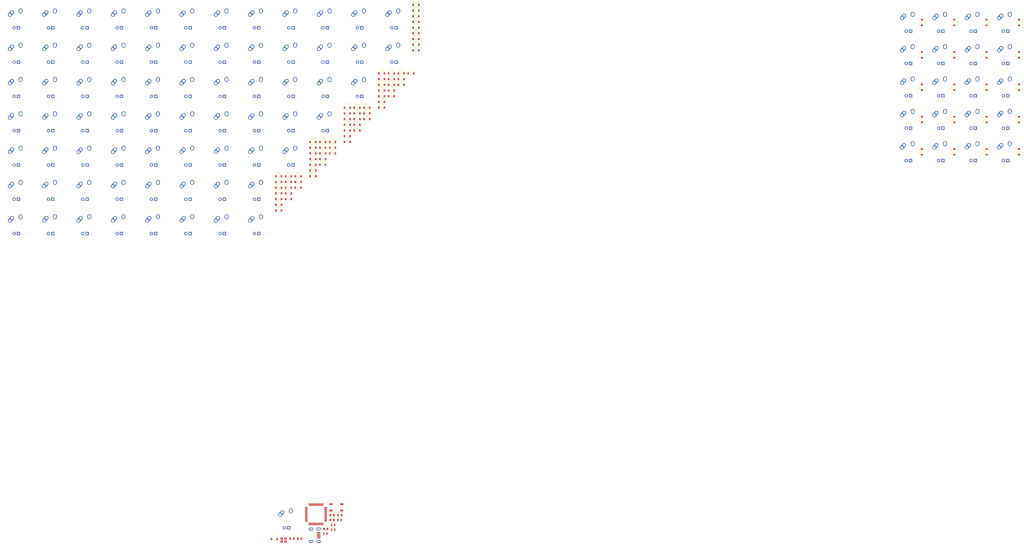
<source format=kicad_pcb>
(kicad_pcb (version 20171130) (host pcbnew "(5.1.0-0)")
  (layers (0 F.Cu signal) (31 B.Cu signal) (34 B.Paste user) (35 F.Paste user) (36 B.SilkS user) (37 F.SilkS user) (38 B.Mask user) (39 F.Mask user) (44 Edge.Cuts user))
  (net 0 "")
  (net 1 "Net-(C1-Pad1)")
  (net 2 GND)
  (net 3 +5V)
  (net 4 "Net-(C6-Pad1)")
  (net 5 "Net-(C7-Pad1)")
  (net 6 ROW0)
  (net 7 "Net-(D1-Pad2)")
  (net 8 "Net-(D2-Pad2)")
  (net 9 "Net-(D3-Pad2)")
  (net 10 "Net-(D4-Pad2)")
  (net 11 ROW1)
  (net 12 "Net-(D5-Pad2)")
  (net 13 "Net-(D6-Pad2)")
  (net 14 "Net-(D7-Pad2)")
  (net 15 "Net-(D8-Pad2)")
  (net 16 ROW2)
  (net 17 "Net-(D9-Pad2)")
  (net 18 "Net-(D10-Pad2)")
  (net 19 "Net-(D11-Pad2)")
  (net 20 "Net-(D12-Pad2)")
  (net 21 ROW3)
  (net 22 "Net-(D13-Pad2)")
  (net 23 "Net-(D14-Pad2)")
  (net 24 "Net-(D15-Pad2)")
  (net 25 "Net-(D16-Pad2)")
  (net 26 ROW4)
  (net 27 "Net-(D17-Pad2)")
  (net 28 "Net-(D18-Pad2)")
  (net 29 "Net-(D19-Pad2)")
  (net 30 "Net-(D20-Pad2)")
  (net 31 "Net-(D21-Pad2)")
  (net 32 "Net-(D22-Pad2)")
  (net 33 "Net-(D23-Pad2)")
  (net 34 "Net-(D24-Pad2)")
  (net 35 "Net-(D25-Pad2)")
  (net 36 "Net-(D26-Pad2)")
  (net 37 "Net-(D27-Pad2)")
  (net 38 "Net-(D28-Pad2)")
  (net 39 "Net-(D29-Pad2)")
  (net 40 "Net-(D30-Pad2)")
  (net 41 "Net-(D31-Pad2)")
  (net 42 "Net-(D32-Pad2)")
  (net 43 "Net-(D33-Pad2)")
  (net 44 "Net-(D34-Pad2)")
  (net 45 "Net-(D35-Pad2)")
  (net 46 "Net-(D36-Pad2)")
  (net 47 "Net-(D37-Pad2)")
  (net 48 "Net-(D38-Pad2)")
  (net 49 "Net-(D39-Pad2)")
  (net 50 "Net-(D40-Pad2)")
  (net 51 "Net-(D41-Pad2)")
  (net 52 "Net-(D42-Pad2)")
  (net 53 "Net-(D43-Pad2)")
  (net 54 "Net-(D44-Pad2)")
  (net 55 "Net-(D45-Pad2)")
  (net 56 "Net-(D46-Pad2)")
  (net 57 "Net-(D47-Pad2)")
  (net 58 "Net-(D48-Pad2)")
  (net 59 "Net-(D49-Pad2)")
  (net 60 "Net-(D50-Pad2)")
  (net 61 "Net-(D51-Pad2)")
  (net 62 "Net-(D52-Pad2)")
  (net 63 "Net-(D53-Pad2)")
  (net 64 "Net-(D54-Pad2)")
  (net 65 "Net-(D55-Pad2)")
  (net 66 "Net-(D56-Pad2)")
  (net 67 "Net-(D57-Pad2)")
  (net 68 "Net-(D58-Pad2)")
  (net 69 "Net-(D59-Pad2)")
  (net 70 "Net-(D60-Pad2)")
  (net 71 "Net-(D61-Pad2)")
  (net 72 "Net-(D62-Pad2)")
  (net 73 "Net-(D63-Pad2)")
  (net 74 "Net-(D64-Pad2)")
  (net 75 "Net-(D65-Pad2)")
  (net 76 "Net-(D66-Pad2)")
  (net 77 "Net-(D67-Pad2)")
  (net 78 "Net-(D68-Pad2)")
  (net 79 "Net-(D69-Pad2)")
  (net 80 "Net-(D70-Pad2)")
  (net 81 "Net-(D71-Pad2)")
  (net 82 "Net-(D72-Pad2)")
  (net 83 "Net-(D73-Pad2)")
  (net 84 "Net-(D74-Pad2)")
  (net 85 "Net-(D75-Pad2)")
  (net 86 "Net-(D76-Pad2)")
  (net 87 "Net-(D77-Pad2)")
  (net 88 "Net-(D78-Pad2)")
  (net 89 "Net-(D79-Pad2)")
  (net 90 "Net-(D80-Pad2)")
  (net 91 "Net-(D81-Pad2)")
  (net 92 "Net-(D82-Pad2)")
  (net 93 "Net-(D83-Pad2)")
  (net 94 "Net-(D84-Pad2)")
  (net 95 "Net-(D85-Pad2)")
  (net 96 "Net-(D86-Pad2)")
  (net 97 "Net-(D87-Pad2)")
  (net 98 "Net-(D88-Pad2)")
  (net 99 "Net-(D89-Pad2)")
  (net 100 "Net-(D90-Pad2)")
  (net 101 VCC)
  (net 102 "Net-(MX1-Pad4)")
  (net 103 "Net-(MX1-Pad3)")
  (net 104 COL15)
  (net 105 "Net-(MX2-Pad4)")
  (net 106 "Net-(MX2-Pad3)")
  (net 107 COL16)
  (net 108 "Net-(MX3-Pad4)")
  (net 109 "Net-(MX3-Pad3)")
  (net 110 COL17)
  (net 111 "Net-(MX4-Pad4)")
  (net 112 "Net-(MX4-Pad3)")
  (net 113 COL18)
  (net 114 "Net-(MX5-Pad4)")
  (net 115 "Net-(MX5-Pad3)")
  (net 116 "Net-(MX6-Pad4)")
  (net 117 "Net-(MX6-Pad3)")
  (net 118 "Net-(MX7-Pad4)")
  (net 119 "Net-(MX7-Pad3)")
  (net 120 "Net-(MX8-Pad4)")
  (net 121 "Net-(MX8-Pad3)")
  (net 122 "Net-(MX9-Pad4)")
  (net 123 "Net-(MX9-Pad3)")
  (net 124 "Net-(MX10-Pad4)")
  (net 125 "Net-(MX10-Pad3)")
  (net 126 "Net-(MX11-Pad4)")
  (net 127 "Net-(MX11-Pad3)")
  (net 128 "Net-(MX12-Pad4)")
  (net 129 "Net-(MX12-Pad3)")
  (net 130 "Net-(MX13-Pad4)")
  (net 131 "Net-(MX13-Pad3)")
  (net 132 "Net-(MX14-Pad4)")
  (net 133 "Net-(MX14-Pad3)")
  (net 134 "Net-(MX15-Pad4)")
  (net 135 "Net-(MX15-Pad3)")
  (net 136 "Net-(MX16-Pad4)")
  (net 137 "Net-(MX16-Pad3)")
  (net 138 "Net-(MX17-Pad4)")
  (net 139 "Net-(MX17-Pad3)")
  (net 140 "Net-(MX18-Pad4)")
  (net 141 "Net-(MX18-Pad3)")
  (net 142 "Net-(MX19-Pad4)")
  (net 143 "Net-(MX19-Pad3)")
  (net 144 "Net-(MX20-Pad4)")
  (net 145 "Net-(MX20-Pad3)")
  (net 146 COL0)
  (net 147 "Net-(MX21-Pad3)")
  (net 148 "Net-(MX21-Pad4)")
  (net 149 COL1)
  (net 150 "Net-(MX22-Pad3)")
  (net 151 "Net-(MX22-Pad4)")
  (net 152 COL2)
  (net 153 "Net-(MX23-Pad3)")
  (net 154 "Net-(MX23-Pad4)")
  (net 155 COL3)
  (net 156 "Net-(MX24-Pad3)")
  (net 157 "Net-(MX24-Pad4)")
  (net 158 COL4)
  (net 159 "Net-(MX25-Pad3)")
  (net 160 "Net-(MX25-Pad4)")
  (net 161 COL5)
  (net 162 "Net-(MX26-Pad3)")
  (net 163 "Net-(MX26-Pad4)")
  (net 164 COL6)
  (net 165 "Net-(MX27-Pad3)")
  (net 166 "Net-(MX27-Pad4)")
  (net 167 COL7)
  (net 168 "Net-(MX28-Pad3)")
  (net 169 "Net-(MX28-Pad4)")
  (net 170 COL8)
  (net 171 "Net-(MX29-Pad3)")
  (net 172 "Net-(MX29-Pad4)")
  (net 173 COL10)
  (net 174 "Net-(MX30-Pad3)")
  (net 175 "Net-(MX30-Pad4)")
  (net 176 COL11)
  (net 177 "Net-(MX31-Pad3)")
  (net 178 "Net-(MX31-Pad4)")
  (net 179 COL12)
  (net 180 "Net-(MX32-Pad3)")
  (net 181 "Net-(MX32-Pad4)")
  (net 182 COL13)
  (net 183 "Net-(MX33-Pad3)")
  (net 184 "Net-(MX33-Pad4)")
  (net 185 COL14)
  (net 186 "Net-(MX34-Pad3)")
  (net 187 "Net-(MX34-Pad4)")
  (net 188 "Net-(MX35-Pad3)")
  (net 189 "Net-(MX35-Pad4)")
  (net 190 "Net-(MX36-Pad3)")
  (net 191 "Net-(MX36-Pad4)")
  (net 192 "Net-(MX37-Pad3)")
  (net 193 "Net-(MX37-Pad4)")
  (net 194 "Net-(MX38-Pad3)")
  (net 195 "Net-(MX38-Pad4)")
  (net 196 "Net-(MX39-Pad3)")
  (net 197 "Net-(MX39-Pad4)")
  (net 198 "Net-(MX40-Pad3)")
  (net 199 "Net-(MX40-Pad4)")
  (net 200 "Net-(MX41-Pad3)")
  (net 201 "Net-(MX41-Pad4)")
  (net 202 "Net-(MX42-Pad3)")
  (net 203 "Net-(MX42-Pad4)")
  (net 204 "Net-(MX43-Pad3)")
  (net 205 "Net-(MX43-Pad4)")
  (net 206 "Net-(MX44-Pad3)")
  (net 207 "Net-(MX44-Pad4)")
  (net 208 "Net-(MX45-Pad3)")
  (net 209 "Net-(MX45-Pad4)")
  (net 210 "Net-(MX46-Pad3)")
  (net 211 "Net-(MX46-Pad4)")
  (net 212 "Net-(MX47-Pad3)")
  (net 213 "Net-(MX47-Pad4)")
  (net 214 "Net-(MX48-Pad3)")
  (net 215 "Net-(MX48-Pad4)")
  (net 216 "Net-(MX49-Pad3)")
  (net 217 "Net-(MX49-Pad4)")
  (net 218 "Net-(MX50-Pad3)")
  (net 219 "Net-(MX50-Pad4)")
  (net 220 "Net-(MX51-Pad3)")
  (net 221 "Net-(MX51-Pad4)")
  (net 222 "Net-(MX52-Pad3)")
  (net 223 "Net-(MX52-Pad4)")
  (net 224 "Net-(MX53-Pad3)")
  (net 225 "Net-(MX53-Pad4)")
  (net 226 "Net-(MX54-Pad4)")
  (net 227 "Net-(MX54-Pad3)")
  (net 228 "Net-(MX55-Pad3)")
  (net 229 "Net-(MX55-Pad4)")
  (net 230 "Net-(MX56-Pad4)")
  (net 231 "Net-(MX56-Pad3)")
  (net 232 "Net-(MX57-Pad4)")
  (net 233 "Net-(MX57-Pad3)")
  (net 234 "Net-(MX58-Pad4)")
  (net 235 "Net-(MX58-Pad3)")
  (net 236 "Net-(MX59-Pad4)")
  (net 237 "Net-(MX59-Pad3)")
  (net 238 "Net-(MX60-Pad4)")
  (net 239 "Net-(MX60-Pad3)")
  (net 240 "Net-(MX61-Pad4)")
  (net 241 "Net-(MX61-Pad3)")
  (net 242 "Net-(MX62-Pad4)")
  (net 243 "Net-(MX62-Pad3)")
  (net 244 "Net-(MX63-Pad4)")
  (net 245 "Net-(MX63-Pad3)")
  (net 246 "Net-(MX64-Pad4)")
  (net 247 "Net-(MX64-Pad3)")
  (net 248 "Net-(MX65-Pad4)")
  (net 249 "Net-(MX65-Pad3)")
  (net 250 "Net-(MX66-Pad4)")
  (net 251 "Net-(MX66-Pad3)")
  (net 252 "Net-(MX67-Pad4)")
  (net 253 "Net-(MX67-Pad3)")
  (net 254 "Net-(MX68-Pad4)")
  (net 255 "Net-(MX68-Pad3)")
  (net 256 "Net-(MX69-Pad4)")
  (net 257 "Net-(MX69-Pad3)")
  (net 258 "Net-(MX70-Pad4)")
  (net 259 "Net-(MX70-Pad3)")
  (net 260 "Net-(MX71-Pad4)")
  (net 261 "Net-(MX71-Pad3)")
  (net 262 "Net-(MX72-Pad4)")
  (net 263 "Net-(MX72-Pad3)")
  (net 264 "Net-(MX73-Pad4)")
  (net 265 "Net-(MX73-Pad3)")
  (net 266 "Net-(MX74-Pad4)")
  (net 267 "Net-(MX74-Pad3)")
  (net 268 "Net-(MX75-Pad4)")
  (net 269 "Net-(MX75-Pad3)")
  (net 270 "Net-(MX76-Pad4)")
  (net 271 "Net-(MX76-Pad3)")
  (net 272 "Net-(MX77-Pad3)")
  (net 273 "Net-(MX77-Pad4)")
  (net 274 "Net-(MX78-Pad3)")
  (net 275 "Net-(MX78-Pad4)")
  (net 276 "Net-(MX79-Pad4)")
  (net 277 "Net-(MX79-Pad3)")
  (net 278 "Net-(MX80-Pad3)")
  (net 279 "Net-(MX80-Pad4)")
  (net 280 "Net-(MX81-Pad4)")
  (net 281 "Net-(MX81-Pad3)")
  (net 282 "Net-(MX82-Pad3)")
  (net 283 "Net-(MX82-Pad4)")
  (net 284 "Net-(MX83-Pad4)")
  (net 285 "Net-(MX83-Pad3)")
  (net 286 "Net-(MX84-Pad3)")
  (net 287 "Net-(MX84-Pad4)")
  (net 288 "Net-(MX85-Pad3)")
  (net 289 "Net-(MX85-Pad4)")
  (net 290 "Net-(MX86-Pad3)")
  (net 291 "Net-(MX86-Pad4)")
  (net 292 "Net-(MX87-Pad3)")
  (net 293 "Net-(MX87-Pad4)")
  (net 294 "Net-(MX88-Pad3)")
  (net 295 "Net-(MX88-Pad4)")
  (net 296 "Net-(MX89-Pad3)")
  (net 297 "Net-(MX89-Pad4)")
  (net 298 "Net-(MX90-Pad3)")
  (net 299 "Net-(MX90-Pad4)")
  (net 300 "Net-(R1-Pad1)")
  (net 301 "Net-(R2-Pad2)")
  (net 302 D+)
  (net 303 "Net-(R3-Pad1)")
  (net 304 "Net-(R4-Pad1)")
  (net 305 D-)
  (net 306 "Net-(U1-Pad42)")
  (net 307 "Net-(U1-Pad41)")
  (net 308 "Net-(U1-Pad40)")
  (net 309 "Net-(U1-Pad39)")
  (net 310 "Net-(U1-Pad38)")
  (net 311 "Net-(U1-Pad37)")
  (net 312 "Net-(U1-Pad36)")
  (net 313 "Net-(U1-Pad32)")
  (net 314 "Net-(U1-Pad31)")
  (net 315 "Net-(U1-Pad30)")
  (net 316 "Net-(U1-Pad29)")
  (net 317 "Net-(U1-Pad28)")
  (net 318 "Net-(U1-Pad27)")
  (net 319 "Net-(U1-Pad26)")
  (net 320 "Net-(U1-Pad25)")
  (net 321 "Net-(U1-Pad22)")
  (net 322 "Net-(U1-Pad21)")
  (net 323 "Net-(U1-Pad20)")
  (net 324 "Net-(U1-Pad19)")
  (net 325 "Net-(U1-Pad18)")
  (net 326 "Net-(U1-Pad12)")
  (net 327 "Net-(U1-Pad11)")
  (net 328 "Net-(U1-Pad10)")
  (net 329 "Net-(U1-Pad9)")
  (net 330 "Net-(U1-Pad8)")
  (net 331 "Net-(U1-Pad1)")
  (net 332 "Net-(USB1-Pad2)")
  (net 333 "Net-(USB1-Pad6)")
  (module Crystals:Crystal_SMD_3225-4pin_3.2x2.5mm (layer F.Cu) (at 46.69375 392.9275)
    (fp_text reference Y1 (at 0 -2.45) (layer F.SilkS))
    (fp_text value 16MHz)
    (pad 1 smd rect (at -1.1 0.85) (size 1.4 1.2) (layers F.Cu F.Paste F.Mask) (net 4 "Net-(C6-Pad1)"))
    (pad 2 smd rect (at 1.1 0.85) (size 1.4 1.2) (layers F.Cu F.Paste F.Mask) (net 2 GND))
    (pad 3 smd rect (at 1.1 -0.85) (size 1.4 1.2) (layers F.Cu F.Paste F.Mask) (net 5 "Net-(C7-Pad1)"))
    (pad 4 smd rect (at -1.1 -0.85) (size 1.4 1.2) (layers F.Cu F.Paste F.Mask) (net 2 GND))
  )
  (module random-keyboard-parts:Molex-0548190589 (layer F.Cu) (at 62.84375 390.0995)
    (fp_text reference USB1 (at 2.032 0 90) (layer F.SilkS))
    (fp_text value Molex-0548190589)
    (pad 6 thru_hole oval (at 0 -3.65) (size 2.7 1.7) (drill oval 1.9 0.7) (layers *.Cu *.Mask) (net 333 "Net-(USB1-Pad6)"))
    (pad 6 thru_hole oval (at 0 3.65) (size 2.7 1.7) (drill oval 1.9 0.7) (layers *.Cu *.Mask) (net 333 "Net-(USB1-Pad6)"))
    (pad 6 thru_hole oval (at 4.5 3.65) (size 2.7 1.7) (drill oval 1.9 0.7) (layers *.Cu *.Mask) (net 333 "Net-(USB1-Pad6)"))
    (pad 6 thru_hole oval (at 4.5 -3.65) (size 2.7 1.7) (drill oval 1.9 0.7) (layers *.Cu *.Mask) (net 333 "Net-(USB1-Pad6)"))
    (pad 5 smd rect (at 4.5 -1.6) (size 2.25 0.5) (layers F.Cu F.Paste F.Mask) (net 101 VCC))
    (pad 4 smd rect (at 4.5 -0.8) (size 2.25 0.5) (layers F.Cu F.Paste F.Mask) (net 305 D-))
    (pad 3 smd rect (at 4.5 0) (size 2.25 0.5) (layers F.Cu F.Paste F.Mask) (net 302 D+))
    (pad 2 smd rect (at 4.5 0.8) (size 2.25 0.5) (layers F.Cu F.Paste F.Mask) (net 332 "Net-(USB1-Pad2)"))
    (pad 1 smd rect (at 4.5 1.6) (size 2.25 0.5) (layers F.Cu F.Paste F.Mask) (net 2 GND))
  )
  (module Housings_QFP:TQFP-44_10x10mm_Pitch0.8mm (layer F.Cu) (at 65.74375 377.7275)
    (fp_text reference U1 (at 0 -7.45) (layer F.SilkS))
    (fp_text value ATmega32U4-AU)
    (pad 1 smd rect (at -5.7 -4) (size 1.5 0.55) (layers F.Cu F.Paste F.Mask) (net 331 "Net-(U1-Pad1)"))
    (pad 2 smd rect (at -5.7 -3.2) (size 1.5 0.55) (layers F.Cu F.Paste F.Mask) (net 3 +5V))
    (pad 3 smd rect (at -5.7 -2.4) (size 1.5 0.55) (layers F.Cu F.Paste F.Mask) (net 304 "Net-(R4-Pad1)"))
    (pad 4 smd rect (at -5.7 -1.6) (size 1.5 0.55) (layers F.Cu F.Paste F.Mask) (net 303 "Net-(R3-Pad1)"))
    (pad 5 smd rect (at -5.7 -0.8) (size 1.5 0.55) (layers F.Cu F.Paste F.Mask) (net 2 GND))
    (pad 6 smd rect (at -5.7 0) (size 1.5 0.55) (layers F.Cu F.Paste F.Mask) (net 1 "Net-(C1-Pad1)"))
    (pad 7 smd rect (at -5.7 0.8) (size 1.5 0.55) (layers F.Cu F.Paste F.Mask) (net 3 +5V))
    (pad 8 smd rect (at -5.7 1.6) (size 1.5 0.55) (layers F.Cu F.Paste F.Mask) (net 330 "Net-(U1-Pad8)"))
    (pad 9 smd rect (at -5.7 2.4) (size 1.5 0.55) (layers F.Cu F.Paste F.Mask) (net 329 "Net-(U1-Pad9)"))
    (pad 10 smd rect (at -5.7 3.2) (size 1.5 0.55) (layers F.Cu F.Paste F.Mask) (net 328 "Net-(U1-Pad10)"))
    (pad 11 smd rect (at -5.7 4) (size 1.5 0.55) (layers F.Cu F.Paste F.Mask) (net 327 "Net-(U1-Pad11)"))
    (pad 12 smd rect (at -4 5.7 90) (size 1.5 0.55) (layers F.Cu F.Paste F.Mask) (net 326 "Net-(U1-Pad12)"))
    (pad 13 smd rect (at -3.2 5.7 90) (size 1.5 0.55) (layers F.Cu F.Paste F.Mask) (net 301 "Net-(R2-Pad2)"))
    (pad 14 smd rect (at -2.4 5.7 90) (size 1.5 0.55) (layers F.Cu F.Paste F.Mask) (net 3 +5V))
    (pad 15 smd rect (at -1.6 5.7 90) (size 1.5 0.55) (layers F.Cu F.Paste F.Mask) (net 2 GND))
    (pad 16 smd rect (at -0.8 5.7 90) (size 1.5 0.55) (layers F.Cu F.Paste F.Mask) (net 5 "Net-(C7-Pad1)"))
    (pad 17 smd rect (at 0 5.7 90) (size 1.5 0.55) (layers F.Cu F.Paste F.Mask) (net 4 "Net-(C6-Pad1)"))
    (pad 18 smd rect (at 0.8 5.7 90) (size 1.5 0.55) (layers F.Cu F.Paste F.Mask) (net 325 "Net-(U1-Pad18)"))
    (pad 19 smd rect (at 1.6 5.7 90) (size 1.5 0.55) (layers F.Cu F.Paste F.Mask) (net 324 "Net-(U1-Pad19)"))
    (pad 20 smd rect (at 2.4 5.7 90) (size 1.5 0.55) (layers F.Cu F.Paste F.Mask) (net 323 "Net-(U1-Pad20)"))
    (pad 21 smd rect (at 3.2 5.7 90) (size 1.5 0.55) (layers F.Cu F.Paste F.Mask) (net 322 "Net-(U1-Pad21)"))
    (pad 22 smd rect (at 4 5.7 90) (size 1.5 0.55) (layers F.Cu F.Paste F.Mask) (net 321 "Net-(U1-Pad22)"))
    (pad 23 smd rect (at 5.7 4) (size 1.5 0.55) (layers F.Cu F.Paste F.Mask) (net 2 GND))
    (pad 24 smd rect (at 5.7 3.2) (size 1.5 0.55) (layers F.Cu F.Paste F.Mask) (net 3 +5V))
    (pad 25 smd rect (at 5.7 2.4) (size 1.5 0.55) (layers F.Cu F.Paste F.Mask) (net 320 "Net-(U1-Pad25)"))
    (pad 26 smd rect (at 5.7 1.6) (size 1.5 0.55) (layers F.Cu F.Paste F.Mask) (net 319 "Net-(U1-Pad26)"))
    (pad 27 smd rect (at 5.7 0.8) (size 1.5 0.55) (layers F.Cu F.Paste F.Mask) (net 318 "Net-(U1-Pad27)"))
    (pad 28 smd rect (at 5.7 0) (size 1.5 0.55) (layers F.Cu F.Paste F.Mask) (net 317 "Net-(U1-Pad28)"))
    (pad 29 smd rect (at 5.7 -0.8) (size 1.5 0.55) (layers F.Cu F.Paste F.Mask) (net 316 "Net-(U1-Pad29)"))
    (pad 30 smd rect (at 5.7 -1.6) (size 1.5 0.55) (layers F.Cu F.Paste F.Mask) (net 315 "Net-(U1-Pad30)"))
    (pad 31 smd rect (at 5.7 -2.4) (size 1.5 0.55) (layers F.Cu F.Paste F.Mask) (net 314 "Net-(U1-Pad31)"))
    (pad 32 smd rect (at 5.7 -3.2) (size 1.5 0.55) (layers F.Cu F.Paste F.Mask) (net 313 "Net-(U1-Pad32)"))
    (pad 33 smd rect (at 5.7 -4) (size 1.5 0.55) (layers F.Cu F.Paste F.Mask) (net 300 "Net-(R1-Pad1)"))
    (pad 34 smd rect (at 4 -5.7 90) (size 1.5 0.55) (layers F.Cu F.Paste F.Mask) (net 3 +5V))
    (pad 35 smd rect (at 3.2 -5.7 90) (size 1.5 0.55) (layers F.Cu F.Paste F.Mask) (net 2 GND))
    (pad 36 smd rect (at 2.4 -5.7 90) (size 1.5 0.55) (layers F.Cu F.Paste F.Mask) (net 312 "Net-(U1-Pad36)"))
    (pad 37 smd rect (at 1.6 -5.7 90) (size 1.5 0.55) (layers F.Cu F.Paste F.Mask) (net 311 "Net-(U1-Pad37)"))
    (pad 38 smd rect (at 0.8 -5.7 90) (size 1.5 0.55) (layers F.Cu F.Paste F.Mask) (net 310 "Net-(U1-Pad38)"))
    (pad 39 smd rect (at 0 -5.7 90) (size 1.5 0.55) (layers F.Cu F.Paste F.Mask) (net 309 "Net-(U1-Pad39)"))
    (pad 40 smd rect (at -0.8 -5.7 90) (size 1.5 0.55) (layers F.Cu F.Paste F.Mask) (net 308 "Net-(U1-Pad40)"))
    (pad 41 smd rect (at -1.6 -5.7 90) (size 1.5 0.55) (layers F.Cu F.Paste F.Mask) (net 307 "Net-(U1-Pad41)"))
    (pad 42 smd rect (at -2.4 -5.7 90) (size 1.5 0.55) (layers F.Cu F.Paste F.Mask) (net 306 "Net-(U1-Pad42)"))
    (pad 43 smd rect (at -3.2 -5.7 90) (size 1.5 0.55) (layers F.Cu F.Paste F.Mask) (net 2 GND))
    (pad 44 smd rect (at -4 -5.7 90) (size 1.5 0.55) (layers F.Cu F.Paste F.Mask) (net 3 +5V))
  )
  (module random-keyboard-parts:SKQG-1155865 (layer F.Cu) (at 77.74375 373.6775)
    (fp_text reference SW1 (at 0 4.064) (layer F.SilkS))
    (fp_text value SW_Push)
    (pad 4 smd rect (at -3.1 1.85) (size 1.8 1.1) (layers F.Cu F.Paste F.Mask))
    (pad 3 smd rect (at 3.1 -1.85) (size 1.8 1.1) (layers F.Cu F.Paste F.Mask))
    (pad 2 smd rect (at -3.1 -1.85) (size 1.8 1.1) (layers F.Cu F.Paste F.Mask) (net 301 "Net-(R2-Pad2)"))
    (pad 1 smd rect (at 3.1 1.85) (size 1.8 1.1) (layers F.Cu F.Paste F.Mask) (net 2 GND))
  )
  (module Resistors_SMD:R_0805 (layer F.Cu) (at 79.59375 381.1125)
    (fp_text reference R4 (at 0 -1.65) (layer F.SilkS))
    (fp_text value 22)
    (pad 1 smd rect (at -0.95 0) (size 0.7 1.3) (layers F.Cu F.Paste F.Mask) (net 304 "Net-(R4-Pad1)"))
    (pad 2 smd rect (at 0.95 0) (size 0.7 1.3) (layers F.Cu F.Paste F.Mask) (net 305 D-))
  )
  (module Resistors_SMD:R_0805 (layer F.Cu) (at 71.26375 389.2125)
    (fp_text reference R3 (at 0 -1.65) (layer F.SilkS))
    (fp_text value 22)
    (pad 1 smd rect (at -0.95 0) (size 0.7 1.3) (layers F.Cu F.Paste F.Mask) (net 303 "Net-(R3-Pad1)"))
    (pad 2 smd rect (at 0.95 0) (size 0.7 1.3) (layers F.Cu F.Paste F.Mask) (net 302 D+))
  )
  (module Resistors_SMD:R_0805 (layer F.Cu) (at 75.81375 383.9925)
    (fp_text reference R2 (at 0 -1.65) (layer F.SilkS))
    (fp_text value 10k)
    (pad 1 smd rect (at -0.95 0) (size 0.7 1.3) (layers F.Cu F.Paste F.Mask) (net 3 +5V))
    (pad 2 smd rect (at 0.95 0) (size 0.7 1.3) (layers F.Cu F.Paste F.Mask) (net 301 "Net-(R2-Pad2)"))
  )
  (module Resistors_SMD:R_0805 (layer F.Cu) (at 75.81375 386.8725)
    (fp_text reference R1 (at 0 -1.65) (layer F.SilkS))
    (fp_text value 10k)
    (pad 1 smd rect (at -0.95 0) (size 0.7 1.3) (layers F.Cu F.Paste F.Mask) (net 300 "Net-(R1-Pad1)"))
    (pad 2 smd rect (at 0.95 0) (size 0.7 1.3) (layers F.Cu F.Paste F.Mask) (net 2 GND))
  )
  (module MX_Alps_Hybrid:MX-1U (layer F.Cu) (at -110.6 86.12125)
    (fp_text reference MX90)
    (fp_text value MX-1U)
    (pad "" np_thru_hole circle (at 5.08 0 48.0996) (size 1.75 1.75) (drill 1.75) (layers *.Cu *.Mask))
    (pad "" np_thru_hole circle (at -5.08 0 48.0996) (size 1.75 1.75) (drill 1.75) (layers *.Cu *.Mask))
    (pad 4 thru_hole rect (at 1.27 5.08) (size 1.905 1.905) (drill 1.04) (layers *.Cu B.Mask) (net 299 "Net-(MX90-Pad4)"))
    (pad 3 thru_hole circle (at -1.27 5.08) (size 1.905 1.905) (drill 1.04) (layers *.Cu B.Mask) (net 298 "Net-(MX90-Pad3)"))
    (pad 1 thru_hole circle (at -2.5 -4) (size 2.25 2.25) (drill 1.47) (layers *.Cu B.Mask) (net 185 COL14))
    (pad "" np_thru_hole circle (at 0 0) (size 3.9878 3.9878) (drill 3.9878) (layers *.Cu *.Mask))
    (pad 1 thru_hole oval (at -3.81 -2.54 48.0996) (size 4.211556 2.25) (drill 1.47 (offset 0.980778 0)) (layers *.Cu B.Mask) (net 185 COL14))
    (pad 2 thru_hole circle (at 2.54 -5.08) (size 2.25 2.25) (drill 1.47) (layers *.Cu B.Mask) (net 100 "Net-(D90-Pad2)"))
    (pad 2 thru_hole oval (at 2.5 -4.5 86.0548) (size 2.831378 2.25) (drill 1.47 (offset 0.290689 0)) (layers *.Cu B.Mask) (net 100 "Net-(D90-Pad2)"))
  )
  (module MX_Alps_Hybrid:MX-1U (layer F.Cu) (at -110.6 106.32125)
    (fp_text reference MX89)
    (fp_text value MX-1U)
    (pad "" np_thru_hole circle (at 5.08 0 48.0996) (size 1.75 1.75) (drill 1.75) (layers *.Cu *.Mask))
    (pad "" np_thru_hole circle (at -5.08 0 48.0996) (size 1.75 1.75) (drill 1.75) (layers *.Cu *.Mask))
    (pad 4 thru_hole rect (at 1.27 5.08) (size 1.905 1.905) (drill 1.04) (layers *.Cu B.Mask) (net 297 "Net-(MX89-Pad4)"))
    (pad 3 thru_hole circle (at -1.27 5.08) (size 1.905 1.905) (drill 1.04) (layers *.Cu B.Mask) (net 296 "Net-(MX89-Pad3)"))
    (pad 1 thru_hole circle (at -2.5 -4) (size 2.25 2.25) (drill 1.47) (layers *.Cu B.Mask) (net 182 COL13))
    (pad "" np_thru_hole circle (at 0 0) (size 3.9878 3.9878) (drill 3.9878) (layers *.Cu *.Mask))
    (pad 1 thru_hole oval (at -3.81 -2.54 48.0996) (size 4.211556 2.25) (drill 1.47 (offset 0.980778 0)) (layers *.Cu B.Mask) (net 182 COL13))
    (pad 2 thru_hole circle (at 2.54 -5.08) (size 2.25 2.25) (drill 1.47) (layers *.Cu B.Mask) (net 99 "Net-(D89-Pad2)"))
    (pad 2 thru_hole oval (at 2.5 -4.5 86.0548) (size 2.831378 2.25) (drill 1.47 (offset 0.290689 0)) (layers *.Cu B.Mask) (net 99 "Net-(D89-Pad2)"))
  )
  (module MX_Alps_Hybrid:MX-1U (layer F.Cu) (at -90.4 86.12125)
    (fp_text reference MX88)
    (fp_text value MX-1U)
    (pad "" np_thru_hole circle (at 5.08 0 48.0996) (size 1.75 1.75) (drill 1.75) (layers *.Cu *.Mask))
    (pad "" np_thru_hole circle (at -5.08 0 48.0996) (size 1.75 1.75) (drill 1.75) (layers *.Cu *.Mask))
    (pad 4 thru_hole rect (at 1.27 5.08) (size 1.905 1.905) (drill 1.04) (layers *.Cu B.Mask) (net 295 "Net-(MX88-Pad4)"))
    (pad 3 thru_hole circle (at -1.27 5.08) (size 1.905 1.905) (drill 1.04) (layers *.Cu B.Mask) (net 294 "Net-(MX88-Pad3)"))
    (pad 1 thru_hole circle (at -2.5 -4) (size 2.25 2.25) (drill 1.47) (layers *.Cu B.Mask) (net 179 COL12))
    (pad "" np_thru_hole circle (at 0 0) (size 3.9878 3.9878) (drill 3.9878) (layers *.Cu *.Mask))
    (pad 1 thru_hole oval (at -3.81 -2.54 48.0996) (size 4.211556 2.25) (drill 1.47 (offset 0.980778 0)) (layers *.Cu B.Mask) (net 179 COL12))
    (pad 2 thru_hole circle (at 2.54 -5.08) (size 2.25 2.25) (drill 1.47) (layers *.Cu B.Mask) (net 98 "Net-(D88-Pad2)"))
    (pad 2 thru_hole oval (at 2.5 -4.5 86.0548) (size 2.831378 2.25) (drill 1.47 (offset 0.290689 0)) (layers *.Cu B.Mask) (net 98 "Net-(D88-Pad2)"))
  )
  (module MX_Alps_Hybrid:MX-1U (layer F.Cu) (at -110.6 126.52125)
    (fp_text reference MX87)
    (fp_text value MX-1U)
    (pad "" np_thru_hole circle (at 5.08 0 48.0996) (size 1.75 1.75) (drill 1.75) (layers *.Cu *.Mask))
    (pad "" np_thru_hole circle (at -5.08 0 48.0996) (size 1.75 1.75) (drill 1.75) (layers *.Cu *.Mask))
    (pad 4 thru_hole rect (at 1.27 5.08) (size 1.905 1.905) (drill 1.04) (layers *.Cu B.Mask) (net 293 "Net-(MX87-Pad4)"))
    (pad 3 thru_hole circle (at -1.27 5.08) (size 1.905 1.905) (drill 1.04) (layers *.Cu B.Mask) (net 292 "Net-(MX87-Pad3)"))
    (pad 1 thru_hole circle (at -2.5 -4) (size 2.25 2.25) (drill 1.47) (layers *.Cu B.Mask) (net 176 COL11))
    (pad "" np_thru_hole circle (at 0 0) (size 3.9878 3.9878) (drill 3.9878) (layers *.Cu *.Mask))
    (pad 1 thru_hole oval (at -3.81 -2.54 48.0996) (size 4.211556 2.25) (drill 1.47 (offset 0.980778 0)) (layers *.Cu B.Mask) (net 176 COL11))
    (pad 2 thru_hole circle (at 2.54 -5.08) (size 2.25 2.25) (drill 1.47) (layers *.Cu B.Mask) (net 97 "Net-(D87-Pad2)"))
    (pad 2 thru_hole oval (at 2.5 -4.5 86.0548) (size 2.831378 2.25) (drill 1.47 (offset 0.290689 0)) (layers *.Cu B.Mask) (net 97 "Net-(D87-Pad2)"))
  )
  (module MX_Alps_Hybrid:MX-1U (layer F.Cu) (at -90.4 106.32125)
    (fp_text reference MX86)
    (fp_text value MX-1U)
    (pad "" np_thru_hole circle (at 5.08 0 48.0996) (size 1.75 1.75) (drill 1.75) (layers *.Cu *.Mask))
    (pad "" np_thru_hole circle (at -5.08 0 48.0996) (size 1.75 1.75) (drill 1.75) (layers *.Cu *.Mask))
    (pad 4 thru_hole rect (at 1.27 5.08) (size 1.905 1.905) (drill 1.04) (layers *.Cu B.Mask) (net 291 "Net-(MX86-Pad4)"))
    (pad 3 thru_hole circle (at -1.27 5.08) (size 1.905 1.905) (drill 1.04) (layers *.Cu B.Mask) (net 290 "Net-(MX86-Pad3)"))
    (pad 1 thru_hole circle (at -2.5 -4) (size 2.25 2.25) (drill 1.47) (layers *.Cu B.Mask) (net 173 COL10))
    (pad "" np_thru_hole circle (at 0 0) (size 3.9878 3.9878) (drill 3.9878) (layers *.Cu *.Mask))
    (pad 1 thru_hole oval (at -3.81 -2.54 48.0996) (size 4.211556 2.25) (drill 1.47 (offset 0.980778 0)) (layers *.Cu B.Mask) (net 173 COL10))
    (pad 2 thru_hole circle (at 2.54 -5.08) (size 2.25 2.25) (drill 1.47) (layers *.Cu B.Mask) (net 96 "Net-(D86-Pad2)"))
    (pad 2 thru_hole oval (at 2.5 -4.5 86.0548) (size 2.831378 2.25) (drill 1.47 (offset 0.290689 0)) (layers *.Cu B.Mask) (net 96 "Net-(D86-Pad2)"))
  )
  (module MX_Alps_Hybrid:MX-1U (layer F.Cu) (at -70.2 86.12125)
    (fp_text reference MX85)
    (fp_text value MX-1U)
    (pad "" np_thru_hole circle (at 5.08 0 48.0996) (size 1.75 1.75) (drill 1.75) (layers *.Cu *.Mask))
    (pad "" np_thru_hole circle (at -5.08 0 48.0996) (size 1.75 1.75) (drill 1.75) (layers *.Cu *.Mask))
    (pad 4 thru_hole rect (at 1.27 5.08) (size 1.905 1.905) (drill 1.04) (layers *.Cu B.Mask) (net 289 "Net-(MX85-Pad4)"))
    (pad 3 thru_hole circle (at -1.27 5.08) (size 1.905 1.905) (drill 1.04) (layers *.Cu B.Mask) (net 288 "Net-(MX85-Pad3)"))
    (pad 1 thru_hole circle (at -2.5 -4) (size 2.25 2.25) (drill 1.47) (layers *.Cu B.Mask) (net 170 COL8))
    (pad "" np_thru_hole circle (at 0 0) (size 3.9878 3.9878) (drill 3.9878) (layers *.Cu *.Mask))
    (pad 1 thru_hole oval (at -3.81 -2.54 48.0996) (size 4.211556 2.25) (drill 1.47 (offset 0.980778 0)) (layers *.Cu B.Mask) (net 170 COL8))
    (pad 2 thru_hole circle (at 2.54 -5.08) (size 2.25 2.25) (drill 1.47) (layers *.Cu B.Mask) (net 95 "Net-(D85-Pad2)"))
    (pad 2 thru_hole oval (at 2.5 -4.5 86.0548) (size 2.831378 2.25) (drill 1.47 (offset 0.290689 0)) (layers *.Cu B.Mask) (net 95 "Net-(D85-Pad2)"))
  )
  (module MX_Alps_Hybrid:MX-1U (layer F.Cu) (at -110.6 146.72125)
    (fp_text reference MX84)
    (fp_text value MX-1U)
    (pad "" np_thru_hole circle (at 5.08 0 48.0996) (size 1.75 1.75) (drill 1.75) (layers *.Cu *.Mask))
    (pad "" np_thru_hole circle (at -5.08 0 48.0996) (size 1.75 1.75) (drill 1.75) (layers *.Cu *.Mask))
    (pad 4 thru_hole rect (at 1.27 5.08) (size 1.905 1.905) (drill 1.04) (layers *.Cu B.Mask) (net 287 "Net-(MX84-Pad4)"))
    (pad 3 thru_hole circle (at -1.27 5.08) (size 1.905 1.905) (drill 1.04) (layers *.Cu B.Mask) (net 286 "Net-(MX84-Pad3)"))
    (pad 1 thru_hole circle (at -2.5 -4) (size 2.25 2.25) (drill 1.47) (layers *.Cu B.Mask) (net 167 COL7))
    (pad "" np_thru_hole circle (at 0 0) (size 3.9878 3.9878) (drill 3.9878) (layers *.Cu *.Mask))
    (pad 1 thru_hole oval (at -3.81 -2.54 48.0996) (size 4.211556 2.25) (drill 1.47 (offset 0.980778 0)) (layers *.Cu B.Mask) (net 167 COL7))
    (pad 2 thru_hole circle (at 2.54 -5.08) (size 2.25 2.25) (drill 1.47) (layers *.Cu B.Mask) (net 94 "Net-(D84-Pad2)"))
    (pad 2 thru_hole oval (at 2.5 -4.5 86.0548) (size 2.831378 2.25) (drill 1.47 (offset 0.290689 0)) (layers *.Cu B.Mask) (net 94 "Net-(D84-Pad2)"))
  )
  (module MX_Alps_Hybrid:MX-1U (layer F.Cu) (at -90.4 126.52125)
    (fp_text reference MX83)
    (fp_text value MX-1U)
    (pad "" np_thru_hole circle (at 5.08 0 48.0996) (size 1.75 1.75) (drill 1.75) (layers *.Cu *.Mask))
    (pad "" np_thru_hole circle (at -5.08 0 48.0996) (size 1.75 1.75) (drill 1.75) (layers *.Cu *.Mask))
    (pad 4 thru_hole rect (at 1.27 5.08) (size 1.905 1.905) (drill 1.04) (layers *.Cu B.Mask) (net 284 "Net-(MX83-Pad4)"))
    (pad 3 thru_hole circle (at -1.27 5.08) (size 1.905 1.905) (drill 1.04) (layers *.Cu B.Mask) (net 285 "Net-(MX83-Pad3)"))
    (pad 1 thru_hole circle (at -2.5 -4) (size 2.25 2.25) (drill 1.47) (layers *.Cu B.Mask) (net 164 COL6))
    (pad "" np_thru_hole circle (at 0 0) (size 3.9878 3.9878) (drill 3.9878) (layers *.Cu *.Mask))
    (pad 1 thru_hole oval (at -3.81 -2.54 48.0996) (size 4.211556 2.25) (drill 1.47 (offset 0.980778 0)) (layers *.Cu B.Mask) (net 164 COL6))
    (pad 2 thru_hole circle (at 2.54 -5.08) (size 2.25 2.25) (drill 1.47) (layers *.Cu B.Mask) (net 93 "Net-(D83-Pad2)"))
    (pad 2 thru_hole oval (at 2.5 -4.5 86.0548) (size 2.831378 2.25) (drill 1.47 (offset 0.290689 0)) (layers *.Cu B.Mask) (net 93 "Net-(D83-Pad2)"))
  )
  (module MX_Alps_Hybrid:MX-1U (layer F.Cu) (at -70.2 106.32125)
    (fp_text reference MX82)
    (fp_text value MX-1U)
    (pad "" np_thru_hole circle (at 5.08 0 48.0996) (size 1.75 1.75) (drill 1.75) (layers *.Cu *.Mask))
    (pad "" np_thru_hole circle (at -5.08 0 48.0996) (size 1.75 1.75) (drill 1.75) (layers *.Cu *.Mask))
    (pad 4 thru_hole rect (at 1.27 5.08) (size 1.905 1.905) (drill 1.04) (layers *.Cu B.Mask) (net 283 "Net-(MX82-Pad4)"))
    (pad 3 thru_hole circle (at -1.27 5.08) (size 1.905 1.905) (drill 1.04) (layers *.Cu B.Mask) (net 282 "Net-(MX82-Pad3)"))
    (pad 1 thru_hole circle (at -2.5 -4) (size 2.25 2.25) (drill 1.47) (layers *.Cu B.Mask) (net 161 COL5))
    (pad "" np_thru_hole circle (at 0 0) (size 3.9878 3.9878) (drill 3.9878) (layers *.Cu *.Mask))
    (pad 1 thru_hole oval (at -3.81 -2.54 48.0996) (size 4.211556 2.25) (drill 1.47 (offset 0.980778 0)) (layers *.Cu B.Mask) (net 161 COL5))
    (pad 2 thru_hole circle (at 2.54 -5.08) (size 2.25 2.25) (drill 1.47) (layers *.Cu B.Mask) (net 92 "Net-(D82-Pad2)"))
    (pad 2 thru_hole oval (at 2.5 -4.5 86.0548) (size 2.831378 2.25) (drill 1.47 (offset 0.290689 0)) (layers *.Cu B.Mask) (net 92 "Net-(D82-Pad2)"))
  )
  (module MX_Alps_Hybrid:MX-1U (layer F.Cu) (at -50 86.12125)
    (fp_text reference MX81)
    (fp_text value MX-1U)
    (pad "" np_thru_hole circle (at 5.08 0 48.0996) (size 1.75 1.75) (drill 1.75) (layers *.Cu *.Mask))
    (pad "" np_thru_hole circle (at -5.08 0 48.0996) (size 1.75 1.75) (drill 1.75) (layers *.Cu *.Mask))
    (pad 4 thru_hole rect (at 1.27 5.08) (size 1.905 1.905) (drill 1.04) (layers *.Cu B.Mask) (net 280 "Net-(MX81-Pad4)"))
    (pad 3 thru_hole circle (at -1.27 5.08) (size 1.905 1.905) (drill 1.04) (layers *.Cu B.Mask) (net 281 "Net-(MX81-Pad3)"))
    (pad 1 thru_hole circle (at -2.5 -4) (size 2.25 2.25) (drill 1.47) (layers *.Cu B.Mask) (net 158 COL4))
    (pad "" np_thru_hole circle (at 0 0) (size 3.9878 3.9878) (drill 3.9878) (layers *.Cu *.Mask))
    (pad 1 thru_hole oval (at -3.81 -2.54 48.0996) (size 4.211556 2.25) (drill 1.47 (offset 0.980778 0)) (layers *.Cu B.Mask) (net 158 COL4))
    (pad 2 thru_hole circle (at 2.54 -5.08) (size 2.25 2.25) (drill 1.47) (layers *.Cu B.Mask) (net 91 "Net-(D81-Pad2)"))
    (pad 2 thru_hole oval (at 2.5 -4.5 86.0548) (size 2.831378 2.25) (drill 1.47 (offset 0.290689 0)) (layers *.Cu B.Mask) (net 91 "Net-(D81-Pad2)"))
  )
  (module MX_Alps_Hybrid:MX-1U (layer F.Cu) (at -110.6 166.92125)
    (fp_text reference MX80)
    (fp_text value MX-1U)
    (pad "" np_thru_hole circle (at 5.08 0 48.0996) (size 1.75 1.75) (drill 1.75) (layers *.Cu *.Mask))
    (pad "" np_thru_hole circle (at -5.08 0 48.0996) (size 1.75 1.75) (drill 1.75) (layers *.Cu *.Mask))
    (pad 4 thru_hole rect (at 1.27 5.08) (size 1.905 1.905) (drill 1.04) (layers *.Cu B.Mask) (net 279 "Net-(MX80-Pad4)"))
    (pad 3 thru_hole circle (at -1.27 5.08) (size 1.905 1.905) (drill 1.04) (layers *.Cu B.Mask) (net 278 "Net-(MX80-Pad3)"))
    (pad 1 thru_hole circle (at -2.5 -4) (size 2.25 2.25) (drill 1.47) (layers *.Cu B.Mask) (net 155 COL3))
    (pad "" np_thru_hole circle (at 0 0) (size 3.9878 3.9878) (drill 3.9878) (layers *.Cu *.Mask))
    (pad 1 thru_hole oval (at -3.81 -2.54 48.0996) (size 4.211556 2.25) (drill 1.47 (offset 0.980778 0)) (layers *.Cu B.Mask) (net 155 COL3))
    (pad 2 thru_hole circle (at 2.54 -5.08) (size 2.25 2.25) (drill 1.47) (layers *.Cu B.Mask) (net 90 "Net-(D80-Pad2)"))
    (pad 2 thru_hole oval (at 2.5 -4.5 86.0548) (size 2.831378 2.25) (drill 1.47 (offset 0.290689 0)) (layers *.Cu B.Mask) (net 90 "Net-(D80-Pad2)"))
  )
  (module MX_Alps_Hybrid:MX-1U (layer F.Cu) (at 111.6 106.32125)
    (fp_text reference MX79)
    (fp_text value MX-1U)
    (pad "" np_thru_hole circle (at 5.08 0 48.0996) (size 1.75 1.75) (drill 1.75) (layers *.Cu *.Mask))
    (pad "" np_thru_hole circle (at -5.08 0 48.0996) (size 1.75 1.75) (drill 1.75) (layers *.Cu *.Mask))
    (pad 4 thru_hole rect (at 1.27 5.08) (size 1.905 1.905) (drill 1.04) (layers *.Cu B.Mask) (net 276 "Net-(MX79-Pad4)"))
    (pad 3 thru_hole circle (at -1.27 5.08) (size 1.905 1.905) (drill 1.04) (layers *.Cu B.Mask) (net 277 "Net-(MX79-Pad3)"))
    (pad 1 thru_hole circle (at -2.5 -4) (size 2.25 2.25) (drill 1.47) (layers *.Cu B.Mask) (net 152 COL2))
    (pad "" np_thru_hole circle (at 0 0) (size 3.9878 3.9878) (drill 3.9878) (layers *.Cu *.Mask))
    (pad 1 thru_hole oval (at -3.81 -2.54 48.0996) (size 4.211556 2.25) (drill 1.47 (offset 0.980778 0)) (layers *.Cu B.Mask) (net 152 COL2))
    (pad 2 thru_hole circle (at 2.54 -5.08) (size 2.25 2.25) (drill 1.47) (layers *.Cu B.Mask) (net 89 "Net-(D79-Pad2)"))
    (pad 2 thru_hole oval (at 2.5 -4.5 86.0548) (size 2.831378 2.25) (drill 1.47 (offset 0.290689 0)) (layers *.Cu B.Mask) (net 89 "Net-(D79-Pad2)"))
  )
  (module MX_Alps_Hybrid:MX-1U (layer F.Cu) (at 91.4 126.52125)
    (fp_text reference MX78)
    (fp_text value MX-1U)
    (pad "" np_thru_hole circle (at 5.08 0 48.0996) (size 1.75 1.75) (drill 1.75) (layers *.Cu *.Mask))
    (pad "" np_thru_hole circle (at -5.08 0 48.0996) (size 1.75 1.75) (drill 1.75) (layers *.Cu *.Mask))
    (pad 4 thru_hole rect (at 1.27 5.08) (size 1.905 1.905) (drill 1.04) (layers *.Cu B.Mask) (net 275 "Net-(MX78-Pad4)"))
    (pad 3 thru_hole circle (at -1.27 5.08) (size 1.905 1.905) (drill 1.04) (layers *.Cu B.Mask) (net 274 "Net-(MX78-Pad3)"))
    (pad 1 thru_hole circle (at -2.5 -4) (size 2.25 2.25) (drill 1.47) (layers *.Cu B.Mask) (net 149 COL1))
    (pad "" np_thru_hole circle (at 0 0) (size 3.9878 3.9878) (drill 3.9878) (layers *.Cu *.Mask))
    (pad 1 thru_hole oval (at -3.81 -2.54 48.0996) (size 4.211556 2.25) (drill 1.47 (offset 0.980778 0)) (layers *.Cu B.Mask) (net 149 COL1))
    (pad 2 thru_hole circle (at 2.54 -5.08) (size 2.25 2.25) (drill 1.47) (layers *.Cu B.Mask) (net 88 "Net-(D78-Pad2)"))
    (pad 2 thru_hole oval (at 2.5 -4.5 86.0548) (size 2.831378 2.25) (drill 1.47 (offset 0.290689 0)) (layers *.Cu B.Mask) (net 88 "Net-(D78-Pad2)"))
  )
  (module MX_Alps_Hybrid:MX-1U (layer F.Cu) (at 71.2 146.72125)
    (fp_text reference MX77)
    (fp_text value MX-1U)
    (pad "" np_thru_hole circle (at 5.08 0 48.0996) (size 1.75 1.75) (drill 1.75) (layers *.Cu *.Mask))
    (pad "" np_thru_hole circle (at -5.08 0 48.0996) (size 1.75 1.75) (drill 1.75) (layers *.Cu *.Mask))
    (pad 4 thru_hole rect (at 1.27 5.08) (size 1.905 1.905) (drill 1.04) (layers *.Cu B.Mask) (net 273 "Net-(MX77-Pad4)"))
    (pad 3 thru_hole circle (at -1.27 5.08) (size 1.905 1.905) (drill 1.04) (layers *.Cu B.Mask) (net 272 "Net-(MX77-Pad3)"))
    (pad 1 thru_hole circle (at -2.5 -4) (size 2.25 2.25) (drill 1.47) (layers *.Cu B.Mask) (net 146 COL0))
    (pad "" np_thru_hole circle (at 0 0) (size 3.9878 3.9878) (drill 3.9878) (layers *.Cu *.Mask))
    (pad 1 thru_hole oval (at -3.81 -2.54 48.0996) (size 4.211556 2.25) (drill 1.47 (offset 0.980778 0)) (layers *.Cu B.Mask) (net 146 COL0))
    (pad 2 thru_hole circle (at 2.54 -5.08) (size 2.25 2.25) (drill 1.47) (layers *.Cu B.Mask) (net 87 "Net-(D77-Pad2)"))
    (pad 2 thru_hole oval (at 2.5 -4.5 86.0548) (size 2.831378 2.25) (drill 1.47 (offset 0.290689 0)) (layers *.Cu B.Mask) (net 87 "Net-(D77-Pad2)"))
  )
  (module MX_Alps_Hybrid:MX-1U (layer F.Cu) (at 51 166.92125)
    (fp_text reference MX76)
    (fp_text value MX-1U)
    (pad "" np_thru_hole circle (at 5.08 0 48.0996) (size 1.75 1.75) (drill 1.75) (layers *.Cu *.Mask))
    (pad "" np_thru_hole circle (at -5.08 0 48.0996) (size 1.75 1.75) (drill 1.75) (layers *.Cu *.Mask))
    (pad 4 thru_hole rect (at 1.27 5.08) (size 1.905 1.905) (drill 1.04) (layers *.Cu B.Mask) (net 270 "Net-(MX76-Pad4)"))
    (pad 3 thru_hole circle (at -1.27 5.08) (size 1.905 1.905) (drill 1.04) (layers *.Cu B.Mask) (net 271 "Net-(MX76-Pad3)"))
    (pad 1 thru_hole circle (at -2.5 -4) (size 2.25 2.25) (drill 1.47) (layers *.Cu B.Mask) (net 185 COL14))
    (pad "" np_thru_hole circle (at 0 0) (size 3.9878 3.9878) (drill 3.9878) (layers *.Cu *.Mask))
    (pad 1 thru_hole oval (at -3.81 -2.54 48.0996) (size 4.211556 2.25) (drill 1.47 (offset 0.980778 0)) (layers *.Cu B.Mask) (net 185 COL14))
    (pad 2 thru_hole circle (at 2.54 -5.08) (size 2.25 2.25) (drill 1.47) (layers *.Cu B.Mask) (net 86 "Net-(D76-Pad2)"))
    (pad 2 thru_hole oval (at 2.5 -4.5 86.0548) (size 2.831378 2.25) (drill 1.47 (offset 0.290689 0)) (layers *.Cu B.Mask) (net 86 "Net-(D76-Pad2)"))
  )
  (module MX_Alps_Hybrid:MX-1U (layer F.Cu) (at 30.8 187.12125)
    (fp_text reference MX75)
    (fp_text value MX-1U)
    (pad "" np_thru_hole circle (at 5.08 0 48.0996) (size 1.75 1.75) (drill 1.75) (layers *.Cu *.Mask))
    (pad "" np_thru_hole circle (at -5.08 0 48.0996) (size 1.75 1.75) (drill 1.75) (layers *.Cu *.Mask))
    (pad 4 thru_hole rect (at 1.27 5.08) (size 1.905 1.905) (drill 1.04) (layers *.Cu B.Mask) (net 268 "Net-(MX75-Pad4)"))
    (pad 3 thru_hole circle (at -1.27 5.08) (size 1.905 1.905) (drill 1.04) (layers *.Cu B.Mask) (net 269 "Net-(MX75-Pad3)"))
    (pad 1 thru_hole circle (at -2.5 -4) (size 2.25 2.25) (drill 1.47) (layers *.Cu B.Mask) (net 182 COL13))
    (pad "" np_thru_hole circle (at 0 0) (size 3.9878 3.9878) (drill 3.9878) (layers *.Cu *.Mask))
    (pad 1 thru_hole oval (at -3.81 -2.54 48.0996) (size 4.211556 2.25) (drill 1.47 (offset 0.980778 0)) (layers *.Cu B.Mask) (net 182 COL13))
    (pad 2 thru_hole circle (at 2.54 -5.08) (size 2.25 2.25) (drill 1.47) (layers *.Cu B.Mask) (net 85 "Net-(D75-Pad2)"))
    (pad 2 thru_hole oval (at 2.5 -4.5 86.0548) (size 2.831378 2.25) (drill 1.47 (offset 0.290689 0)) (layers *.Cu B.Mask) (net 85 "Net-(D75-Pad2)"))
  )
  (module MX_Alps_Hybrid:MX-1U (layer F.Cu) (at 10.6 207.32125)
    (fp_text reference MX74)
    (fp_text value MX-1U)
    (pad "" np_thru_hole circle (at 5.08 0 48.0996) (size 1.75 1.75) (drill 1.75) (layers *.Cu *.Mask))
    (pad "" np_thru_hole circle (at -5.08 0 48.0996) (size 1.75 1.75) (drill 1.75) (layers *.Cu *.Mask))
    (pad 4 thru_hole rect (at 1.27 5.08) (size 1.905 1.905) (drill 1.04) (layers *.Cu B.Mask) (net 266 "Net-(MX74-Pad4)"))
    (pad 3 thru_hole circle (at -1.27 5.08) (size 1.905 1.905) (drill 1.04) (layers *.Cu B.Mask) (net 267 "Net-(MX74-Pad3)"))
    (pad 1 thru_hole circle (at -2.5 -4) (size 2.25 2.25) (drill 1.47) (layers *.Cu B.Mask) (net 179 COL12))
    (pad "" np_thru_hole circle (at 0 0) (size 3.9878 3.9878) (drill 3.9878) (layers *.Cu *.Mask))
    (pad 1 thru_hole oval (at -3.81 -2.54 48.0996) (size 4.211556 2.25) (drill 1.47 (offset 0.980778 0)) (layers *.Cu B.Mask) (net 179 COL12))
    (pad 2 thru_hole circle (at 2.54 -5.08) (size 2.25 2.25) (drill 1.47) (layers *.Cu B.Mask) (net 84 "Net-(D74-Pad2)"))
    (pad 2 thru_hole oval (at 2.5 -4.5 86.0548) (size 2.831378 2.25) (drill 1.47 (offset 0.290689 0)) (layers *.Cu B.Mask) (net 84 "Net-(D74-Pad2)"))
  )
  (module MX_Alps_Hybrid:MX-1U (layer F.Cu) (at 111.6 86.12125)
    (fp_text reference MX73)
    (fp_text value MX-1U)
    (pad "" np_thru_hole circle (at 5.08 0 48.0996) (size 1.75 1.75) (drill 1.75) (layers *.Cu *.Mask))
    (pad "" np_thru_hole circle (at -5.08 0 48.0996) (size 1.75 1.75) (drill 1.75) (layers *.Cu *.Mask))
    (pad 4 thru_hole rect (at 1.27 5.08) (size 1.905 1.905) (drill 1.04) (layers *.Cu B.Mask) (net 264 "Net-(MX73-Pad4)"))
    (pad 3 thru_hole circle (at -1.27 5.08) (size 1.905 1.905) (drill 1.04) (layers *.Cu B.Mask) (net 265 "Net-(MX73-Pad3)"))
    (pad 1 thru_hole circle (at -2.5 -4) (size 2.25 2.25) (drill 1.47) (layers *.Cu B.Mask) (net 176 COL11))
    (pad "" np_thru_hole circle (at 0 0) (size 3.9878 3.9878) (drill 3.9878) (layers *.Cu *.Mask))
    (pad 1 thru_hole oval (at -3.81 -2.54 48.0996) (size 4.211556 2.25) (drill 1.47 (offset 0.980778 0)) (layers *.Cu B.Mask) (net 176 COL11))
    (pad 2 thru_hole circle (at 2.54 -5.08) (size 2.25 2.25) (drill 1.47) (layers *.Cu B.Mask) (net 83 "Net-(D73-Pad2)"))
    (pad 2 thru_hole oval (at 2.5 -4.5 86.0548) (size 2.831378 2.25) (drill 1.47 (offset 0.290689 0)) (layers *.Cu B.Mask) (net 83 "Net-(D73-Pad2)"))
  )
  (module MX_Alps_Hybrid:MX-1U (layer F.Cu) (at 91.4 106.32125)
    (fp_text reference MX72)
    (fp_text value MX-1U)
    (pad "" np_thru_hole circle (at 5.08 0 48.0996) (size 1.75 1.75) (drill 1.75) (layers *.Cu *.Mask))
    (pad "" np_thru_hole circle (at -5.08 0 48.0996) (size 1.75 1.75) (drill 1.75) (layers *.Cu *.Mask))
    (pad 4 thru_hole rect (at 1.27 5.08) (size 1.905 1.905) (drill 1.04) (layers *.Cu B.Mask) (net 262 "Net-(MX72-Pad4)"))
    (pad 3 thru_hole circle (at -1.27 5.08) (size 1.905 1.905) (drill 1.04) (layers *.Cu B.Mask) (net 263 "Net-(MX72-Pad3)"))
    (pad 1 thru_hole circle (at -2.5 -4) (size 2.25 2.25) (drill 1.47) (layers *.Cu B.Mask) (net 173 COL10))
    (pad "" np_thru_hole circle (at 0 0) (size 3.9878 3.9878) (drill 3.9878) (layers *.Cu *.Mask))
    (pad 1 thru_hole oval (at -3.81 -2.54 48.0996) (size 4.211556 2.25) (drill 1.47 (offset 0.980778 0)) (layers *.Cu B.Mask) (net 173 COL10))
    (pad 2 thru_hole circle (at 2.54 -5.08) (size 2.25 2.25) (drill 1.47) (layers *.Cu B.Mask) (net 82 "Net-(D72-Pad2)"))
    (pad 2 thru_hole oval (at 2.5 -4.5 86.0548) (size 2.831378 2.25) (drill 1.47 (offset 0.290689 0)) (layers *.Cu B.Mask) (net 82 "Net-(D72-Pad2)"))
  )
  (module MX_Alps_Hybrid:MX-1U (layer F.Cu) (at 71.2 126.52125)
    (fp_text reference MX71)
    (fp_text value MX-1U)
    (pad "" np_thru_hole circle (at 5.08 0 48.0996) (size 1.75 1.75) (drill 1.75) (layers *.Cu *.Mask))
    (pad "" np_thru_hole circle (at -5.08 0 48.0996) (size 1.75 1.75) (drill 1.75) (layers *.Cu *.Mask))
    (pad 4 thru_hole rect (at 1.27 5.08) (size 1.905 1.905) (drill 1.04) (layers *.Cu B.Mask) (net 260 "Net-(MX71-Pad4)"))
    (pad 3 thru_hole circle (at -1.27 5.08) (size 1.905 1.905) (drill 1.04) (layers *.Cu B.Mask) (net 261 "Net-(MX71-Pad3)"))
    (pad 1 thru_hole circle (at -2.5 -4) (size 2.25 2.25) (drill 1.47) (layers *.Cu B.Mask) (net 170 COL8))
    (pad "" np_thru_hole circle (at 0 0) (size 3.9878 3.9878) (drill 3.9878) (layers *.Cu *.Mask))
    (pad 1 thru_hole oval (at -3.81 -2.54 48.0996) (size 4.211556 2.25) (drill 1.47 (offset 0.980778 0)) (layers *.Cu B.Mask) (net 170 COL8))
    (pad 2 thru_hole circle (at 2.54 -5.08) (size 2.25 2.25) (drill 1.47) (layers *.Cu B.Mask) (net 81 "Net-(D71-Pad2)"))
    (pad 2 thru_hole oval (at 2.5 -4.5 86.0548) (size 2.831378 2.25) (drill 1.47 (offset 0.290689 0)) (layers *.Cu B.Mask) (net 81 "Net-(D71-Pad2)"))
  )
  (module MX_Alps_Hybrid:MX-1U (layer F.Cu) (at 51 146.72125)
    (fp_text reference MX70)
    (fp_text value MX-1U)
    (pad "" np_thru_hole circle (at 5.08 0 48.0996) (size 1.75 1.75) (drill 1.75) (layers *.Cu *.Mask))
    (pad "" np_thru_hole circle (at -5.08 0 48.0996) (size 1.75 1.75) (drill 1.75) (layers *.Cu *.Mask))
    (pad 4 thru_hole rect (at 1.27 5.08) (size 1.905 1.905) (drill 1.04) (layers *.Cu B.Mask) (net 258 "Net-(MX70-Pad4)"))
    (pad 3 thru_hole circle (at -1.27 5.08) (size 1.905 1.905) (drill 1.04) (layers *.Cu B.Mask) (net 259 "Net-(MX70-Pad3)"))
    (pad 1 thru_hole circle (at -2.5 -4) (size 2.25 2.25) (drill 1.47) (layers *.Cu B.Mask) (net 167 COL7))
    (pad "" np_thru_hole circle (at 0 0) (size 3.9878 3.9878) (drill 3.9878) (layers *.Cu *.Mask))
    (pad 1 thru_hole oval (at -3.81 -2.54 48.0996) (size 4.211556 2.25) (drill 1.47 (offset 0.980778 0)) (layers *.Cu B.Mask) (net 167 COL7))
    (pad 2 thru_hole circle (at 2.54 -5.08) (size 2.25 2.25) (drill 1.47) (layers *.Cu B.Mask) (net 80 "Net-(D70-Pad2)"))
    (pad 2 thru_hole oval (at 2.5 -4.5 86.0548) (size 2.831378 2.25) (drill 1.47 (offset 0.290689 0)) (layers *.Cu B.Mask) (net 80 "Net-(D70-Pad2)"))
  )
  (module MX_Alps_Hybrid:MX-1U (layer F.Cu) (at 30.8 166.92125)
    (fp_text reference MX69)
    (fp_text value MX-1U)
    (pad "" np_thru_hole circle (at 5.08 0 48.0996) (size 1.75 1.75) (drill 1.75) (layers *.Cu *.Mask))
    (pad "" np_thru_hole circle (at -5.08 0 48.0996) (size 1.75 1.75) (drill 1.75) (layers *.Cu *.Mask))
    (pad 4 thru_hole rect (at 1.27 5.08) (size 1.905 1.905) (drill 1.04) (layers *.Cu B.Mask) (net 256 "Net-(MX69-Pad4)"))
    (pad 3 thru_hole circle (at -1.27 5.08) (size 1.905 1.905) (drill 1.04) (layers *.Cu B.Mask) (net 257 "Net-(MX69-Pad3)"))
    (pad 1 thru_hole circle (at -2.5 -4) (size 2.25 2.25) (drill 1.47) (layers *.Cu B.Mask) (net 164 COL6))
    (pad "" np_thru_hole circle (at 0 0) (size 3.9878 3.9878) (drill 3.9878) (layers *.Cu *.Mask))
    (pad 1 thru_hole oval (at -3.81 -2.54 48.0996) (size 4.211556 2.25) (drill 1.47 (offset 0.980778 0)) (layers *.Cu B.Mask) (net 164 COL6))
    (pad 2 thru_hole circle (at 2.54 -5.08) (size 2.25 2.25) (drill 1.47) (layers *.Cu B.Mask) (net 79 "Net-(D69-Pad2)"))
    (pad 2 thru_hole oval (at 2.5 -4.5 86.0548) (size 2.831378 2.25) (drill 1.47 (offset 0.290689 0)) (layers *.Cu B.Mask) (net 79 "Net-(D69-Pad2)"))
  )
  (module MX_Alps_Hybrid:MX-1U (layer F.Cu) (at 10.6 187.12125)
    (fp_text reference MX68)
    (fp_text value MX-1U)
    (pad "" np_thru_hole circle (at 5.08 0 48.0996) (size 1.75 1.75) (drill 1.75) (layers *.Cu *.Mask))
    (pad "" np_thru_hole circle (at -5.08 0 48.0996) (size 1.75 1.75) (drill 1.75) (layers *.Cu *.Mask))
    (pad 4 thru_hole rect (at 1.27 5.08) (size 1.905 1.905) (drill 1.04) (layers *.Cu B.Mask) (net 254 "Net-(MX68-Pad4)"))
    (pad 3 thru_hole circle (at -1.27 5.08) (size 1.905 1.905) (drill 1.04) (layers *.Cu B.Mask) (net 255 "Net-(MX68-Pad3)"))
    (pad 1 thru_hole circle (at -2.5 -4) (size 2.25 2.25) (drill 1.47) (layers *.Cu B.Mask) (net 161 COL5))
    (pad "" np_thru_hole circle (at 0 0) (size 3.9878 3.9878) (drill 3.9878) (layers *.Cu *.Mask))
    (pad 1 thru_hole oval (at -3.81 -2.54 48.0996) (size 4.211556 2.25) (drill 1.47 (offset 0.980778 0)) (layers *.Cu B.Mask) (net 161 COL5))
    (pad 2 thru_hole circle (at 2.54 -5.08) (size 2.25 2.25) (drill 1.47) (layers *.Cu B.Mask) (net 78 "Net-(D68-Pad2)"))
    (pad 2 thru_hole oval (at 2.5 -4.5 86.0548) (size 2.831378 2.25) (drill 1.47 (offset 0.290689 0)) (layers *.Cu B.Mask) (net 78 "Net-(D68-Pad2)"))
  )
  (module MX_Alps_Hybrid:MX-1U (layer F.Cu) (at -9.6 207.32125)
    (fp_text reference MX67)
    (fp_text value MX-1U)
    (pad "" np_thru_hole circle (at 5.08 0 48.0996) (size 1.75 1.75) (drill 1.75) (layers *.Cu *.Mask))
    (pad "" np_thru_hole circle (at -5.08 0 48.0996) (size 1.75 1.75) (drill 1.75) (layers *.Cu *.Mask))
    (pad 4 thru_hole rect (at 1.27 5.08) (size 1.905 1.905) (drill 1.04) (layers *.Cu B.Mask) (net 252 "Net-(MX67-Pad4)"))
    (pad 3 thru_hole circle (at -1.27 5.08) (size 1.905 1.905) (drill 1.04) (layers *.Cu B.Mask) (net 253 "Net-(MX67-Pad3)"))
    (pad 1 thru_hole circle (at -2.5 -4) (size 2.25 2.25) (drill 1.47) (layers *.Cu B.Mask) (net 158 COL4))
    (pad "" np_thru_hole circle (at 0 0) (size 3.9878 3.9878) (drill 3.9878) (layers *.Cu *.Mask))
    (pad 1 thru_hole oval (at -3.81 -2.54 48.0996) (size 4.211556 2.25) (drill 1.47 (offset 0.980778 0)) (layers *.Cu B.Mask) (net 158 COL4))
    (pad 2 thru_hole circle (at 2.54 -5.08) (size 2.25 2.25) (drill 1.47) (layers *.Cu B.Mask) (net 77 "Net-(D67-Pad2)"))
    (pad 2 thru_hole oval (at 2.5 -4.5 86.0548) (size 2.831378 2.25) (drill 1.47 (offset 0.290689 0)) (layers *.Cu B.Mask) (net 77 "Net-(D67-Pad2)"))
  )
  (module MX_Alps_Hybrid:MX-1U (layer F.Cu) (at 91.4 86.12125)
    (fp_text reference MX66)
    (fp_text value MX-1U)
    (pad "" np_thru_hole circle (at 5.08 0 48.0996) (size 1.75 1.75) (drill 1.75) (layers *.Cu *.Mask))
    (pad "" np_thru_hole circle (at -5.08 0 48.0996) (size 1.75 1.75) (drill 1.75) (layers *.Cu *.Mask))
    (pad 4 thru_hole rect (at 1.27 5.08) (size 1.905 1.905) (drill 1.04) (layers *.Cu B.Mask) (net 250 "Net-(MX66-Pad4)"))
    (pad 3 thru_hole circle (at -1.27 5.08) (size 1.905 1.905) (drill 1.04) (layers *.Cu B.Mask) (net 251 "Net-(MX66-Pad3)"))
    (pad 1 thru_hole circle (at -2.5 -4) (size 2.25 2.25) (drill 1.47) (layers *.Cu B.Mask) (net 155 COL3))
    (pad "" np_thru_hole circle (at 0 0) (size 3.9878 3.9878) (drill 3.9878) (layers *.Cu *.Mask))
    (pad 1 thru_hole oval (at -3.81 -2.54 48.0996) (size 4.211556 2.25) (drill 1.47 (offset 0.980778 0)) (layers *.Cu B.Mask) (net 155 COL3))
    (pad 2 thru_hole circle (at 2.54 -5.08) (size 2.25 2.25) (drill 1.47) (layers *.Cu B.Mask) (net 76 "Net-(D66-Pad2)"))
    (pad 2 thru_hole oval (at 2.5 -4.5 86.0548) (size 2.831378 2.25) (drill 1.47 (offset 0.290689 0)) (layers *.Cu B.Mask) (net 76 "Net-(D66-Pad2)"))
  )
  (module MX_Alps_Hybrid:MX-1U (layer F.Cu) (at 71.2 106.32125)
    (fp_text reference MX65)
    (fp_text value MX-1U)
    (pad "" np_thru_hole circle (at 5.08 0 48.0996) (size 1.75 1.75) (drill 1.75) (layers *.Cu *.Mask))
    (pad "" np_thru_hole circle (at -5.08 0 48.0996) (size 1.75 1.75) (drill 1.75) (layers *.Cu *.Mask))
    (pad 4 thru_hole rect (at 1.27 5.08) (size 1.905 1.905) (drill 1.04) (layers *.Cu B.Mask) (net 248 "Net-(MX65-Pad4)"))
    (pad 3 thru_hole circle (at -1.27 5.08) (size 1.905 1.905) (drill 1.04) (layers *.Cu B.Mask) (net 249 "Net-(MX65-Pad3)"))
    (pad 1 thru_hole circle (at -2.5 -4) (size 2.25 2.25) (drill 1.47) (layers *.Cu B.Mask) (net 152 COL2))
    (pad "" np_thru_hole circle (at 0 0) (size 3.9878 3.9878) (drill 3.9878) (layers *.Cu *.Mask))
    (pad 1 thru_hole oval (at -3.81 -2.54 48.0996) (size 4.211556 2.25) (drill 1.47 (offset 0.980778 0)) (layers *.Cu B.Mask) (net 152 COL2))
    (pad 2 thru_hole circle (at 2.54 -5.08) (size 2.25 2.25) (drill 1.47) (layers *.Cu B.Mask) (net 75 "Net-(D65-Pad2)"))
    (pad 2 thru_hole oval (at 2.5 -4.5 86.0548) (size 2.831378 2.25) (drill 1.47 (offset 0.290689 0)) (layers *.Cu B.Mask) (net 75 "Net-(D65-Pad2)"))
  )
  (module MX_Alps_Hybrid:MX-1U (layer F.Cu) (at 51 126.52125)
    (fp_text reference MX64)
    (fp_text value MX-1U)
    (pad "" np_thru_hole circle (at 5.08 0 48.0996) (size 1.75 1.75) (drill 1.75) (layers *.Cu *.Mask))
    (pad "" np_thru_hole circle (at -5.08 0 48.0996) (size 1.75 1.75) (drill 1.75) (layers *.Cu *.Mask))
    (pad 4 thru_hole rect (at 1.27 5.08) (size 1.905 1.905) (drill 1.04) (layers *.Cu B.Mask) (net 246 "Net-(MX64-Pad4)"))
    (pad 3 thru_hole circle (at -1.27 5.08) (size 1.905 1.905) (drill 1.04) (layers *.Cu B.Mask) (net 247 "Net-(MX64-Pad3)"))
    (pad 1 thru_hole circle (at -2.5 -4) (size 2.25 2.25) (drill 1.47) (layers *.Cu B.Mask) (net 149 COL1))
    (pad "" np_thru_hole circle (at 0 0) (size 3.9878 3.9878) (drill 3.9878) (layers *.Cu *.Mask))
    (pad 1 thru_hole oval (at -3.81 -2.54 48.0996) (size 4.211556 2.25) (drill 1.47 (offset 0.980778 0)) (layers *.Cu B.Mask) (net 149 COL1))
    (pad 2 thru_hole circle (at 2.54 -5.08) (size 2.25 2.25) (drill 1.47) (layers *.Cu B.Mask) (net 74 "Net-(D64-Pad2)"))
    (pad 2 thru_hole oval (at 2.5 -4.5 86.0548) (size 2.831378 2.25) (drill 1.47 (offset 0.290689 0)) (layers *.Cu B.Mask) (net 74 "Net-(D64-Pad2)"))
  )
  (module MX_Alps_Hybrid:MX-1U (layer F.Cu) (at 30.8 146.72125)
    (fp_text reference MX63)
    (fp_text value MX-1U)
    (pad "" np_thru_hole circle (at 5.08 0 48.0996) (size 1.75 1.75) (drill 1.75) (layers *.Cu *.Mask))
    (pad "" np_thru_hole circle (at -5.08 0 48.0996) (size 1.75 1.75) (drill 1.75) (layers *.Cu *.Mask))
    (pad 4 thru_hole rect (at 1.27 5.08) (size 1.905 1.905) (drill 1.04) (layers *.Cu B.Mask) (net 244 "Net-(MX63-Pad4)"))
    (pad 3 thru_hole circle (at -1.27 5.08) (size 1.905 1.905) (drill 1.04) (layers *.Cu B.Mask) (net 245 "Net-(MX63-Pad3)"))
    (pad 1 thru_hole circle (at -2.5 -4) (size 2.25 2.25) (drill 1.47) (layers *.Cu B.Mask) (net 146 COL0))
    (pad "" np_thru_hole circle (at 0 0) (size 3.9878 3.9878) (drill 3.9878) (layers *.Cu *.Mask))
    (pad 1 thru_hole oval (at -3.81 -2.54 48.0996) (size 4.211556 2.25) (drill 1.47 (offset 0.980778 0)) (layers *.Cu B.Mask) (net 146 COL0))
    (pad 2 thru_hole circle (at 2.54 -5.08) (size 2.25 2.25) (drill 1.47) (layers *.Cu B.Mask) (net 73 "Net-(D63-Pad2)"))
    (pad 2 thru_hole oval (at 2.5 -4.5 86.0548) (size 2.831378 2.25) (drill 1.47 (offset 0.290689 0)) (layers *.Cu B.Mask) (net 73 "Net-(D63-Pad2)"))
  )
  (module MX_Alps_Hybrid:MX-1U (layer F.Cu) (at 10.6 166.92125)
    (fp_text reference MX62)
    (fp_text value MX-1U)
    (pad "" np_thru_hole circle (at 5.08 0 48.0996) (size 1.75 1.75) (drill 1.75) (layers *.Cu *.Mask))
    (pad "" np_thru_hole circle (at -5.08 0 48.0996) (size 1.75 1.75) (drill 1.75) (layers *.Cu *.Mask))
    (pad 4 thru_hole rect (at 1.27 5.08) (size 1.905 1.905) (drill 1.04) (layers *.Cu B.Mask) (net 242 "Net-(MX62-Pad4)"))
    (pad 3 thru_hole circle (at -1.27 5.08) (size 1.905 1.905) (drill 1.04) (layers *.Cu B.Mask) (net 243 "Net-(MX62-Pad3)"))
    (pad 1 thru_hole circle (at -2.5 -4) (size 2.25 2.25) (drill 1.47) (layers *.Cu B.Mask) (net 185 COL14))
    (pad "" np_thru_hole circle (at 0 0) (size 3.9878 3.9878) (drill 3.9878) (layers *.Cu *.Mask))
    (pad 1 thru_hole oval (at -3.81 -2.54 48.0996) (size 4.211556 2.25) (drill 1.47 (offset 0.980778 0)) (layers *.Cu B.Mask) (net 185 COL14))
    (pad 2 thru_hole circle (at 2.54 -5.08) (size 2.25 2.25) (drill 1.47) (layers *.Cu B.Mask) (net 72 "Net-(D62-Pad2)"))
    (pad 2 thru_hole oval (at 2.5 -4.5 86.0548) (size 2.831378 2.25) (drill 1.47 (offset 0.290689 0)) (layers *.Cu B.Mask) (net 72 "Net-(D62-Pad2)"))
  )
  (module MX_Alps_Hybrid:MX-1U (layer F.Cu) (at -9.6 187.12125)
    (fp_text reference MX61)
    (fp_text value MX-1U)
    (pad "" np_thru_hole circle (at 5.08 0 48.0996) (size 1.75 1.75) (drill 1.75) (layers *.Cu *.Mask))
    (pad "" np_thru_hole circle (at -5.08 0 48.0996) (size 1.75 1.75) (drill 1.75) (layers *.Cu *.Mask))
    (pad 4 thru_hole rect (at 1.27 5.08) (size 1.905 1.905) (drill 1.04) (layers *.Cu B.Mask) (net 240 "Net-(MX61-Pad4)"))
    (pad 3 thru_hole circle (at -1.27 5.08) (size 1.905 1.905) (drill 1.04) (layers *.Cu B.Mask) (net 241 "Net-(MX61-Pad3)"))
    (pad 1 thru_hole circle (at -2.5 -4) (size 2.25 2.25) (drill 1.47) (layers *.Cu B.Mask) (net 182 COL13))
    (pad "" np_thru_hole circle (at 0 0) (size 3.9878 3.9878) (drill 3.9878) (layers *.Cu *.Mask))
    (pad 1 thru_hole oval (at -3.81 -2.54 48.0996) (size 4.211556 2.25) (drill 1.47 (offset 0.980778 0)) (layers *.Cu B.Mask) (net 182 COL13))
    (pad 2 thru_hole circle (at 2.54 -5.08) (size 2.25 2.25) (drill 1.47) (layers *.Cu B.Mask) (net 71 "Net-(D61-Pad2)"))
    (pad 2 thru_hole oval (at 2.5 -4.5 86.0548) (size 2.831378 2.25) (drill 1.47 (offset 0.290689 0)) (layers *.Cu B.Mask) (net 71 "Net-(D61-Pad2)"))
  )
  (module MX_Alps_Hybrid:MX-1U (layer F.Cu) (at -29.8 207.32125)
    (fp_text reference MX60)
    (fp_text value MX-1U)
    (pad "" np_thru_hole circle (at 5.08 0 48.0996) (size 1.75 1.75) (drill 1.75) (layers *.Cu *.Mask))
    (pad "" np_thru_hole circle (at -5.08 0 48.0996) (size 1.75 1.75) (drill 1.75) (layers *.Cu *.Mask))
    (pad 4 thru_hole rect (at 1.27 5.08) (size 1.905 1.905) (drill 1.04) (layers *.Cu B.Mask) (net 238 "Net-(MX60-Pad4)"))
    (pad 3 thru_hole circle (at -1.27 5.08) (size 1.905 1.905) (drill 1.04) (layers *.Cu B.Mask) (net 239 "Net-(MX60-Pad3)"))
    (pad 1 thru_hole circle (at -2.5 -4) (size 2.25 2.25) (drill 1.47) (layers *.Cu B.Mask) (net 179 COL12))
    (pad "" np_thru_hole circle (at 0 0) (size 3.9878 3.9878) (drill 3.9878) (layers *.Cu *.Mask))
    (pad 1 thru_hole oval (at -3.81 -2.54 48.0996) (size 4.211556 2.25) (drill 1.47 (offset 0.980778 0)) (layers *.Cu B.Mask) (net 179 COL12))
    (pad 2 thru_hole circle (at 2.54 -5.08) (size 2.25 2.25) (drill 1.47) (layers *.Cu B.Mask) (net 70 "Net-(D60-Pad2)"))
    (pad 2 thru_hole oval (at 2.5 -4.5 86.0548) (size 2.831378 2.25) (drill 1.47 (offset 0.290689 0)) (layers *.Cu B.Mask) (net 70 "Net-(D60-Pad2)"))
  )
  (module MX_Alps_Hybrid:MX-1U (layer F.Cu) (at 71.2 86.12125)
    (fp_text reference MX59)
    (fp_text value MX-1U)
    (pad "" np_thru_hole circle (at 5.08 0 48.0996) (size 1.75 1.75) (drill 1.75) (layers *.Cu *.Mask))
    (pad "" np_thru_hole circle (at -5.08 0 48.0996) (size 1.75 1.75) (drill 1.75) (layers *.Cu *.Mask))
    (pad 4 thru_hole rect (at 1.27 5.08) (size 1.905 1.905) (drill 1.04) (layers *.Cu B.Mask) (net 236 "Net-(MX59-Pad4)"))
    (pad 3 thru_hole circle (at -1.27 5.08) (size 1.905 1.905) (drill 1.04) (layers *.Cu B.Mask) (net 237 "Net-(MX59-Pad3)"))
    (pad 1 thru_hole circle (at -2.5 -4) (size 2.25 2.25) (drill 1.47) (layers *.Cu B.Mask) (net 176 COL11))
    (pad "" np_thru_hole circle (at 0 0) (size 3.9878 3.9878) (drill 3.9878) (layers *.Cu *.Mask))
    (pad 1 thru_hole oval (at -3.81 -2.54 48.0996) (size 4.211556 2.25) (drill 1.47 (offset 0.980778 0)) (layers *.Cu B.Mask) (net 176 COL11))
    (pad 2 thru_hole circle (at 2.54 -5.08) (size 2.25 2.25) (drill 1.47) (layers *.Cu B.Mask) (net 69 "Net-(D59-Pad2)"))
    (pad 2 thru_hole oval (at 2.5 -4.5 86.0548) (size 2.831378 2.25) (drill 1.47 (offset 0.290689 0)) (layers *.Cu B.Mask) (net 69 "Net-(D59-Pad2)"))
  )
  (module MX_Alps_Hybrid:MX-1U (layer F.Cu) (at 30.8 207.32125)
    (fp_text reference MX58)
    (fp_text value MX-1U)
    (pad "" np_thru_hole circle (at 5.08 0 48.0996) (size 1.75 1.75) (drill 1.75) (layers *.Cu *.Mask))
    (pad "" np_thru_hole circle (at -5.08 0 48.0996) (size 1.75 1.75) (drill 1.75) (layers *.Cu *.Mask))
    (pad 4 thru_hole rect (at 1.27 5.08) (size 1.905 1.905) (drill 1.04) (layers *.Cu B.Mask) (net 234 "Net-(MX58-Pad4)"))
    (pad 3 thru_hole circle (at -1.27 5.08) (size 1.905 1.905) (drill 1.04) (layers *.Cu B.Mask) (net 235 "Net-(MX58-Pad3)"))
    (pad 1 thru_hole circle (at -2.5 -4) (size 2.25 2.25) (drill 1.47) (layers *.Cu B.Mask) (net 173 COL10))
    (pad "" np_thru_hole circle (at 0 0) (size 3.9878 3.9878) (drill 3.9878) (layers *.Cu *.Mask))
    (pad 1 thru_hole oval (at -3.81 -2.54 48.0996) (size 4.211556 2.25) (drill 1.47 (offset 0.980778 0)) (layers *.Cu B.Mask) (net 173 COL10))
    (pad 2 thru_hole circle (at 2.54 -5.08) (size 2.25 2.25) (drill 1.47) (layers *.Cu B.Mask) (net 68 "Net-(D58-Pad2)"))
    (pad 2 thru_hole oval (at 2.5 -4.5 86.0548) (size 2.831378 2.25) (drill 1.47 (offset 0.290689 0)) (layers *.Cu B.Mask) (net 68 "Net-(D58-Pad2)"))
  )
  (module MX_Alps_Hybrid:MX-1U (layer F.Cu) (at -90.4 146.72125)
    (fp_text reference MX57)
    (fp_text value MX-1U)
    (pad "" np_thru_hole circle (at 5.08 0 48.0996) (size 1.75 1.75) (drill 1.75) (layers *.Cu *.Mask))
    (pad "" np_thru_hole circle (at -5.08 0 48.0996) (size 1.75 1.75) (drill 1.75) (layers *.Cu *.Mask))
    (pad 4 thru_hole rect (at 1.27 5.08) (size 1.905 1.905) (drill 1.04) (layers *.Cu B.Mask) (net 232 "Net-(MX57-Pad4)"))
    (pad 3 thru_hole circle (at -1.27 5.08) (size 1.905 1.905) (drill 1.04) (layers *.Cu B.Mask) (net 233 "Net-(MX57-Pad3)"))
    (pad 1 thru_hole circle (at -2.5 -4) (size 2.25 2.25) (drill 1.47) (layers *.Cu B.Mask) (net 170 COL8))
    (pad "" np_thru_hole circle (at 0 0) (size 3.9878 3.9878) (drill 3.9878) (layers *.Cu *.Mask))
    (pad 1 thru_hole oval (at -3.81 -2.54 48.0996) (size 4.211556 2.25) (drill 1.47 (offset 0.980778 0)) (layers *.Cu B.Mask) (net 170 COL8))
    (pad 2 thru_hole circle (at 2.54 -5.08) (size 2.25 2.25) (drill 1.47) (layers *.Cu B.Mask) (net 67 "Net-(D57-Pad2)"))
    (pad 2 thru_hole oval (at 2.5 -4.5 86.0548) (size 2.831378 2.25) (drill 1.47 (offset 0.290689 0)) (layers *.Cu B.Mask) (net 67 "Net-(D57-Pad2)"))
  )
  (module MX_Alps_Hybrid:MX-1U (layer F.Cu) (at -70.2 126.52125)
    (fp_text reference MX56)
    (fp_text value MX-1U)
    (pad "" np_thru_hole circle (at 5.08 0 48.0996) (size 1.75 1.75) (drill 1.75) (layers *.Cu *.Mask))
    (pad "" np_thru_hole circle (at -5.08 0 48.0996) (size 1.75 1.75) (drill 1.75) (layers *.Cu *.Mask))
    (pad 4 thru_hole rect (at 1.27 5.08) (size 1.905 1.905) (drill 1.04) (layers *.Cu B.Mask) (net 230 "Net-(MX56-Pad4)"))
    (pad 3 thru_hole circle (at -1.27 5.08) (size 1.905 1.905) (drill 1.04) (layers *.Cu B.Mask) (net 231 "Net-(MX56-Pad3)"))
    (pad 1 thru_hole circle (at -2.5 -4) (size 2.25 2.25) (drill 1.47) (layers *.Cu B.Mask) (net 167 COL7))
    (pad "" np_thru_hole circle (at 0 0) (size 3.9878 3.9878) (drill 3.9878) (layers *.Cu *.Mask))
    (pad 1 thru_hole oval (at -3.81 -2.54 48.0996) (size 4.211556 2.25) (drill 1.47 (offset 0.980778 0)) (layers *.Cu B.Mask) (net 167 COL7))
    (pad 2 thru_hole circle (at 2.54 -5.08) (size 2.25 2.25) (drill 1.47) (layers *.Cu B.Mask) (net 66 "Net-(D56-Pad2)"))
    (pad 2 thru_hole oval (at 2.5 -4.5 86.0548) (size 2.831378 2.25) (drill 1.47 (offset 0.290689 0)) (layers *.Cu B.Mask) (net 66 "Net-(D56-Pad2)"))
  )
  (module MX_Alps_Hybrid:MX-1U (layer F.Cu) (at -50 106.32125)
    (fp_text reference MX55)
    (fp_text value MX-1U)
    (pad "" np_thru_hole circle (at 5.08 0 48.0996) (size 1.75 1.75) (drill 1.75) (layers *.Cu *.Mask))
    (pad "" np_thru_hole circle (at -5.08 0 48.0996) (size 1.75 1.75) (drill 1.75) (layers *.Cu *.Mask))
    (pad 4 thru_hole rect (at 1.27 5.08) (size 1.905 1.905) (drill 1.04) (layers *.Cu B.Mask) (net 229 "Net-(MX55-Pad4)"))
    (pad 3 thru_hole circle (at -1.27 5.08) (size 1.905 1.905) (drill 1.04) (layers *.Cu B.Mask) (net 228 "Net-(MX55-Pad3)"))
    (pad 1 thru_hole circle (at -2.5 -4) (size 2.25 2.25) (drill 1.47) (layers *.Cu B.Mask) (net 164 COL6))
    (pad "" np_thru_hole circle (at 0 0) (size 3.9878 3.9878) (drill 3.9878) (layers *.Cu *.Mask))
    (pad 1 thru_hole oval (at -3.81 -2.54 48.0996) (size 4.211556 2.25) (drill 1.47 (offset 0.980778 0)) (layers *.Cu B.Mask) (net 164 COL6))
    (pad 2 thru_hole circle (at 2.54 -5.08) (size 2.25 2.25) (drill 1.47) (layers *.Cu B.Mask) (net 65 "Net-(D55-Pad2)"))
    (pad 2 thru_hole oval (at 2.5 -4.5 86.0548) (size 2.831378 2.25) (drill 1.47 (offset 0.290689 0)) (layers *.Cu B.Mask) (net 65 "Net-(D55-Pad2)"))
  )
  (module MX_Alps_Hybrid:MX-1U (layer F.Cu) (at -29.8 86.12125)
    (fp_text reference MX54)
    (fp_text value MX-1U)
    (pad "" np_thru_hole circle (at 5.08 0 48.0996) (size 1.75 1.75) (drill 1.75) (layers *.Cu *.Mask))
    (pad "" np_thru_hole circle (at -5.08 0 48.0996) (size 1.75 1.75) (drill 1.75) (layers *.Cu *.Mask))
    (pad 4 thru_hole rect (at 1.27 5.08) (size 1.905 1.905) (drill 1.04) (layers *.Cu B.Mask) (net 226 "Net-(MX54-Pad4)"))
    (pad 3 thru_hole circle (at -1.27 5.08) (size 1.905 1.905) (drill 1.04) (layers *.Cu B.Mask) (net 227 "Net-(MX54-Pad3)"))
    (pad 1 thru_hole circle (at -2.5 -4) (size 2.25 2.25) (drill 1.47) (layers *.Cu B.Mask) (net 161 COL5))
    (pad "" np_thru_hole circle (at 0 0) (size 3.9878 3.9878) (drill 3.9878) (layers *.Cu *.Mask))
    (pad 1 thru_hole oval (at -3.81 -2.54 48.0996) (size 4.211556 2.25) (drill 1.47 (offset 0.980778 0)) (layers *.Cu B.Mask) (net 161 COL5))
    (pad 2 thru_hole circle (at 2.54 -5.08) (size 2.25 2.25) (drill 1.47) (layers *.Cu B.Mask) (net 64 "Net-(D54-Pad2)"))
    (pad 2 thru_hole oval (at 2.5 -4.5 86.0548) (size 2.831378 2.25) (drill 1.47 (offset 0.290689 0)) (layers *.Cu B.Mask) (net 64 "Net-(D54-Pad2)"))
  )
  (module MX_Alps_Hybrid:MX-1U (layer F.Cu) (at -110.6 187.12125)
    (fp_text reference MX53)
    (fp_text value MX-1U)
    (pad "" np_thru_hole circle (at 5.08 0 48.0996) (size 1.75 1.75) (drill 1.75) (layers *.Cu *.Mask))
    (pad "" np_thru_hole circle (at -5.08 0 48.0996) (size 1.75 1.75) (drill 1.75) (layers *.Cu *.Mask))
    (pad 4 thru_hole rect (at 1.27 5.08) (size 1.905 1.905) (drill 1.04) (layers *.Cu B.Mask) (net 225 "Net-(MX53-Pad4)"))
    (pad 3 thru_hole circle (at -1.27 5.08) (size 1.905 1.905) (drill 1.04) (layers *.Cu B.Mask) (net 224 "Net-(MX53-Pad3)"))
    (pad 1 thru_hole circle (at -2.5 -4) (size 2.25 2.25) (drill 1.47) (layers *.Cu B.Mask) (net 158 COL4))
    (pad "" np_thru_hole circle (at 0 0) (size 3.9878 3.9878) (drill 3.9878) (layers *.Cu *.Mask))
    (pad 1 thru_hole oval (at -3.81 -2.54 48.0996) (size 4.211556 2.25) (drill 1.47 (offset 0.980778 0)) (layers *.Cu B.Mask) (net 158 COL4))
    (pad 2 thru_hole circle (at 2.54 -5.08) (size 2.25 2.25) (drill 1.47) (layers *.Cu B.Mask) (net 63 "Net-(D53-Pad2)"))
    (pad 2 thru_hole oval (at 2.5 -4.5 86.0548) (size 2.831378 2.25) (drill 1.47 (offset 0.290689 0)) (layers *.Cu B.Mask) (net 63 "Net-(D53-Pad2)"))
  )
  (module MX_Alps_Hybrid:MX-1U (layer F.Cu) (at -90.4 166.92125)
    (fp_text reference MX52)
    (fp_text value MX-1U)
    (pad "" np_thru_hole circle (at 5.08 0 48.0996) (size 1.75 1.75) (drill 1.75) (layers *.Cu *.Mask))
    (pad "" np_thru_hole circle (at -5.08 0 48.0996) (size 1.75 1.75) (drill 1.75) (layers *.Cu *.Mask))
    (pad 4 thru_hole rect (at 1.27 5.08) (size 1.905 1.905) (drill 1.04) (layers *.Cu B.Mask) (net 223 "Net-(MX52-Pad4)"))
    (pad 3 thru_hole circle (at -1.27 5.08) (size 1.905 1.905) (drill 1.04) (layers *.Cu B.Mask) (net 222 "Net-(MX52-Pad3)"))
    (pad 1 thru_hole circle (at -2.5 -4) (size 2.25 2.25) (drill 1.47) (layers *.Cu B.Mask) (net 155 COL3))
    (pad "" np_thru_hole circle (at 0 0) (size 3.9878 3.9878) (drill 3.9878) (layers *.Cu *.Mask))
    (pad 1 thru_hole oval (at -3.81 -2.54 48.0996) (size 4.211556 2.25) (drill 1.47 (offset 0.980778 0)) (layers *.Cu B.Mask) (net 155 COL3))
    (pad 2 thru_hole circle (at 2.54 -5.08) (size 2.25 2.25) (drill 1.47) (layers *.Cu B.Mask) (net 62 "Net-(D52-Pad2)"))
    (pad 2 thru_hole oval (at 2.5 -4.5 86.0548) (size 2.831378 2.25) (drill 1.47 (offset 0.290689 0)) (layers *.Cu B.Mask) (net 62 "Net-(D52-Pad2)"))
  )
  (module MX_Alps_Hybrid:MX-1U (layer F.Cu) (at -70.2 146.72125)
    (fp_text reference MX51)
    (fp_text value MX-1U)
    (pad "" np_thru_hole circle (at 5.08 0 48.0996) (size 1.75 1.75) (drill 1.75) (layers *.Cu *.Mask))
    (pad "" np_thru_hole circle (at -5.08 0 48.0996) (size 1.75 1.75) (drill 1.75) (layers *.Cu *.Mask))
    (pad 4 thru_hole rect (at 1.27 5.08) (size 1.905 1.905) (drill 1.04) (layers *.Cu B.Mask) (net 221 "Net-(MX51-Pad4)"))
    (pad 3 thru_hole circle (at -1.27 5.08) (size 1.905 1.905) (drill 1.04) (layers *.Cu B.Mask) (net 220 "Net-(MX51-Pad3)"))
    (pad 1 thru_hole circle (at -2.5 -4) (size 2.25 2.25) (drill 1.47) (layers *.Cu B.Mask) (net 152 COL2))
    (pad "" np_thru_hole circle (at 0 0) (size 3.9878 3.9878) (drill 3.9878) (layers *.Cu *.Mask))
    (pad 1 thru_hole oval (at -3.81 -2.54 48.0996) (size 4.211556 2.25) (drill 1.47 (offset 0.980778 0)) (layers *.Cu B.Mask) (net 152 COL2))
    (pad 2 thru_hole circle (at 2.54 -5.08) (size 2.25 2.25) (drill 1.47) (layers *.Cu B.Mask) (net 61 "Net-(D51-Pad2)"))
    (pad 2 thru_hole oval (at 2.5 -4.5 86.0548) (size 2.831378 2.25) (drill 1.47 (offset 0.290689 0)) (layers *.Cu B.Mask) (net 61 "Net-(D51-Pad2)"))
  )
  (module MX_Alps_Hybrid:MX-1U (layer F.Cu) (at -50 126.52125)
    (fp_text reference MX50)
    (fp_text value MX-1U)
    (pad "" np_thru_hole circle (at 5.08 0 48.0996) (size 1.75 1.75) (drill 1.75) (layers *.Cu *.Mask))
    (pad "" np_thru_hole circle (at -5.08 0 48.0996) (size 1.75 1.75) (drill 1.75) (layers *.Cu *.Mask))
    (pad 4 thru_hole rect (at 1.27 5.08) (size 1.905 1.905) (drill 1.04) (layers *.Cu B.Mask) (net 219 "Net-(MX50-Pad4)"))
    (pad 3 thru_hole circle (at -1.27 5.08) (size 1.905 1.905) (drill 1.04) (layers *.Cu B.Mask) (net 218 "Net-(MX50-Pad3)"))
    (pad 1 thru_hole circle (at -2.5 -4) (size 2.25 2.25) (drill 1.47) (layers *.Cu B.Mask) (net 149 COL1))
    (pad "" np_thru_hole circle (at 0 0) (size 3.9878 3.9878) (drill 3.9878) (layers *.Cu *.Mask))
    (pad 1 thru_hole oval (at -3.81 -2.54 48.0996) (size 4.211556 2.25) (drill 1.47 (offset 0.980778 0)) (layers *.Cu B.Mask) (net 149 COL1))
    (pad 2 thru_hole circle (at 2.54 -5.08) (size 2.25 2.25) (drill 1.47) (layers *.Cu B.Mask) (net 60 "Net-(D50-Pad2)"))
    (pad 2 thru_hole oval (at 2.5 -4.5 86.0548) (size 2.831378 2.25) (drill 1.47 (offset 0.290689 0)) (layers *.Cu B.Mask) (net 60 "Net-(D50-Pad2)"))
  )
  (module MX_Alps_Hybrid:MX-1U (layer F.Cu) (at -29.8 106.32125)
    (fp_text reference MX49)
    (fp_text value MX-1U)
    (pad "" np_thru_hole circle (at 5.08 0 48.0996) (size 1.75 1.75) (drill 1.75) (layers *.Cu *.Mask))
    (pad "" np_thru_hole circle (at -5.08 0 48.0996) (size 1.75 1.75) (drill 1.75) (layers *.Cu *.Mask))
    (pad 4 thru_hole rect (at 1.27 5.08) (size 1.905 1.905) (drill 1.04) (layers *.Cu B.Mask) (net 217 "Net-(MX49-Pad4)"))
    (pad 3 thru_hole circle (at -1.27 5.08) (size 1.905 1.905) (drill 1.04) (layers *.Cu B.Mask) (net 216 "Net-(MX49-Pad3)"))
    (pad 1 thru_hole circle (at -2.5 -4) (size 2.25 2.25) (drill 1.47) (layers *.Cu B.Mask) (net 146 COL0))
    (pad "" np_thru_hole circle (at 0 0) (size 3.9878 3.9878) (drill 3.9878) (layers *.Cu *.Mask))
    (pad 1 thru_hole oval (at -3.81 -2.54 48.0996) (size 4.211556 2.25) (drill 1.47 (offset 0.980778 0)) (layers *.Cu B.Mask) (net 146 COL0))
    (pad 2 thru_hole circle (at 2.54 -5.08) (size 2.25 2.25) (drill 1.47) (layers *.Cu B.Mask) (net 59 "Net-(D49-Pad2)"))
    (pad 2 thru_hole oval (at 2.5 -4.5 86.0548) (size 2.831378 2.25) (drill 1.47 (offset 0.290689 0)) (layers *.Cu B.Mask) (net 59 "Net-(D49-Pad2)"))
  )
  (module MX_Alps_Hybrid:MX-1U (layer F.Cu) (at -9.6 86.12125)
    (fp_text reference MX48)
    (fp_text value MX-1U)
    (pad "" np_thru_hole circle (at 5.08 0 48.0996) (size 1.75 1.75) (drill 1.75) (layers *.Cu *.Mask))
    (pad "" np_thru_hole circle (at -5.08 0 48.0996) (size 1.75 1.75) (drill 1.75) (layers *.Cu *.Mask))
    (pad 4 thru_hole rect (at 1.27 5.08) (size 1.905 1.905) (drill 1.04) (layers *.Cu B.Mask) (net 215 "Net-(MX48-Pad4)"))
    (pad 3 thru_hole circle (at -1.27 5.08) (size 1.905 1.905) (drill 1.04) (layers *.Cu B.Mask) (net 214 "Net-(MX48-Pad3)"))
    (pad 1 thru_hole circle (at -2.5 -4) (size 2.25 2.25) (drill 1.47) (layers *.Cu B.Mask) (net 185 COL14))
    (pad "" np_thru_hole circle (at 0 0) (size 3.9878 3.9878) (drill 3.9878) (layers *.Cu *.Mask))
    (pad 1 thru_hole oval (at -3.81 -2.54 48.0996) (size 4.211556 2.25) (drill 1.47 (offset 0.980778 0)) (layers *.Cu B.Mask) (net 185 COL14))
    (pad 2 thru_hole circle (at 2.54 -5.08) (size 2.25 2.25) (drill 1.47) (layers *.Cu B.Mask) (net 58 "Net-(D48-Pad2)"))
    (pad 2 thru_hole oval (at 2.5 -4.5 86.0548) (size 2.831378 2.25) (drill 1.47 (offset 0.290689 0)) (layers *.Cu B.Mask) (net 58 "Net-(D48-Pad2)"))
  )
  (module MX_Alps_Hybrid:MX-1U (layer F.Cu) (at -110.6 207.32125)
    (fp_text reference MX47)
    (fp_text value MX-1U)
    (pad "" np_thru_hole circle (at 5.08 0 48.0996) (size 1.75 1.75) (drill 1.75) (layers *.Cu *.Mask))
    (pad "" np_thru_hole circle (at -5.08 0 48.0996) (size 1.75 1.75) (drill 1.75) (layers *.Cu *.Mask))
    (pad 4 thru_hole rect (at 1.27 5.08) (size 1.905 1.905) (drill 1.04) (layers *.Cu B.Mask) (net 213 "Net-(MX47-Pad4)"))
    (pad 3 thru_hole circle (at -1.27 5.08) (size 1.905 1.905) (drill 1.04) (layers *.Cu B.Mask) (net 212 "Net-(MX47-Pad3)"))
    (pad 1 thru_hole circle (at -2.5 -4) (size 2.25 2.25) (drill 1.47) (layers *.Cu B.Mask) (net 182 COL13))
    (pad "" np_thru_hole circle (at 0 0) (size 3.9878 3.9878) (drill 3.9878) (layers *.Cu *.Mask))
    (pad 1 thru_hole oval (at -3.81 -2.54 48.0996) (size 4.211556 2.25) (drill 1.47 (offset 0.980778 0)) (layers *.Cu B.Mask) (net 182 COL13))
    (pad 2 thru_hole circle (at 2.54 -5.08) (size 2.25 2.25) (drill 1.47) (layers *.Cu B.Mask) (net 57 "Net-(D47-Pad2)"))
    (pad 2 thru_hole oval (at 2.5 -4.5 86.0548) (size 2.831378 2.25) (drill 1.47 (offset 0.290689 0)) (layers *.Cu B.Mask) (net 57 "Net-(D47-Pad2)"))
  )
  (module MX_Alps_Hybrid:MX-1U (layer F.Cu) (at -90.4 187.12125)
    (fp_text reference MX46)
    (fp_text value MX-1U)
    (pad "" np_thru_hole circle (at 5.08 0 48.0996) (size 1.75 1.75) (drill 1.75) (layers *.Cu *.Mask))
    (pad "" np_thru_hole circle (at -5.08 0 48.0996) (size 1.75 1.75) (drill 1.75) (layers *.Cu *.Mask))
    (pad 4 thru_hole rect (at 1.27 5.08) (size 1.905 1.905) (drill 1.04) (layers *.Cu B.Mask) (net 211 "Net-(MX46-Pad4)"))
    (pad 3 thru_hole circle (at -1.27 5.08) (size 1.905 1.905) (drill 1.04) (layers *.Cu B.Mask) (net 210 "Net-(MX46-Pad3)"))
    (pad 1 thru_hole circle (at -2.5 -4) (size 2.25 2.25) (drill 1.47) (layers *.Cu B.Mask) (net 179 COL12))
    (pad "" np_thru_hole circle (at 0 0) (size 3.9878 3.9878) (drill 3.9878) (layers *.Cu *.Mask))
    (pad 1 thru_hole oval (at -3.81 -2.54 48.0996) (size 4.211556 2.25) (drill 1.47 (offset 0.980778 0)) (layers *.Cu B.Mask) (net 179 COL12))
    (pad 2 thru_hole circle (at 2.54 -5.08) (size 2.25 2.25) (drill 1.47) (layers *.Cu B.Mask) (net 56 "Net-(D46-Pad2)"))
    (pad 2 thru_hole oval (at 2.5 -4.5 86.0548) (size 2.831378 2.25) (drill 1.47 (offset 0.290689 0)) (layers *.Cu B.Mask) (net 56 "Net-(D46-Pad2)"))
  )
  (module MX_Alps_Hybrid:MX-1U (layer F.Cu) (at -70.2 166.92125)
    (fp_text reference MX45)
    (fp_text value MX-1U)
    (pad "" np_thru_hole circle (at 5.08 0 48.0996) (size 1.75 1.75) (drill 1.75) (layers *.Cu *.Mask))
    (pad "" np_thru_hole circle (at -5.08 0 48.0996) (size 1.75 1.75) (drill 1.75) (layers *.Cu *.Mask))
    (pad 4 thru_hole rect (at 1.27 5.08) (size 1.905 1.905) (drill 1.04) (layers *.Cu B.Mask) (net 209 "Net-(MX45-Pad4)"))
    (pad 3 thru_hole circle (at -1.27 5.08) (size 1.905 1.905) (drill 1.04) (layers *.Cu B.Mask) (net 208 "Net-(MX45-Pad3)"))
    (pad 1 thru_hole circle (at -2.5 -4) (size 2.25 2.25) (drill 1.47) (layers *.Cu B.Mask) (net 176 COL11))
    (pad "" np_thru_hole circle (at 0 0) (size 3.9878 3.9878) (drill 3.9878) (layers *.Cu *.Mask))
    (pad 1 thru_hole oval (at -3.81 -2.54 48.0996) (size 4.211556 2.25) (drill 1.47 (offset 0.980778 0)) (layers *.Cu B.Mask) (net 176 COL11))
    (pad 2 thru_hole circle (at 2.54 -5.08) (size 2.25 2.25) (drill 1.47) (layers *.Cu B.Mask) (net 55 "Net-(D45-Pad2)"))
    (pad 2 thru_hole oval (at 2.5 -4.5 86.0548) (size 2.831378 2.25) (drill 1.47 (offset 0.290689 0)) (layers *.Cu B.Mask) (net 55 "Net-(D45-Pad2)"))
  )
  (module MX_Alps_Hybrid:MX-1U (layer F.Cu) (at -50 146.72125)
    (fp_text reference MX44)
    (fp_text value MX-1U)
    (pad "" np_thru_hole circle (at 5.08 0 48.0996) (size 1.75 1.75) (drill 1.75) (layers *.Cu *.Mask))
    (pad "" np_thru_hole circle (at -5.08 0 48.0996) (size 1.75 1.75) (drill 1.75) (layers *.Cu *.Mask))
    (pad 4 thru_hole rect (at 1.27 5.08) (size 1.905 1.905) (drill 1.04) (layers *.Cu B.Mask) (net 207 "Net-(MX44-Pad4)"))
    (pad 3 thru_hole circle (at -1.27 5.08) (size 1.905 1.905) (drill 1.04) (layers *.Cu B.Mask) (net 206 "Net-(MX44-Pad3)"))
    (pad 1 thru_hole circle (at -2.5 -4) (size 2.25 2.25) (drill 1.47) (layers *.Cu B.Mask) (net 173 COL10))
    (pad "" np_thru_hole circle (at 0 0) (size 3.9878 3.9878) (drill 3.9878) (layers *.Cu *.Mask))
    (pad 1 thru_hole oval (at -3.81 -2.54 48.0996) (size 4.211556 2.25) (drill 1.47 (offset 0.980778 0)) (layers *.Cu B.Mask) (net 173 COL10))
    (pad 2 thru_hole circle (at 2.54 -5.08) (size 2.25 2.25) (drill 1.47) (layers *.Cu B.Mask) (net 54 "Net-(D44-Pad2)"))
    (pad 2 thru_hole oval (at 2.5 -4.5 86.0548) (size 2.831378 2.25) (drill 1.47 (offset 0.290689 0)) (layers *.Cu B.Mask) (net 54 "Net-(D44-Pad2)"))
  )
  (module MX_Alps_Hybrid:MX-1U (layer F.Cu) (at -29.8 126.52125)
    (fp_text reference MX43)
    (fp_text value MX-1U)
    (pad "" np_thru_hole circle (at 5.08 0 48.0996) (size 1.75 1.75) (drill 1.75) (layers *.Cu *.Mask))
    (pad "" np_thru_hole circle (at -5.08 0 48.0996) (size 1.75 1.75) (drill 1.75) (layers *.Cu *.Mask))
    (pad 4 thru_hole rect (at 1.27 5.08) (size 1.905 1.905) (drill 1.04) (layers *.Cu B.Mask) (net 205 "Net-(MX43-Pad4)"))
    (pad 3 thru_hole circle (at -1.27 5.08) (size 1.905 1.905) (drill 1.04) (layers *.Cu B.Mask) (net 204 "Net-(MX43-Pad3)"))
    (pad 1 thru_hole circle (at -2.5 -4) (size 2.25 2.25) (drill 1.47) (layers *.Cu B.Mask) (net 170 COL8))
    (pad "" np_thru_hole circle (at 0 0) (size 3.9878 3.9878) (drill 3.9878) (layers *.Cu *.Mask))
    (pad 1 thru_hole oval (at -3.81 -2.54 48.0996) (size 4.211556 2.25) (drill 1.47 (offset 0.980778 0)) (layers *.Cu B.Mask) (net 170 COL8))
    (pad 2 thru_hole circle (at 2.54 -5.08) (size 2.25 2.25) (drill 1.47) (layers *.Cu B.Mask) (net 53 "Net-(D43-Pad2)"))
    (pad 2 thru_hole oval (at 2.5 -4.5 86.0548) (size 2.831378 2.25) (drill 1.47 (offset 0.290689 0)) (layers *.Cu B.Mask) (net 53 "Net-(D43-Pad2)"))
  )
  (module MX_Alps_Hybrid:MX-1U (layer F.Cu) (at -9.6 106.32125)
    (fp_text reference MX42)
    (fp_text value MX-1U)
    (pad "" np_thru_hole circle (at 5.08 0 48.0996) (size 1.75 1.75) (drill 1.75) (layers *.Cu *.Mask))
    (pad "" np_thru_hole circle (at -5.08 0 48.0996) (size 1.75 1.75) (drill 1.75) (layers *.Cu *.Mask))
    (pad 4 thru_hole rect (at 1.27 5.08) (size 1.905 1.905) (drill 1.04) (layers *.Cu B.Mask) (net 203 "Net-(MX42-Pad4)"))
    (pad 3 thru_hole circle (at -1.27 5.08) (size 1.905 1.905) (drill 1.04) (layers *.Cu B.Mask) (net 202 "Net-(MX42-Pad3)"))
    (pad 1 thru_hole circle (at -2.5 -4) (size 2.25 2.25) (drill 1.47) (layers *.Cu B.Mask) (net 167 COL7))
    (pad "" np_thru_hole circle (at 0 0) (size 3.9878 3.9878) (drill 3.9878) (layers *.Cu *.Mask))
    (pad 1 thru_hole oval (at -3.81 -2.54 48.0996) (size 4.211556 2.25) (drill 1.47 (offset 0.980778 0)) (layers *.Cu B.Mask) (net 167 COL7))
    (pad 2 thru_hole circle (at 2.54 -5.08) (size 2.25 2.25) (drill 1.47) (layers *.Cu B.Mask) (net 52 "Net-(D42-Pad2)"))
    (pad 2 thru_hole oval (at 2.5 -4.5 86.0548) (size 2.831378 2.25) (drill 1.47 (offset 0.290689 0)) (layers *.Cu B.Mask) (net 52 "Net-(D42-Pad2)"))
  )
  (module MX_Alps_Hybrid:MX-1U (layer F.Cu) (at 10.6 86.12125)
    (fp_text reference MX41)
    (fp_text value MX-1U)
    (pad "" np_thru_hole circle (at 5.08 0 48.0996) (size 1.75 1.75) (drill 1.75) (layers *.Cu *.Mask))
    (pad "" np_thru_hole circle (at -5.08 0 48.0996) (size 1.75 1.75) (drill 1.75) (layers *.Cu *.Mask))
    (pad 4 thru_hole rect (at 1.27 5.08) (size 1.905 1.905) (drill 1.04) (layers *.Cu B.Mask) (net 201 "Net-(MX41-Pad4)"))
    (pad 3 thru_hole circle (at -1.27 5.08) (size 1.905 1.905) (drill 1.04) (layers *.Cu B.Mask) (net 200 "Net-(MX41-Pad3)"))
    (pad 1 thru_hole circle (at -2.5 -4) (size 2.25 2.25) (drill 1.47) (layers *.Cu B.Mask) (net 164 COL6))
    (pad "" np_thru_hole circle (at 0 0) (size 3.9878 3.9878) (drill 3.9878) (layers *.Cu *.Mask))
    (pad 1 thru_hole oval (at -3.81 -2.54 48.0996) (size 4.211556 2.25) (drill 1.47 (offset 0.980778 0)) (layers *.Cu B.Mask) (net 164 COL6))
    (pad 2 thru_hole circle (at 2.54 -5.08) (size 2.25 2.25) (drill 1.47) (layers *.Cu B.Mask) (net 51 "Net-(D41-Pad2)"))
    (pad 2 thru_hole oval (at 2.5 -4.5 86.0548) (size 2.831378 2.25) (drill 1.47 (offset 0.290689 0)) (layers *.Cu B.Mask) (net 51 "Net-(D41-Pad2)"))
  )
  (module MX_Alps_Hybrid:MX-1U (layer F.Cu) (at -90.4 207.32125)
    (fp_text reference MX40)
    (fp_text value MX-1U)
    (pad "" np_thru_hole circle (at 5.08 0 48.0996) (size 1.75 1.75) (drill 1.75) (layers *.Cu *.Mask))
    (pad "" np_thru_hole circle (at -5.08 0 48.0996) (size 1.75 1.75) (drill 1.75) (layers *.Cu *.Mask))
    (pad 4 thru_hole rect (at 1.27 5.08) (size 1.905 1.905) (drill 1.04) (layers *.Cu B.Mask) (net 199 "Net-(MX40-Pad4)"))
    (pad 3 thru_hole circle (at -1.27 5.08) (size 1.905 1.905) (drill 1.04) (layers *.Cu B.Mask) (net 198 "Net-(MX40-Pad3)"))
    (pad 1 thru_hole circle (at -2.5 -4) (size 2.25 2.25) (drill 1.47) (layers *.Cu B.Mask) (net 161 COL5))
    (pad "" np_thru_hole circle (at 0 0) (size 3.9878 3.9878) (drill 3.9878) (layers *.Cu *.Mask))
    (pad 1 thru_hole oval (at -3.81 -2.54 48.0996) (size 4.211556 2.25) (drill 1.47 (offset 0.980778 0)) (layers *.Cu B.Mask) (net 161 COL5))
    (pad 2 thru_hole circle (at 2.54 -5.08) (size 2.25 2.25) (drill 1.47) (layers *.Cu B.Mask) (net 50 "Net-(D40-Pad2)"))
    (pad 2 thru_hole oval (at 2.5 -4.5 86.0548) (size 2.831378 2.25) (drill 1.47 (offset 0.290689 0)) (layers *.Cu B.Mask) (net 50 "Net-(D40-Pad2)"))
  )
  (module MX_Alps_Hybrid:MX-1U (layer F.Cu) (at -70.2 187.12125)
    (fp_text reference MX39)
    (fp_text value MX-1U)
    (pad "" np_thru_hole circle (at 5.08 0 48.0996) (size 1.75 1.75) (drill 1.75) (layers *.Cu *.Mask))
    (pad "" np_thru_hole circle (at -5.08 0 48.0996) (size 1.75 1.75) (drill 1.75) (layers *.Cu *.Mask))
    (pad 4 thru_hole rect (at 1.27 5.08) (size 1.905 1.905) (drill 1.04) (layers *.Cu B.Mask) (net 197 "Net-(MX39-Pad4)"))
    (pad 3 thru_hole circle (at -1.27 5.08) (size 1.905 1.905) (drill 1.04) (layers *.Cu B.Mask) (net 196 "Net-(MX39-Pad3)"))
    (pad 1 thru_hole circle (at -2.5 -4) (size 2.25 2.25) (drill 1.47) (layers *.Cu B.Mask) (net 158 COL4))
    (pad "" np_thru_hole circle (at 0 0) (size 3.9878 3.9878) (drill 3.9878) (layers *.Cu *.Mask))
    (pad 1 thru_hole oval (at -3.81 -2.54 48.0996) (size 4.211556 2.25) (drill 1.47 (offset 0.980778 0)) (layers *.Cu B.Mask) (net 158 COL4))
    (pad 2 thru_hole circle (at 2.54 -5.08) (size 2.25 2.25) (drill 1.47) (layers *.Cu B.Mask) (net 49 "Net-(D39-Pad2)"))
    (pad 2 thru_hole oval (at 2.5 -4.5 86.0548) (size 2.831378 2.25) (drill 1.47 (offset 0.290689 0)) (layers *.Cu B.Mask) (net 49 "Net-(D39-Pad2)"))
  )
  (module MX_Alps_Hybrid:MX-1U (layer F.Cu) (at -50 166.92125)
    (fp_text reference MX38)
    (fp_text value MX-1U)
    (pad "" np_thru_hole circle (at 5.08 0 48.0996) (size 1.75 1.75) (drill 1.75) (layers *.Cu *.Mask))
    (pad "" np_thru_hole circle (at -5.08 0 48.0996) (size 1.75 1.75) (drill 1.75) (layers *.Cu *.Mask))
    (pad 4 thru_hole rect (at 1.27 5.08) (size 1.905 1.905) (drill 1.04) (layers *.Cu B.Mask) (net 195 "Net-(MX38-Pad4)"))
    (pad 3 thru_hole circle (at -1.27 5.08) (size 1.905 1.905) (drill 1.04) (layers *.Cu B.Mask) (net 194 "Net-(MX38-Pad3)"))
    (pad 1 thru_hole circle (at -2.5 -4) (size 2.25 2.25) (drill 1.47) (layers *.Cu B.Mask) (net 155 COL3))
    (pad "" np_thru_hole circle (at 0 0) (size 3.9878 3.9878) (drill 3.9878) (layers *.Cu *.Mask))
    (pad 1 thru_hole oval (at -3.81 -2.54 48.0996) (size 4.211556 2.25) (drill 1.47 (offset 0.980778 0)) (layers *.Cu B.Mask) (net 155 COL3))
    (pad 2 thru_hole circle (at 2.54 -5.08) (size 2.25 2.25) (drill 1.47) (layers *.Cu B.Mask) (net 48 "Net-(D38-Pad2)"))
    (pad 2 thru_hole oval (at 2.5 -4.5 86.0548) (size 2.831378 2.25) (drill 1.47 (offset 0.290689 0)) (layers *.Cu B.Mask) (net 48 "Net-(D38-Pad2)"))
  )
  (module MX_Alps_Hybrid:MX-1U (layer F.Cu) (at -29.8 146.72125)
    (fp_text reference MX37)
    (fp_text value MX-1U)
    (pad "" np_thru_hole circle (at 5.08 0 48.0996) (size 1.75 1.75) (drill 1.75) (layers *.Cu *.Mask))
    (pad "" np_thru_hole circle (at -5.08 0 48.0996) (size 1.75 1.75) (drill 1.75) (layers *.Cu *.Mask))
    (pad 4 thru_hole rect (at 1.27 5.08) (size 1.905 1.905) (drill 1.04) (layers *.Cu B.Mask) (net 193 "Net-(MX37-Pad4)"))
    (pad 3 thru_hole circle (at -1.27 5.08) (size 1.905 1.905) (drill 1.04) (layers *.Cu B.Mask) (net 192 "Net-(MX37-Pad3)"))
    (pad 1 thru_hole circle (at -2.5 -4) (size 2.25 2.25) (drill 1.47) (layers *.Cu B.Mask) (net 152 COL2))
    (pad "" np_thru_hole circle (at 0 0) (size 3.9878 3.9878) (drill 3.9878) (layers *.Cu *.Mask))
    (pad 1 thru_hole oval (at -3.81 -2.54 48.0996) (size 4.211556 2.25) (drill 1.47 (offset 0.980778 0)) (layers *.Cu B.Mask) (net 152 COL2))
    (pad 2 thru_hole circle (at 2.54 -5.08) (size 2.25 2.25) (drill 1.47) (layers *.Cu B.Mask) (net 47 "Net-(D37-Pad2)"))
    (pad 2 thru_hole oval (at 2.5 -4.5 86.0548) (size 2.831378 2.25) (drill 1.47 (offset 0.290689 0)) (layers *.Cu B.Mask) (net 47 "Net-(D37-Pad2)"))
  )
  (module MX_Alps_Hybrid:MX-1U (layer F.Cu) (at -9.6 126.52125)
    (fp_text reference MX36)
    (fp_text value MX-1U)
    (pad "" np_thru_hole circle (at 5.08 0 48.0996) (size 1.75 1.75) (drill 1.75) (layers *.Cu *.Mask))
    (pad "" np_thru_hole circle (at -5.08 0 48.0996) (size 1.75 1.75) (drill 1.75) (layers *.Cu *.Mask))
    (pad 4 thru_hole rect (at 1.27 5.08) (size 1.905 1.905) (drill 1.04) (layers *.Cu B.Mask) (net 191 "Net-(MX36-Pad4)"))
    (pad 3 thru_hole circle (at -1.27 5.08) (size 1.905 1.905) (drill 1.04) (layers *.Cu B.Mask) (net 190 "Net-(MX36-Pad3)"))
    (pad 1 thru_hole circle (at -2.5 -4) (size 2.25 2.25) (drill 1.47) (layers *.Cu B.Mask) (net 149 COL1))
    (pad "" np_thru_hole circle (at 0 0) (size 3.9878 3.9878) (drill 3.9878) (layers *.Cu *.Mask))
    (pad 1 thru_hole oval (at -3.81 -2.54 48.0996) (size 4.211556 2.25) (drill 1.47 (offset 0.980778 0)) (layers *.Cu B.Mask) (net 149 COL1))
    (pad 2 thru_hole circle (at 2.54 -5.08) (size 2.25 2.25) (drill 1.47) (layers *.Cu B.Mask) (net 46 "Net-(D36-Pad2)"))
    (pad 2 thru_hole oval (at 2.5 -4.5 86.0548) (size 2.831378 2.25) (drill 1.47 (offset 0.290689 0)) (layers *.Cu B.Mask) (net 46 "Net-(D36-Pad2)"))
  )
  (module MX_Alps_Hybrid:MX-1U (layer F.Cu) (at 10.6 106.32125)
    (fp_text reference MX35)
    (fp_text value MX-1U)
    (pad "" np_thru_hole circle (at 5.08 0 48.0996) (size 1.75 1.75) (drill 1.75) (layers *.Cu *.Mask))
    (pad "" np_thru_hole circle (at -5.08 0 48.0996) (size 1.75 1.75) (drill 1.75) (layers *.Cu *.Mask))
    (pad 4 thru_hole rect (at 1.27 5.08) (size 1.905 1.905) (drill 1.04) (layers *.Cu B.Mask) (net 189 "Net-(MX35-Pad4)"))
    (pad 3 thru_hole circle (at -1.27 5.08) (size 1.905 1.905) (drill 1.04) (layers *.Cu B.Mask) (net 188 "Net-(MX35-Pad3)"))
    (pad 1 thru_hole circle (at -2.5 -4) (size 2.25 2.25) (drill 1.47) (layers *.Cu B.Mask) (net 146 COL0))
    (pad "" np_thru_hole circle (at 0 0) (size 3.9878 3.9878) (drill 3.9878) (layers *.Cu *.Mask))
    (pad 1 thru_hole oval (at -3.81 -2.54 48.0996) (size 4.211556 2.25) (drill 1.47 (offset 0.980778 0)) (layers *.Cu B.Mask) (net 146 COL0))
    (pad 2 thru_hole circle (at 2.54 -5.08) (size 2.25 2.25) (drill 1.47) (layers *.Cu B.Mask) (net 45 "Net-(D35-Pad2)"))
    (pad 2 thru_hole oval (at 2.5 -4.5 86.0548) (size 2.831378 2.25) (drill 1.47 (offset 0.290689 0)) (layers *.Cu B.Mask) (net 45 "Net-(D35-Pad2)"))
  )
  (module MX_Alps_Hybrid:MX-1U (layer F.Cu) (at 30.8 86.12125)
    (fp_text reference MX34)
    (fp_text value MX-1U)
    (pad "" np_thru_hole circle (at 5.08 0 48.0996) (size 1.75 1.75) (drill 1.75) (layers *.Cu *.Mask))
    (pad "" np_thru_hole circle (at -5.08 0 48.0996) (size 1.75 1.75) (drill 1.75) (layers *.Cu *.Mask))
    (pad 4 thru_hole rect (at 1.27 5.08) (size 1.905 1.905) (drill 1.04) (layers *.Cu B.Mask) (net 187 "Net-(MX34-Pad4)"))
    (pad 3 thru_hole circle (at -1.27 5.08) (size 1.905 1.905) (drill 1.04) (layers *.Cu B.Mask) (net 186 "Net-(MX34-Pad3)"))
    (pad 1 thru_hole circle (at -2.5 -4) (size 2.25 2.25) (drill 1.47) (layers *.Cu B.Mask) (net 185 COL14))
    (pad "" np_thru_hole circle (at 0 0) (size 3.9878 3.9878) (drill 3.9878) (layers *.Cu *.Mask))
    (pad 1 thru_hole oval (at -3.81 -2.54 48.0996) (size 4.211556 2.25) (drill 1.47 (offset 0.980778 0)) (layers *.Cu B.Mask) (net 185 COL14))
    (pad 2 thru_hole circle (at 2.54 -5.08) (size 2.25 2.25) (drill 1.47) (layers *.Cu B.Mask) (net 44 "Net-(D34-Pad2)"))
    (pad 2 thru_hole oval (at 2.5 -4.5 86.0548) (size 2.831378 2.25) (drill 1.47 (offset 0.290689 0)) (layers *.Cu B.Mask) (net 44 "Net-(D34-Pad2)"))
  )
  (module MX_Alps_Hybrid:MX-1U (layer F.Cu) (at -70.2 207.32125)
    (fp_text reference MX33)
    (fp_text value MX-1U)
    (pad "" np_thru_hole circle (at 5.08 0 48.0996) (size 1.75 1.75) (drill 1.75) (layers *.Cu *.Mask))
    (pad "" np_thru_hole circle (at -5.08 0 48.0996) (size 1.75 1.75) (drill 1.75) (layers *.Cu *.Mask))
    (pad 4 thru_hole rect (at 1.27 5.08) (size 1.905 1.905) (drill 1.04) (layers *.Cu B.Mask) (net 184 "Net-(MX33-Pad4)"))
    (pad 3 thru_hole circle (at -1.27 5.08) (size 1.905 1.905) (drill 1.04) (layers *.Cu B.Mask) (net 183 "Net-(MX33-Pad3)"))
    (pad 1 thru_hole circle (at -2.5 -4) (size 2.25 2.25) (drill 1.47) (layers *.Cu B.Mask) (net 182 COL13))
    (pad "" np_thru_hole circle (at 0 0) (size 3.9878 3.9878) (drill 3.9878) (layers *.Cu *.Mask))
    (pad 1 thru_hole oval (at -3.81 -2.54 48.0996) (size 4.211556 2.25) (drill 1.47 (offset 0.980778 0)) (layers *.Cu B.Mask) (net 182 COL13))
    (pad 2 thru_hole circle (at 2.54 -5.08) (size 2.25 2.25) (drill 1.47) (layers *.Cu B.Mask) (net 43 "Net-(D33-Pad2)"))
    (pad 2 thru_hole oval (at 2.5 -4.5 86.0548) (size 2.831378 2.25) (drill 1.47 (offset 0.290689 0)) (layers *.Cu B.Mask) (net 43 "Net-(D33-Pad2)"))
  )
  (module MX_Alps_Hybrid:MX-1U (layer F.Cu) (at -50 187.12125)
    (fp_text reference MX32)
    (fp_text value MX-1U)
    (pad "" np_thru_hole circle (at 5.08 0 48.0996) (size 1.75 1.75) (drill 1.75) (layers *.Cu *.Mask))
    (pad "" np_thru_hole circle (at -5.08 0 48.0996) (size 1.75 1.75) (drill 1.75) (layers *.Cu *.Mask))
    (pad 4 thru_hole rect (at 1.27 5.08) (size 1.905 1.905) (drill 1.04) (layers *.Cu B.Mask) (net 181 "Net-(MX32-Pad4)"))
    (pad 3 thru_hole circle (at -1.27 5.08) (size 1.905 1.905) (drill 1.04) (layers *.Cu B.Mask) (net 180 "Net-(MX32-Pad3)"))
    (pad 1 thru_hole circle (at -2.5 -4) (size 2.25 2.25) (drill 1.47) (layers *.Cu B.Mask) (net 179 COL12))
    (pad "" np_thru_hole circle (at 0 0) (size 3.9878 3.9878) (drill 3.9878) (layers *.Cu *.Mask))
    (pad 1 thru_hole oval (at -3.81 -2.54 48.0996) (size 4.211556 2.25) (drill 1.47 (offset 0.980778 0)) (layers *.Cu B.Mask) (net 179 COL12))
    (pad 2 thru_hole circle (at 2.54 -5.08) (size 2.25 2.25) (drill 1.47) (layers *.Cu B.Mask) (net 42 "Net-(D32-Pad2)"))
    (pad 2 thru_hole oval (at 2.5 -4.5 86.0548) (size 2.831378 2.25) (drill 1.47 (offset 0.290689 0)) (layers *.Cu B.Mask) (net 42 "Net-(D32-Pad2)"))
  )
  (module MX_Alps_Hybrid:MX-1U (layer F.Cu) (at -29.8 166.92125)
    (fp_text reference MX31)
    (fp_text value MX-1U)
    (pad "" np_thru_hole circle (at 5.08 0 48.0996) (size 1.75 1.75) (drill 1.75) (layers *.Cu *.Mask))
    (pad "" np_thru_hole circle (at -5.08 0 48.0996) (size 1.75 1.75) (drill 1.75) (layers *.Cu *.Mask))
    (pad 4 thru_hole rect (at 1.27 5.08) (size 1.905 1.905) (drill 1.04) (layers *.Cu B.Mask) (net 178 "Net-(MX31-Pad4)"))
    (pad 3 thru_hole circle (at -1.27 5.08) (size 1.905 1.905) (drill 1.04) (layers *.Cu B.Mask) (net 177 "Net-(MX31-Pad3)"))
    (pad 1 thru_hole circle (at -2.5 -4) (size 2.25 2.25) (drill 1.47) (layers *.Cu B.Mask) (net 176 COL11))
    (pad "" np_thru_hole circle (at 0 0) (size 3.9878 3.9878) (drill 3.9878) (layers *.Cu *.Mask))
    (pad 1 thru_hole oval (at -3.81 -2.54 48.0996) (size 4.211556 2.25) (drill 1.47 (offset 0.980778 0)) (layers *.Cu B.Mask) (net 176 COL11))
    (pad 2 thru_hole circle (at 2.54 -5.08) (size 2.25 2.25) (drill 1.47) (layers *.Cu B.Mask) (net 41 "Net-(D31-Pad2)"))
    (pad 2 thru_hole oval (at 2.5 -4.5 86.0548) (size 2.831378 2.25) (drill 1.47 (offset 0.290689 0)) (layers *.Cu B.Mask) (net 41 "Net-(D31-Pad2)"))
  )
  (module MX_Alps_Hybrid:MX-1U (layer F.Cu) (at -9.6 146.72125)
    (fp_text reference MX30)
    (fp_text value MX-1U)
    (pad "" np_thru_hole circle (at 5.08 0 48.0996) (size 1.75 1.75) (drill 1.75) (layers *.Cu *.Mask))
    (pad "" np_thru_hole circle (at -5.08 0 48.0996) (size 1.75 1.75) (drill 1.75) (layers *.Cu *.Mask))
    (pad 4 thru_hole rect (at 1.27 5.08) (size 1.905 1.905) (drill 1.04) (layers *.Cu B.Mask) (net 175 "Net-(MX30-Pad4)"))
    (pad 3 thru_hole circle (at -1.27 5.08) (size 1.905 1.905) (drill 1.04) (layers *.Cu B.Mask) (net 174 "Net-(MX30-Pad3)"))
    (pad 1 thru_hole circle (at -2.5 -4) (size 2.25 2.25) (drill 1.47) (layers *.Cu B.Mask) (net 173 COL10))
    (pad "" np_thru_hole circle (at 0 0) (size 3.9878 3.9878) (drill 3.9878) (layers *.Cu *.Mask))
    (pad 1 thru_hole oval (at -3.81 -2.54 48.0996) (size 4.211556 2.25) (drill 1.47 (offset 0.980778 0)) (layers *.Cu B.Mask) (net 173 COL10))
    (pad 2 thru_hole circle (at 2.54 -5.08) (size 2.25 2.25) (drill 1.47) (layers *.Cu B.Mask) (net 40 "Net-(D30-Pad2)"))
    (pad 2 thru_hole oval (at 2.5 -4.5 86.0548) (size 2.831378 2.25) (drill 1.47 (offset 0.290689 0)) (layers *.Cu B.Mask) (net 40 "Net-(D30-Pad2)"))
  )
  (module MX_Alps_Hybrid:MX-1U (layer F.Cu) (at 10.6 126.52125)
    (fp_text reference MX29)
    (fp_text value MX-1U)
    (pad "" np_thru_hole circle (at 5.08 0 48.0996) (size 1.75 1.75) (drill 1.75) (layers *.Cu *.Mask))
    (pad "" np_thru_hole circle (at -5.08 0 48.0996) (size 1.75 1.75) (drill 1.75) (layers *.Cu *.Mask))
    (pad 4 thru_hole rect (at 1.27 5.08) (size 1.905 1.905) (drill 1.04) (layers *.Cu B.Mask) (net 172 "Net-(MX29-Pad4)"))
    (pad 3 thru_hole circle (at -1.27 5.08) (size 1.905 1.905) (drill 1.04) (layers *.Cu B.Mask) (net 171 "Net-(MX29-Pad3)"))
    (pad 1 thru_hole circle (at -2.5 -4) (size 2.25 2.25) (drill 1.47) (layers *.Cu B.Mask) (net 170 COL8))
    (pad "" np_thru_hole circle (at 0 0) (size 3.9878 3.9878) (drill 3.9878) (layers *.Cu *.Mask))
    (pad 1 thru_hole oval (at -3.81 -2.54 48.0996) (size 4.211556 2.25) (drill 1.47 (offset 0.980778 0)) (layers *.Cu B.Mask) (net 170 COL8))
    (pad 2 thru_hole circle (at 2.54 -5.08) (size 2.25 2.25) (drill 1.47) (layers *.Cu B.Mask) (net 39 "Net-(D29-Pad2)"))
    (pad 2 thru_hole oval (at 2.5 -4.5 86.0548) (size 2.831378 2.25) (drill 1.47 (offset 0.290689 0)) (layers *.Cu B.Mask) (net 39 "Net-(D29-Pad2)"))
  )
  (module MX_Alps_Hybrid:MX-1U (layer F.Cu) (at 30.8 106.32125)
    (fp_text reference MX28)
    (fp_text value MX-1U)
    (pad "" np_thru_hole circle (at 5.08 0 48.0996) (size 1.75 1.75) (drill 1.75) (layers *.Cu *.Mask))
    (pad "" np_thru_hole circle (at -5.08 0 48.0996) (size 1.75 1.75) (drill 1.75) (layers *.Cu *.Mask))
    (pad 4 thru_hole rect (at 1.27 5.08) (size 1.905 1.905) (drill 1.04) (layers *.Cu B.Mask) (net 169 "Net-(MX28-Pad4)"))
    (pad 3 thru_hole circle (at -1.27 5.08) (size 1.905 1.905) (drill 1.04) (layers *.Cu B.Mask) (net 168 "Net-(MX28-Pad3)"))
    (pad 1 thru_hole circle (at -2.5 -4) (size 2.25 2.25) (drill 1.47) (layers *.Cu B.Mask) (net 167 COL7))
    (pad "" np_thru_hole circle (at 0 0) (size 3.9878 3.9878) (drill 3.9878) (layers *.Cu *.Mask))
    (pad 1 thru_hole oval (at -3.81 -2.54 48.0996) (size 4.211556 2.25) (drill 1.47 (offset 0.980778 0)) (layers *.Cu B.Mask) (net 167 COL7))
    (pad 2 thru_hole circle (at 2.54 -5.08) (size 2.25 2.25) (drill 1.47) (layers *.Cu B.Mask) (net 38 "Net-(D28-Pad2)"))
    (pad 2 thru_hole oval (at 2.5 -4.5 86.0548) (size 2.831378 2.25) (drill 1.47 (offset 0.290689 0)) (layers *.Cu B.Mask) (net 38 "Net-(D28-Pad2)"))
  )
  (module MX_Alps_Hybrid:MX-1U (layer F.Cu) (at 51 86.12125)
    (fp_text reference MX27)
    (fp_text value MX-1U)
    (pad "" np_thru_hole circle (at 5.08 0 48.0996) (size 1.75 1.75) (drill 1.75) (layers *.Cu *.Mask))
    (pad "" np_thru_hole circle (at -5.08 0 48.0996) (size 1.75 1.75) (drill 1.75) (layers *.Cu *.Mask))
    (pad 4 thru_hole rect (at 1.27 5.08) (size 1.905 1.905) (drill 1.04) (layers *.Cu B.Mask) (net 166 "Net-(MX27-Pad4)"))
    (pad 3 thru_hole circle (at -1.27 5.08) (size 1.905 1.905) (drill 1.04) (layers *.Cu B.Mask) (net 165 "Net-(MX27-Pad3)"))
    (pad 1 thru_hole circle (at -2.5 -4) (size 2.25 2.25) (drill 1.47) (layers *.Cu B.Mask) (net 164 COL6))
    (pad "" np_thru_hole circle (at 0 0) (size 3.9878 3.9878) (drill 3.9878) (layers *.Cu *.Mask))
    (pad 1 thru_hole oval (at -3.81 -2.54 48.0996) (size 4.211556 2.25) (drill 1.47 (offset 0.980778 0)) (layers *.Cu B.Mask) (net 164 COL6))
    (pad 2 thru_hole circle (at 2.54 -5.08) (size 2.25 2.25) (drill 1.47) (layers *.Cu B.Mask) (net 37 "Net-(D27-Pad2)"))
    (pad 2 thru_hole oval (at 2.5 -4.5 86.0548) (size 2.831378 2.25) (drill 1.47 (offset 0.290689 0)) (layers *.Cu B.Mask) (net 37 "Net-(D27-Pad2)"))
  )
  (module MX_Alps_Hybrid:MX-1U (layer F.Cu) (at -50 207.32125)
    (fp_text reference MX26)
    (fp_text value MX-1U)
    (pad "" np_thru_hole circle (at 5.08 0 48.0996) (size 1.75 1.75) (drill 1.75) (layers *.Cu *.Mask))
    (pad "" np_thru_hole circle (at -5.08 0 48.0996) (size 1.75 1.75) (drill 1.75) (layers *.Cu *.Mask))
    (pad 4 thru_hole rect (at 1.27 5.08) (size 1.905 1.905) (drill 1.04) (layers *.Cu B.Mask) (net 163 "Net-(MX26-Pad4)"))
    (pad 3 thru_hole circle (at -1.27 5.08) (size 1.905 1.905) (drill 1.04) (layers *.Cu B.Mask) (net 162 "Net-(MX26-Pad3)"))
    (pad 1 thru_hole circle (at -2.5 -4) (size 2.25 2.25) (drill 1.47) (layers *.Cu B.Mask) (net 161 COL5))
    (pad "" np_thru_hole circle (at 0 0) (size 3.9878 3.9878) (drill 3.9878) (layers *.Cu *.Mask))
    (pad 1 thru_hole oval (at -3.81 -2.54 48.0996) (size 4.211556 2.25) (drill 1.47 (offset 0.980778 0)) (layers *.Cu B.Mask) (net 161 COL5))
    (pad 2 thru_hole circle (at 2.54 -5.08) (size 2.25 2.25) (drill 1.47) (layers *.Cu B.Mask) (net 36 "Net-(D26-Pad2)"))
    (pad 2 thru_hole oval (at 2.5 -4.5 86.0548) (size 2.831378 2.25) (drill 1.47 (offset 0.290689 0)) (layers *.Cu B.Mask) (net 36 "Net-(D26-Pad2)"))
  )
  (module MX_Alps_Hybrid:MX-1U (layer F.Cu) (at -29.8 187.12125)
    (fp_text reference MX25)
    (fp_text value MX-1U)
    (pad "" np_thru_hole circle (at 5.08 0 48.0996) (size 1.75 1.75) (drill 1.75) (layers *.Cu *.Mask))
    (pad "" np_thru_hole circle (at -5.08 0 48.0996) (size 1.75 1.75) (drill 1.75) (layers *.Cu *.Mask))
    (pad 4 thru_hole rect (at 1.27 5.08) (size 1.905 1.905) (drill 1.04) (layers *.Cu B.Mask) (net 160 "Net-(MX25-Pad4)"))
    (pad 3 thru_hole circle (at -1.27 5.08) (size 1.905 1.905) (drill 1.04) (layers *.Cu B.Mask) (net 159 "Net-(MX25-Pad3)"))
    (pad 1 thru_hole circle (at -2.5 -4) (size 2.25 2.25) (drill 1.47) (layers *.Cu B.Mask) (net 158 COL4))
    (pad "" np_thru_hole circle (at 0 0) (size 3.9878 3.9878) (drill 3.9878) (layers *.Cu *.Mask))
    (pad 1 thru_hole oval (at -3.81 -2.54 48.0996) (size 4.211556 2.25) (drill 1.47 (offset 0.980778 0)) (layers *.Cu B.Mask) (net 158 COL4))
    (pad 2 thru_hole circle (at 2.54 -5.08) (size 2.25 2.25) (drill 1.47) (layers *.Cu B.Mask) (net 35 "Net-(D25-Pad2)"))
    (pad 2 thru_hole oval (at 2.5 -4.5 86.0548) (size 2.831378 2.25) (drill 1.47 (offset 0.290689 0)) (layers *.Cu B.Mask) (net 35 "Net-(D25-Pad2)"))
  )
  (module MX_Alps_Hybrid:MX-1U (layer F.Cu) (at -9.6 166.92125)
    (fp_text reference MX24)
    (fp_text value MX-1U)
    (pad "" np_thru_hole circle (at 5.08 0 48.0996) (size 1.75 1.75) (drill 1.75) (layers *.Cu *.Mask))
    (pad "" np_thru_hole circle (at -5.08 0 48.0996) (size 1.75 1.75) (drill 1.75) (layers *.Cu *.Mask))
    (pad 4 thru_hole rect (at 1.27 5.08) (size 1.905 1.905) (drill 1.04) (layers *.Cu B.Mask) (net 157 "Net-(MX24-Pad4)"))
    (pad 3 thru_hole circle (at -1.27 5.08) (size 1.905 1.905) (drill 1.04) (layers *.Cu B.Mask) (net 156 "Net-(MX24-Pad3)"))
    (pad 1 thru_hole circle (at -2.5 -4) (size 2.25 2.25) (drill 1.47) (layers *.Cu B.Mask) (net 155 COL3))
    (pad "" np_thru_hole circle (at 0 0) (size 3.9878 3.9878) (drill 3.9878) (layers *.Cu *.Mask))
    (pad 1 thru_hole oval (at -3.81 -2.54 48.0996) (size 4.211556 2.25) (drill 1.47 (offset 0.980778 0)) (layers *.Cu B.Mask) (net 155 COL3))
    (pad 2 thru_hole circle (at 2.54 -5.08) (size 2.25 2.25) (drill 1.47) (layers *.Cu B.Mask) (net 34 "Net-(D24-Pad2)"))
    (pad 2 thru_hole oval (at 2.5 -4.5 86.0548) (size 2.831378 2.25) (drill 1.47 (offset 0.290689 0)) (layers *.Cu B.Mask) (net 34 "Net-(D24-Pad2)"))
  )
  (module MX_Alps_Hybrid:MX-1U (layer F.Cu) (at 10.6 146.72125)
    (fp_text reference MX23)
    (fp_text value MX-1U)
    (pad "" np_thru_hole circle (at 5.08 0 48.0996) (size 1.75 1.75) (drill 1.75) (layers *.Cu *.Mask))
    (pad "" np_thru_hole circle (at -5.08 0 48.0996) (size 1.75 1.75) (drill 1.75) (layers *.Cu *.Mask))
    (pad 4 thru_hole rect (at 1.27 5.08) (size 1.905 1.905) (drill 1.04) (layers *.Cu B.Mask) (net 154 "Net-(MX23-Pad4)"))
    (pad 3 thru_hole circle (at -1.27 5.08) (size 1.905 1.905) (drill 1.04) (layers *.Cu B.Mask) (net 153 "Net-(MX23-Pad3)"))
    (pad 1 thru_hole circle (at -2.5 -4) (size 2.25 2.25) (drill 1.47) (layers *.Cu B.Mask) (net 152 COL2))
    (pad "" np_thru_hole circle (at 0 0) (size 3.9878 3.9878) (drill 3.9878) (layers *.Cu *.Mask))
    (pad 1 thru_hole oval (at -3.81 -2.54 48.0996) (size 4.211556 2.25) (drill 1.47 (offset 0.980778 0)) (layers *.Cu B.Mask) (net 152 COL2))
    (pad 2 thru_hole circle (at 2.54 -5.08) (size 2.25 2.25) (drill 1.47) (layers *.Cu B.Mask) (net 33 "Net-(D23-Pad2)"))
    (pad 2 thru_hole oval (at 2.5 -4.5 86.0548) (size 2.831378 2.25) (drill 1.47 (offset 0.290689 0)) (layers *.Cu B.Mask) (net 33 "Net-(D23-Pad2)"))
  )
  (module MX_Alps_Hybrid:MX-1U (layer F.Cu) (at 30.8 126.52125)
    (fp_text reference MX22)
    (fp_text value MX-1U)
    (pad "" np_thru_hole circle (at 5.08 0 48.0996) (size 1.75 1.75) (drill 1.75) (layers *.Cu *.Mask))
    (pad "" np_thru_hole circle (at -5.08 0 48.0996) (size 1.75 1.75) (drill 1.75) (layers *.Cu *.Mask))
    (pad 4 thru_hole rect (at 1.27 5.08) (size 1.905 1.905) (drill 1.04) (layers *.Cu B.Mask) (net 151 "Net-(MX22-Pad4)"))
    (pad 3 thru_hole circle (at -1.27 5.08) (size 1.905 1.905) (drill 1.04) (layers *.Cu B.Mask) (net 150 "Net-(MX22-Pad3)"))
    (pad 1 thru_hole circle (at -2.5 -4) (size 2.25 2.25) (drill 1.47) (layers *.Cu B.Mask) (net 149 COL1))
    (pad "" np_thru_hole circle (at 0 0) (size 3.9878 3.9878) (drill 3.9878) (layers *.Cu *.Mask))
    (pad 1 thru_hole oval (at -3.81 -2.54 48.0996) (size 4.211556 2.25) (drill 1.47 (offset 0.980778 0)) (layers *.Cu B.Mask) (net 149 COL1))
    (pad 2 thru_hole circle (at 2.54 -5.08) (size 2.25 2.25) (drill 1.47) (layers *.Cu B.Mask) (net 32 "Net-(D22-Pad2)"))
    (pad 2 thru_hole oval (at 2.5 -4.5 86.0548) (size 2.831378 2.25) (drill 1.47 (offset 0.290689 0)) (layers *.Cu B.Mask) (net 32 "Net-(D22-Pad2)"))
  )
  (module MX_Alps_Hybrid:MX-1U (layer F.Cu) (at 51 106.32125)
    (fp_text reference MX21)
    (fp_text value MX-1U)
    (pad "" np_thru_hole circle (at 5.08 0 48.0996) (size 1.75 1.75) (drill 1.75) (layers *.Cu *.Mask))
    (pad "" np_thru_hole circle (at -5.08 0 48.0996) (size 1.75 1.75) (drill 1.75) (layers *.Cu *.Mask))
    (pad 4 thru_hole rect (at 1.27 5.08) (size 1.905 1.905) (drill 1.04) (layers *.Cu B.Mask) (net 148 "Net-(MX21-Pad4)"))
    (pad 3 thru_hole circle (at -1.27 5.08) (size 1.905 1.905) (drill 1.04) (layers *.Cu B.Mask) (net 147 "Net-(MX21-Pad3)"))
    (pad 1 thru_hole circle (at -2.5 -4) (size 2.25 2.25) (drill 1.47) (layers *.Cu B.Mask) (net 146 COL0))
    (pad "" np_thru_hole circle (at 0 0) (size 3.9878 3.9878) (drill 3.9878) (layers *.Cu *.Mask))
    (pad 1 thru_hole oval (at -3.81 -2.54 48.0996) (size 4.211556 2.25) (drill 1.47 (offset 0.980778 0)) (layers *.Cu B.Mask) (net 146 COL0))
    (pad 2 thru_hole circle (at 2.54 -5.08) (size 2.25 2.25) (drill 1.47) (layers *.Cu B.Mask) (net 31 "Net-(D21-Pad2)"))
    (pad 2 thru_hole oval (at 2.5 -4.5 86.0548) (size 2.831378 2.25) (drill 1.47 (offset 0.290689 0)) (layers *.Cu B.Mask) (net 31 "Net-(D21-Pad2)"))
  )
  (module MX_Alps_Hybrid:MX-1U (layer F.Cu) (at 471.4875 164.30625)
    (fp_text reference MX20)
    (fp_text value MX-1U)
    (pad "" np_thru_hole circle (at 5.08 0 48.0996) (size 1.75 1.75) (drill 1.75) (layers *.Cu *.Mask))
    (pad "" np_thru_hole circle (at -5.08 0 48.0996) (size 1.75 1.75) (drill 1.75) (layers *.Cu *.Mask))
    (pad 4 thru_hole rect (at 1.27 5.08) (size 1.905 1.905) (drill 1.04) (layers *.Cu B.Mask) (net 144 "Net-(MX20-Pad4)"))
    (pad 3 thru_hole circle (at -1.27 5.08) (size 1.905 1.905) (drill 1.04) (layers *.Cu B.Mask) (net 145 "Net-(MX20-Pad3)"))
    (pad 1 thru_hole circle (at -2.5 -4) (size 2.25 2.25) (drill 1.47) (layers *.Cu B.Mask) (net 113 COL18))
    (pad "" np_thru_hole circle (at 0 0) (size 3.9878 3.9878) (drill 3.9878) (layers *.Cu *.Mask))
    (pad 1 thru_hole oval (at -3.81 -2.54 48.0996) (size 4.211556 2.25) (drill 1.47 (offset 0.980778 0)) (layers *.Cu B.Mask) (net 113 COL18))
    (pad 2 thru_hole circle (at 2.54 -5.08) (size 2.25 2.25) (drill 1.47) (layers *.Cu B.Mask) (net 30 "Net-(D20-Pad2)"))
    (pad 2 thru_hole oval (at 2.5 -4.5 86.0548) (size 2.831378 2.25) (drill 1.47 (offset 0.290689 0)) (layers *.Cu B.Mask) (net 30 "Net-(D20-Pad2)"))
  )
  (module MX_Alps_Hybrid:MX-1U (layer F.Cu) (at 452.4375 164.30625)
    (fp_text reference MX19)
    (fp_text value MX-1U)
    (pad "" np_thru_hole circle (at 5.08 0 48.0996) (size 1.75 1.75) (drill 1.75) (layers *.Cu *.Mask))
    (pad "" np_thru_hole circle (at -5.08 0 48.0996) (size 1.75 1.75) (drill 1.75) (layers *.Cu *.Mask))
    (pad 4 thru_hole rect (at 1.27 5.08) (size 1.905 1.905) (drill 1.04) (layers *.Cu B.Mask) (net 142 "Net-(MX19-Pad4)"))
    (pad 3 thru_hole circle (at -1.27 5.08) (size 1.905 1.905) (drill 1.04) (layers *.Cu B.Mask) (net 143 "Net-(MX19-Pad3)"))
    (pad 1 thru_hole circle (at -2.5 -4) (size 2.25 2.25) (drill 1.47) (layers *.Cu B.Mask) (net 110 COL17))
    (pad "" np_thru_hole circle (at 0 0) (size 3.9878 3.9878) (drill 3.9878) (layers *.Cu *.Mask))
    (pad 1 thru_hole oval (at -3.81 -2.54 48.0996) (size 4.211556 2.25) (drill 1.47 (offset 0.980778 0)) (layers *.Cu B.Mask) (net 110 COL17))
    (pad 2 thru_hole circle (at 2.54 -5.08) (size 2.25 2.25) (drill 1.47) (layers *.Cu B.Mask) (net 29 "Net-(D19-Pad2)"))
    (pad 2 thru_hole oval (at 2.5 -4.5 86.0548) (size 2.831378 2.25) (drill 1.47 (offset 0.290689 0)) (layers *.Cu B.Mask) (net 29 "Net-(D19-Pad2)"))
  )
  (module MX_Alps_Hybrid:MX-1U (layer F.Cu) (at 433.3875 164.30625)
    (fp_text reference MX18)
    (fp_text value MX-1U)
    (pad "" np_thru_hole circle (at 5.08 0 48.0996) (size 1.75 1.75) (drill 1.75) (layers *.Cu *.Mask))
    (pad "" np_thru_hole circle (at -5.08 0 48.0996) (size 1.75 1.75) (drill 1.75) (layers *.Cu *.Mask))
    (pad 4 thru_hole rect (at 1.27 5.08) (size 1.905 1.905) (drill 1.04) (layers *.Cu B.Mask) (net 140 "Net-(MX18-Pad4)"))
    (pad 3 thru_hole circle (at -1.27 5.08) (size 1.905 1.905) (drill 1.04) (layers *.Cu B.Mask) (net 141 "Net-(MX18-Pad3)"))
    (pad 1 thru_hole circle (at -2.5 -4) (size 2.25 2.25) (drill 1.47) (layers *.Cu B.Mask) (net 107 COL16))
    (pad "" np_thru_hole circle (at 0 0) (size 3.9878 3.9878) (drill 3.9878) (layers *.Cu *.Mask))
    (pad 1 thru_hole oval (at -3.81 -2.54 48.0996) (size 4.211556 2.25) (drill 1.47 (offset 0.980778 0)) (layers *.Cu B.Mask) (net 107 COL16))
    (pad 2 thru_hole circle (at 2.54 -5.08) (size 2.25 2.25) (drill 1.47) (layers *.Cu B.Mask) (net 28 "Net-(D18-Pad2)"))
    (pad 2 thru_hole oval (at 2.5 -4.5 86.0548) (size 2.831378 2.25) (drill 1.47 (offset 0.290689 0)) (layers *.Cu B.Mask) (net 28 "Net-(D18-Pad2)"))
  )
  (module MX_Alps_Hybrid:MX-1U (layer F.Cu) (at 414.3375 164.30625)
    (fp_text reference MX17)
    (fp_text value MX-1U)
    (pad "" np_thru_hole circle (at 5.08 0 48.0996) (size 1.75 1.75) (drill 1.75) (layers *.Cu *.Mask))
    (pad "" np_thru_hole circle (at -5.08 0 48.0996) (size 1.75 1.75) (drill 1.75) (layers *.Cu *.Mask))
    (pad 4 thru_hole rect (at 1.27 5.08) (size 1.905 1.905) (drill 1.04) (layers *.Cu B.Mask) (net 138 "Net-(MX17-Pad4)"))
    (pad 3 thru_hole circle (at -1.27 5.08) (size 1.905 1.905) (drill 1.04) (layers *.Cu B.Mask) (net 139 "Net-(MX17-Pad3)"))
    (pad 1 thru_hole circle (at -2.5 -4) (size 2.25 2.25) (drill 1.47) (layers *.Cu B.Mask) (net 104 COL15))
    (pad "" np_thru_hole circle (at 0 0) (size 3.9878 3.9878) (drill 3.9878) (layers *.Cu *.Mask))
    (pad 1 thru_hole oval (at -3.81 -2.54 48.0996) (size 4.211556 2.25) (drill 1.47 (offset 0.980778 0)) (layers *.Cu B.Mask) (net 104 COL15))
    (pad 2 thru_hole circle (at 2.54 -5.08) (size 2.25 2.25) (drill 1.47) (layers *.Cu B.Mask) (net 27 "Net-(D17-Pad2)"))
    (pad 2 thru_hole oval (at 2.5 -4.5 86.0548) (size 2.831378 2.25) (drill 1.47 (offset 0.290689 0)) (layers *.Cu B.Mask) (net 27 "Net-(D17-Pad2)"))
  )
  (module MX_Alps_Hybrid:MX-1U (layer F.Cu) (at 471.4875 145.25625)
    (fp_text reference MX16)
    (fp_text value MX-1U)
    (pad "" np_thru_hole circle (at 5.08 0 48.0996) (size 1.75 1.75) (drill 1.75) (layers *.Cu *.Mask))
    (pad "" np_thru_hole circle (at -5.08 0 48.0996) (size 1.75 1.75) (drill 1.75) (layers *.Cu *.Mask))
    (pad 4 thru_hole rect (at 1.27 5.08) (size 1.905 1.905) (drill 1.04) (layers *.Cu B.Mask) (net 136 "Net-(MX16-Pad4)"))
    (pad 3 thru_hole circle (at -1.27 5.08) (size 1.905 1.905) (drill 1.04) (layers *.Cu B.Mask) (net 137 "Net-(MX16-Pad3)"))
    (pad 1 thru_hole circle (at -2.5 -4) (size 2.25 2.25) (drill 1.47) (layers *.Cu B.Mask) (net 113 COL18))
    (pad "" np_thru_hole circle (at 0 0) (size 3.9878 3.9878) (drill 3.9878) (layers *.Cu *.Mask))
    (pad 1 thru_hole oval (at -3.81 -2.54 48.0996) (size 4.211556 2.25) (drill 1.47 (offset 0.980778 0)) (layers *.Cu B.Mask) (net 113 COL18))
    (pad 2 thru_hole circle (at 2.54 -5.08) (size 2.25 2.25) (drill 1.47) (layers *.Cu B.Mask) (net 25 "Net-(D16-Pad2)"))
    (pad 2 thru_hole oval (at 2.5 -4.5 86.0548) (size 2.831378 2.25) (drill 1.47 (offset 0.290689 0)) (layers *.Cu B.Mask) (net 25 "Net-(D16-Pad2)"))
  )
  (module MX_Alps_Hybrid:MX-1U (layer F.Cu) (at 452.4375 145.25625)
    (fp_text reference MX15)
    (fp_text value MX-1U)
    (pad "" np_thru_hole circle (at 5.08 0 48.0996) (size 1.75 1.75) (drill 1.75) (layers *.Cu *.Mask))
    (pad "" np_thru_hole circle (at -5.08 0 48.0996) (size 1.75 1.75) (drill 1.75) (layers *.Cu *.Mask))
    (pad 4 thru_hole rect (at 1.27 5.08) (size 1.905 1.905) (drill 1.04) (layers *.Cu B.Mask) (net 134 "Net-(MX15-Pad4)"))
    (pad 3 thru_hole circle (at -1.27 5.08) (size 1.905 1.905) (drill 1.04) (layers *.Cu B.Mask) (net 135 "Net-(MX15-Pad3)"))
    (pad 1 thru_hole circle (at -2.5 -4) (size 2.25 2.25) (drill 1.47) (layers *.Cu B.Mask) (net 110 COL17))
    (pad "" np_thru_hole circle (at 0 0) (size 3.9878 3.9878) (drill 3.9878) (layers *.Cu *.Mask))
    (pad 1 thru_hole oval (at -3.81 -2.54 48.0996) (size 4.211556 2.25) (drill 1.47 (offset 0.980778 0)) (layers *.Cu B.Mask) (net 110 COL17))
    (pad 2 thru_hole circle (at 2.54 -5.08) (size 2.25 2.25) (drill 1.47) (layers *.Cu B.Mask) (net 24 "Net-(D15-Pad2)"))
    (pad 2 thru_hole oval (at 2.5 -4.5 86.0548) (size 2.831378 2.25) (drill 1.47 (offset 0.290689 0)) (layers *.Cu B.Mask) (net 24 "Net-(D15-Pad2)"))
  )
  (module MX_Alps_Hybrid:MX-1U (layer F.Cu) (at 433.3875 145.25625)
    (fp_text reference MX14)
    (fp_text value MX-1U)
    (pad "" np_thru_hole circle (at 5.08 0 48.0996) (size 1.75 1.75) (drill 1.75) (layers *.Cu *.Mask))
    (pad "" np_thru_hole circle (at -5.08 0 48.0996) (size 1.75 1.75) (drill 1.75) (layers *.Cu *.Mask))
    (pad 4 thru_hole rect (at 1.27 5.08) (size 1.905 1.905) (drill 1.04) (layers *.Cu B.Mask) (net 132 "Net-(MX14-Pad4)"))
    (pad 3 thru_hole circle (at -1.27 5.08) (size 1.905 1.905) (drill 1.04) (layers *.Cu B.Mask) (net 133 "Net-(MX14-Pad3)"))
    (pad 1 thru_hole circle (at -2.5 -4) (size 2.25 2.25) (drill 1.47) (layers *.Cu B.Mask) (net 107 COL16))
    (pad "" np_thru_hole circle (at 0 0) (size 3.9878 3.9878) (drill 3.9878) (layers *.Cu *.Mask))
    (pad 1 thru_hole oval (at -3.81 -2.54 48.0996) (size 4.211556 2.25) (drill 1.47 (offset 0.980778 0)) (layers *.Cu B.Mask) (net 107 COL16))
    (pad 2 thru_hole circle (at 2.54 -5.08) (size 2.25 2.25) (drill 1.47) (layers *.Cu B.Mask) (net 23 "Net-(D14-Pad2)"))
    (pad 2 thru_hole oval (at 2.5 -4.5 86.0548) (size 2.831378 2.25) (drill 1.47 (offset 0.290689 0)) (layers *.Cu B.Mask) (net 23 "Net-(D14-Pad2)"))
  )
  (module MX_Alps_Hybrid:MX-1U (layer F.Cu) (at 414.3375 145.25625)
    (fp_text reference MX13)
    (fp_text value MX-1U)
    (pad "" np_thru_hole circle (at 5.08 0 48.0996) (size 1.75 1.75) (drill 1.75) (layers *.Cu *.Mask))
    (pad "" np_thru_hole circle (at -5.08 0 48.0996) (size 1.75 1.75) (drill 1.75) (layers *.Cu *.Mask))
    (pad 4 thru_hole rect (at 1.27 5.08) (size 1.905 1.905) (drill 1.04) (layers *.Cu B.Mask) (net 130 "Net-(MX13-Pad4)"))
    (pad 3 thru_hole circle (at -1.27 5.08) (size 1.905 1.905) (drill 1.04) (layers *.Cu B.Mask) (net 131 "Net-(MX13-Pad3)"))
    (pad 1 thru_hole circle (at -2.5 -4) (size 2.25 2.25) (drill 1.47) (layers *.Cu B.Mask) (net 104 COL15))
    (pad "" np_thru_hole circle (at 0 0) (size 3.9878 3.9878) (drill 3.9878) (layers *.Cu *.Mask))
    (pad 1 thru_hole oval (at -3.81 -2.54 48.0996) (size 4.211556 2.25) (drill 1.47 (offset 0.980778 0)) (layers *.Cu B.Mask) (net 104 COL15))
    (pad 2 thru_hole circle (at 2.54 -5.08) (size 2.25 2.25) (drill 1.47) (layers *.Cu B.Mask) (net 22 "Net-(D13-Pad2)"))
    (pad 2 thru_hole oval (at 2.5 -4.5 86.0548) (size 2.831378 2.25) (drill 1.47 (offset 0.290689 0)) (layers *.Cu B.Mask) (net 22 "Net-(D13-Pad2)"))
  )
  (module MX_Alps_Hybrid:MX-1U (layer F.Cu) (at 471.4875 126.20625)
    (fp_text reference MX12)
    (fp_text value MX-1U)
    (pad "" np_thru_hole circle (at 5.08 0 48.0996) (size 1.75 1.75) (drill 1.75) (layers *.Cu *.Mask))
    (pad "" np_thru_hole circle (at -5.08 0 48.0996) (size 1.75 1.75) (drill 1.75) (layers *.Cu *.Mask))
    (pad 4 thru_hole rect (at 1.27 5.08) (size 1.905 1.905) (drill 1.04) (layers *.Cu B.Mask) (net 128 "Net-(MX12-Pad4)"))
    (pad 3 thru_hole circle (at -1.27 5.08) (size 1.905 1.905) (drill 1.04) (layers *.Cu B.Mask) (net 129 "Net-(MX12-Pad3)"))
    (pad 1 thru_hole circle (at -2.5 -4) (size 2.25 2.25) (drill 1.47) (layers *.Cu B.Mask) (net 113 COL18))
    (pad "" np_thru_hole circle (at 0 0) (size 3.9878 3.9878) (drill 3.9878) (layers *.Cu *.Mask))
    (pad 1 thru_hole oval (at -3.81 -2.54 48.0996) (size 4.211556 2.25) (drill 1.47 (offset 0.980778 0)) (layers *.Cu B.Mask) (net 113 COL18))
    (pad 2 thru_hole circle (at 2.54 -5.08) (size 2.25 2.25) (drill 1.47) (layers *.Cu B.Mask) (net 20 "Net-(D12-Pad2)"))
    (pad 2 thru_hole oval (at 2.5 -4.5 86.0548) (size 2.831378 2.25) (drill 1.47 (offset 0.290689 0)) (layers *.Cu B.Mask) (net 20 "Net-(D12-Pad2)"))
  )
  (module MX_Alps_Hybrid:MX-1U (layer F.Cu) (at 452.4375 126.20625)
    (fp_text reference MX11)
    (fp_text value MX-1U)
    (pad "" np_thru_hole circle (at 5.08 0 48.0996) (size 1.75 1.75) (drill 1.75) (layers *.Cu *.Mask))
    (pad "" np_thru_hole circle (at -5.08 0 48.0996) (size 1.75 1.75) (drill 1.75) (layers *.Cu *.Mask))
    (pad 4 thru_hole rect (at 1.27 5.08) (size 1.905 1.905) (drill 1.04) (layers *.Cu B.Mask) (net 126 "Net-(MX11-Pad4)"))
    (pad 3 thru_hole circle (at -1.27 5.08) (size 1.905 1.905) (drill 1.04) (layers *.Cu B.Mask) (net 127 "Net-(MX11-Pad3)"))
    (pad 1 thru_hole circle (at -2.5 -4) (size 2.25 2.25) (drill 1.47) (layers *.Cu B.Mask) (net 110 COL17))
    (pad "" np_thru_hole circle (at 0 0) (size 3.9878 3.9878) (drill 3.9878) (layers *.Cu *.Mask))
    (pad 1 thru_hole oval (at -3.81 -2.54 48.0996) (size 4.211556 2.25) (drill 1.47 (offset 0.980778 0)) (layers *.Cu B.Mask) (net 110 COL17))
    (pad 2 thru_hole circle (at 2.54 -5.08) (size 2.25 2.25) (drill 1.47) (layers *.Cu B.Mask) (net 19 "Net-(D11-Pad2)"))
    (pad 2 thru_hole oval (at 2.5 -4.5 86.0548) (size 2.831378 2.25) (drill 1.47 (offset 0.290689 0)) (layers *.Cu B.Mask) (net 19 "Net-(D11-Pad2)"))
  )
  (module MX_Alps_Hybrid:MX-1U (layer F.Cu) (at 433.3875 126.20625)
    (fp_text reference MX10)
    (fp_text value MX-1U)
    (pad "" np_thru_hole circle (at 5.08 0 48.0996) (size 1.75 1.75) (drill 1.75) (layers *.Cu *.Mask))
    (pad "" np_thru_hole circle (at -5.08 0 48.0996) (size 1.75 1.75) (drill 1.75) (layers *.Cu *.Mask))
    (pad 4 thru_hole rect (at 1.27 5.08) (size 1.905 1.905) (drill 1.04) (layers *.Cu B.Mask) (net 124 "Net-(MX10-Pad4)"))
    (pad 3 thru_hole circle (at -1.27 5.08) (size 1.905 1.905) (drill 1.04) (layers *.Cu B.Mask) (net 125 "Net-(MX10-Pad3)"))
    (pad 1 thru_hole circle (at -2.5 -4) (size 2.25 2.25) (drill 1.47) (layers *.Cu B.Mask) (net 107 COL16))
    (pad "" np_thru_hole circle (at 0 0) (size 3.9878 3.9878) (drill 3.9878) (layers *.Cu *.Mask))
    (pad 1 thru_hole oval (at -3.81 -2.54 48.0996) (size 4.211556 2.25) (drill 1.47 (offset 0.980778 0)) (layers *.Cu B.Mask) (net 107 COL16))
    (pad 2 thru_hole circle (at 2.54 -5.08) (size 2.25 2.25) (drill 1.47) (layers *.Cu B.Mask) (net 18 "Net-(D10-Pad2)"))
    (pad 2 thru_hole oval (at 2.5 -4.5 86.0548) (size 2.831378 2.25) (drill 1.47 (offset 0.290689 0)) (layers *.Cu B.Mask) (net 18 "Net-(D10-Pad2)"))
  )
  (module MX_Alps_Hybrid:MX-1U (layer F.Cu) (at 414.3375 126.20625)
    (fp_text reference MX9)
    (fp_text value MX-1U)
    (pad "" np_thru_hole circle (at 5.08 0 48.0996) (size 1.75 1.75) (drill 1.75) (layers *.Cu *.Mask))
    (pad "" np_thru_hole circle (at -5.08 0 48.0996) (size 1.75 1.75) (drill 1.75) (layers *.Cu *.Mask))
    (pad 4 thru_hole rect (at 1.27 5.08) (size 1.905 1.905) (drill 1.04) (layers *.Cu B.Mask) (net 122 "Net-(MX9-Pad4)"))
    (pad 3 thru_hole circle (at -1.27 5.08) (size 1.905 1.905) (drill 1.04) (layers *.Cu B.Mask) (net 123 "Net-(MX9-Pad3)"))
    (pad 1 thru_hole circle (at -2.5 -4) (size 2.25 2.25) (drill 1.47) (layers *.Cu B.Mask) (net 104 COL15))
    (pad "" np_thru_hole circle (at 0 0) (size 3.9878 3.9878) (drill 3.9878) (layers *.Cu *.Mask))
    (pad 1 thru_hole oval (at -3.81 -2.54 48.0996) (size 4.211556 2.25) (drill 1.47 (offset 0.980778 0)) (layers *.Cu B.Mask) (net 104 COL15))
    (pad 2 thru_hole circle (at 2.54 -5.08) (size 2.25 2.25) (drill 1.47) (layers *.Cu B.Mask) (net 17 "Net-(D9-Pad2)"))
    (pad 2 thru_hole oval (at 2.5 -4.5 86.0548) (size 2.831378 2.25) (drill 1.47 (offset 0.290689 0)) (layers *.Cu B.Mask) (net 17 "Net-(D9-Pad2)"))
  )
  (module MX_Alps_Hybrid:MX-1U (layer F.Cu) (at 471.4875 107.15625)
    (fp_text reference MX8)
    (fp_text value MX-1U)
    (pad "" np_thru_hole circle (at 5.08 0 48.0996) (size 1.75 1.75) (drill 1.75) (layers *.Cu *.Mask))
    (pad "" np_thru_hole circle (at -5.08 0 48.0996) (size 1.75 1.75) (drill 1.75) (layers *.Cu *.Mask))
    (pad 4 thru_hole rect (at 1.27 5.08) (size 1.905 1.905) (drill 1.04) (layers *.Cu B.Mask) (net 120 "Net-(MX8-Pad4)"))
    (pad 3 thru_hole circle (at -1.27 5.08) (size 1.905 1.905) (drill 1.04) (layers *.Cu B.Mask) (net 121 "Net-(MX8-Pad3)"))
    (pad 1 thru_hole circle (at -2.5 -4) (size 2.25 2.25) (drill 1.47) (layers *.Cu B.Mask) (net 113 COL18))
    (pad "" np_thru_hole circle (at 0 0) (size 3.9878 3.9878) (drill 3.9878) (layers *.Cu *.Mask))
    (pad 1 thru_hole oval (at -3.81 -2.54 48.0996) (size 4.211556 2.25) (drill 1.47 (offset 0.980778 0)) (layers *.Cu B.Mask) (net 113 COL18))
    (pad 2 thru_hole circle (at 2.54 -5.08) (size 2.25 2.25) (drill 1.47) (layers *.Cu B.Mask) (net 15 "Net-(D8-Pad2)"))
    (pad 2 thru_hole oval (at 2.5 -4.5 86.0548) (size 2.831378 2.25) (drill 1.47 (offset 0.290689 0)) (layers *.Cu B.Mask) (net 15 "Net-(D8-Pad2)"))
  )
  (module MX_Alps_Hybrid:MX-1U (layer F.Cu) (at 452.4375 107.15625)
    (fp_text reference MX7)
    (fp_text value MX-1U)
    (pad "" np_thru_hole circle (at 5.08 0 48.0996) (size 1.75 1.75) (drill 1.75) (layers *.Cu *.Mask))
    (pad "" np_thru_hole circle (at -5.08 0 48.0996) (size 1.75 1.75) (drill 1.75) (layers *.Cu *.Mask))
    (pad 4 thru_hole rect (at 1.27 5.08) (size 1.905 1.905) (drill 1.04) (layers *.Cu B.Mask) (net 118 "Net-(MX7-Pad4)"))
    (pad 3 thru_hole circle (at -1.27 5.08) (size 1.905 1.905) (drill 1.04) (layers *.Cu B.Mask) (net 119 "Net-(MX7-Pad3)"))
    (pad 1 thru_hole circle (at -2.5 -4) (size 2.25 2.25) (drill 1.47) (layers *.Cu B.Mask) (net 110 COL17))
    (pad "" np_thru_hole circle (at 0 0) (size 3.9878 3.9878) (drill 3.9878) (layers *.Cu *.Mask))
    (pad 1 thru_hole oval (at -3.81 -2.54 48.0996) (size 4.211556 2.25) (drill 1.47 (offset 0.980778 0)) (layers *.Cu B.Mask) (net 110 COL17))
    (pad 2 thru_hole circle (at 2.54 -5.08) (size 2.25 2.25) (drill 1.47) (layers *.Cu B.Mask) (net 14 "Net-(D7-Pad2)"))
    (pad 2 thru_hole oval (at 2.5 -4.5 86.0548) (size 2.831378 2.25) (drill 1.47 (offset 0.290689 0)) (layers *.Cu B.Mask) (net 14 "Net-(D7-Pad2)"))
  )
  (module MX_Alps_Hybrid:MX-1U (layer F.Cu) (at 433.3875 107.15625)
    (fp_text reference MX6)
    (fp_text value MX-1U)
    (pad "" np_thru_hole circle (at 5.08 0 48.0996) (size 1.75 1.75) (drill 1.75) (layers *.Cu *.Mask))
    (pad "" np_thru_hole circle (at -5.08 0 48.0996) (size 1.75 1.75) (drill 1.75) (layers *.Cu *.Mask))
    (pad 4 thru_hole rect (at 1.27 5.08) (size 1.905 1.905) (drill 1.04) (layers *.Cu B.Mask) (net 116 "Net-(MX6-Pad4)"))
    (pad 3 thru_hole circle (at -1.27 5.08) (size 1.905 1.905) (drill 1.04) (layers *.Cu B.Mask) (net 117 "Net-(MX6-Pad3)"))
    (pad 1 thru_hole circle (at -2.5 -4) (size 2.25 2.25) (drill 1.47) (layers *.Cu B.Mask) (net 107 COL16))
    (pad "" np_thru_hole circle (at 0 0) (size 3.9878 3.9878) (drill 3.9878) (layers *.Cu *.Mask))
    (pad 1 thru_hole oval (at -3.81 -2.54 48.0996) (size 4.211556 2.25) (drill 1.47 (offset 0.980778 0)) (layers *.Cu B.Mask) (net 107 COL16))
    (pad 2 thru_hole circle (at 2.54 -5.08) (size 2.25 2.25) (drill 1.47) (layers *.Cu B.Mask) (net 13 "Net-(D6-Pad2)"))
    (pad 2 thru_hole oval (at 2.5 -4.5 86.0548) (size 2.831378 2.25) (drill 1.47 (offset 0.290689 0)) (layers *.Cu B.Mask) (net 13 "Net-(D6-Pad2)"))
  )
  (module MX_Alps_Hybrid:MX-1U (layer F.Cu) (at 414.3375 107.15625)
    (fp_text reference MX5)
    (fp_text value MX-1U)
    (pad "" np_thru_hole circle (at 5.08 0 48.0996) (size 1.75 1.75) (drill 1.75) (layers *.Cu *.Mask))
    (pad "" np_thru_hole circle (at -5.08 0 48.0996) (size 1.75 1.75) (drill 1.75) (layers *.Cu *.Mask))
    (pad 4 thru_hole rect (at 1.27 5.08) (size 1.905 1.905) (drill 1.04) (layers *.Cu B.Mask) (net 114 "Net-(MX5-Pad4)"))
    (pad 3 thru_hole circle (at -1.27 5.08) (size 1.905 1.905) (drill 1.04) (layers *.Cu B.Mask) (net 115 "Net-(MX5-Pad3)"))
    (pad 1 thru_hole circle (at -2.5 -4) (size 2.25 2.25) (drill 1.47) (layers *.Cu B.Mask) (net 104 COL15))
    (pad "" np_thru_hole circle (at 0 0) (size 3.9878 3.9878) (drill 3.9878) (layers *.Cu *.Mask))
    (pad 1 thru_hole oval (at -3.81 -2.54 48.0996) (size 4.211556 2.25) (drill 1.47 (offset 0.980778 0)) (layers *.Cu B.Mask) (net 104 COL15))
    (pad 2 thru_hole circle (at 2.54 -5.08) (size 2.25 2.25) (drill 1.47) (layers *.Cu B.Mask) (net 12 "Net-(D5-Pad2)"))
    (pad 2 thru_hole oval (at 2.5 -4.5 86.0548) (size 2.831378 2.25) (drill 1.47 (offset 0.290689 0)) (layers *.Cu B.Mask) (net 12 "Net-(D5-Pad2)"))
  )
  (module MX_Alps_Hybrid:MX-1U (layer F.Cu) (at 471.4875 88.10625)
    (fp_text reference MX4)
    (fp_text value MX-1U)
    (pad "" np_thru_hole circle (at 5.08 0 48.0996) (size 1.75 1.75) (drill 1.75) (layers *.Cu *.Mask))
    (pad "" np_thru_hole circle (at -5.08 0 48.0996) (size 1.75 1.75) (drill 1.75) (layers *.Cu *.Mask))
    (pad 4 thru_hole rect (at 1.27 5.08) (size 1.905 1.905) (drill 1.04) (layers *.Cu B.Mask) (net 111 "Net-(MX4-Pad4)"))
    (pad 3 thru_hole circle (at -1.27 5.08) (size 1.905 1.905) (drill 1.04) (layers *.Cu B.Mask) (net 112 "Net-(MX4-Pad3)"))
    (pad 1 thru_hole circle (at -2.5 -4) (size 2.25 2.25) (drill 1.47) (layers *.Cu B.Mask) (net 113 COL18))
    (pad "" np_thru_hole circle (at 0 0) (size 3.9878 3.9878) (drill 3.9878) (layers *.Cu *.Mask))
    (pad 1 thru_hole oval (at -3.81 -2.54 48.0996) (size 4.211556 2.25) (drill 1.47 (offset 0.980778 0)) (layers *.Cu B.Mask) (net 113 COL18))
    (pad 2 thru_hole circle (at 2.54 -5.08) (size 2.25 2.25) (drill 1.47) (layers *.Cu B.Mask) (net 10 "Net-(D4-Pad2)"))
    (pad 2 thru_hole oval (at 2.5 -4.5 86.0548) (size 2.831378 2.25) (drill 1.47 (offset 0.290689 0)) (layers *.Cu B.Mask) (net 10 "Net-(D4-Pad2)"))
  )
  (module MX_Alps_Hybrid:MX-1U (layer F.Cu) (at 452.4375 88.10625)
    (fp_text reference MX3)
    (fp_text value MX-1U)
    (pad "" np_thru_hole circle (at 5.08 0 48.0996) (size 1.75 1.75) (drill 1.75) (layers *.Cu *.Mask))
    (pad "" np_thru_hole circle (at -5.08 0 48.0996) (size 1.75 1.75) (drill 1.75) (layers *.Cu *.Mask))
    (pad 4 thru_hole rect (at 1.27 5.08) (size 1.905 1.905) (drill 1.04) (layers *.Cu B.Mask) (net 108 "Net-(MX3-Pad4)"))
    (pad 3 thru_hole circle (at -1.27 5.08) (size 1.905 1.905) (drill 1.04) (layers *.Cu B.Mask) (net 109 "Net-(MX3-Pad3)"))
    (pad 1 thru_hole circle (at -2.5 -4) (size 2.25 2.25) (drill 1.47) (layers *.Cu B.Mask) (net 110 COL17))
    (pad "" np_thru_hole circle (at 0 0) (size 3.9878 3.9878) (drill 3.9878) (layers *.Cu *.Mask))
    (pad 1 thru_hole oval (at -3.81 -2.54 48.0996) (size 4.211556 2.25) (drill 1.47 (offset 0.980778 0)) (layers *.Cu B.Mask) (net 110 COL17))
    (pad 2 thru_hole circle (at 2.54 -5.08) (size 2.25 2.25) (drill 1.47) (layers *.Cu B.Mask) (net 9 "Net-(D3-Pad2)"))
    (pad 2 thru_hole oval (at 2.5 -4.5 86.0548) (size 2.831378 2.25) (drill 1.47 (offset 0.290689 0)) (layers *.Cu B.Mask) (net 9 "Net-(D3-Pad2)"))
  )
  (module MX_Alps_Hybrid:MX-1U (layer F.Cu) (at 433.3875 88.10625)
    (fp_text reference MX2)
    (fp_text value MX-1U)
    (pad "" np_thru_hole circle (at 5.08 0 48.0996) (size 1.75 1.75) (drill 1.75) (layers *.Cu *.Mask))
    (pad "" np_thru_hole circle (at -5.08 0 48.0996) (size 1.75 1.75) (drill 1.75) (layers *.Cu *.Mask))
    (pad 4 thru_hole rect (at 1.27 5.08) (size 1.905 1.905) (drill 1.04) (layers *.Cu B.Mask) (net 105 "Net-(MX2-Pad4)"))
    (pad 3 thru_hole circle (at -1.27 5.08) (size 1.905 1.905) (drill 1.04) (layers *.Cu B.Mask) (net 106 "Net-(MX2-Pad3)"))
    (pad 1 thru_hole circle (at -2.5 -4) (size 2.25 2.25) (drill 1.47) (layers *.Cu B.Mask) (net 107 COL16))
    (pad "" np_thru_hole circle (at 0 0) (size 3.9878 3.9878) (drill 3.9878) (layers *.Cu *.Mask))
    (pad 1 thru_hole oval (at -3.81 -2.54 48.0996) (size 4.211556 2.25) (drill 1.47 (offset 0.980778 0)) (layers *.Cu B.Mask) (net 107 COL16))
    (pad 2 thru_hole circle (at 2.54 -5.08) (size 2.25 2.25) (drill 1.47) (layers *.Cu B.Mask) (net 8 "Net-(D2-Pad2)"))
    (pad 2 thru_hole oval (at 2.5 -4.5 86.0548) (size 2.831378 2.25) (drill 1.47 (offset 0.290689 0)) (layers *.Cu B.Mask) (net 8 "Net-(D2-Pad2)"))
  )
  (module MX_Alps_Hybrid:MX-1U (layer F.Cu) (at 414.3375 88.10625)
    (fp_text reference MX1)
    (fp_text value MX-1U)
    (pad "" np_thru_hole circle (at 5.08 0 48.0996) (size 1.75 1.75) (drill 1.75) (layers *.Cu *.Mask))
    (pad "" np_thru_hole circle (at -5.08 0 48.0996) (size 1.75 1.75) (drill 1.75) (layers *.Cu *.Mask))
    (pad 4 thru_hole rect (at 1.27 5.08) (size 1.905 1.905) (drill 1.04) (layers *.Cu B.Mask) (net 102 "Net-(MX1-Pad4)"))
    (pad 3 thru_hole circle (at -1.27 5.08) (size 1.905 1.905) (drill 1.04) (layers *.Cu B.Mask) (net 103 "Net-(MX1-Pad3)"))
    (pad 1 thru_hole circle (at -2.5 -4) (size 2.25 2.25) (drill 1.47) (layers *.Cu B.Mask) (net 104 COL15))
    (pad "" np_thru_hole circle (at 0 0) (size 3.9878 3.9878) (drill 3.9878) (layers *.Cu *.Mask))
    (pad 1 thru_hole oval (at -3.81 -2.54 48.0996) (size 4.211556 2.25) (drill 1.47 (offset 0.980778 0)) (layers *.Cu B.Mask) (net 104 COL15))
    (pad 2 thru_hole circle (at 2.54 -5.08) (size 2.25 2.25) (drill 1.47) (layers *.Cu B.Mask) (net 7 "Net-(D1-Pad2)"))
    (pad 2 thru_hole oval (at 2.5 -4.5 86.0548) (size 2.831378 2.25) (drill 1.47 (offset 0.290689 0)) (layers *.Cu B.Mask) (net 7 "Net-(D1-Pad2)"))
  )
  (module MX_Alps_Hybrid:MX-1U (layer F.Cu) (at 48.41875 380.6025)
    (fp_text reference F1)
    (fp_text value 500mA)
    (pad "" np_thru_hole circle (at 5.08 0 48.0996) (size 1.75 1.75) (drill 1.75) (layers *.Cu *.Mask))
    (pad "" np_thru_hole circle (at -5.08 0 48.0996) (size 1.75 1.75) (drill 1.75) (layers *.Cu *.Mask))
    (pad 4 thru_hole rect (at 1.27 5.08) (size 1.905 1.905) (drill 1.04) (layers *.Cu B.Mask))
    (pad 3 thru_hole circle (at -1.27 5.08) (size 1.905 1.905) (drill 1.04) (layers *.Cu B.Mask))
    (pad 1 thru_hole circle (at -2.5 -4) (size 2.25 2.25) (drill 1.47) (layers *.Cu B.Mask) (net 3 +5V))
    (pad "" np_thru_hole circle (at 0 0) (size 3.9878 3.9878) (drill 3.9878) (layers *.Cu *.Mask))
    (pad 1 thru_hole oval (at -3.81 -2.54 48.0996) (size 4.211556 2.25) (drill 1.47 (offset 0.980778 0)) (layers *.Cu B.Mask) (net 3 +5V))
    (pad 2 thru_hole circle (at 2.54 -5.08) (size 2.25 2.25) (drill 1.47) (layers *.Cu B.Mask) (net 101 VCC))
    (pad 2 thru_hole oval (at 2.5 -4.5 86.0548) (size 2.831378 2.25) (drill 1.47 (offset 0.290689 0)) (layers *.Cu B.Mask) (net 101 VCC))
  )
  (module Diodes_SMD:D_SOD-123 (layer F.Cu) (at 104.375 118.09625)
    (fp_text reference D90 (at 0 -2) (layer F.SilkS))
    (fp_text value SOD-123)
    (pad 1 smd rect (at -1.65 0) (size 0.9 1.2) (layers F.Cu F.Paste F.Mask) (net 26 ROW4))
    (pad 2 smd rect (at 1.65 0) (size 0.9 1.2) (layers F.Cu F.Paste F.Mask) (net 100 "Net-(D90-Pad2)"))
  )
  (module Diodes_SMD:D_SOD-123 (layer F.Cu) (at 84.175 138.29625)
    (fp_text reference D89 (at 0 -2) (layer F.SilkS))
    (fp_text value SOD-123)
    (pad 1 smd rect (at -1.65 0) (size 0.9 1.2) (layers F.Cu F.Paste F.Mask) (net 26 ROW4))
    (pad 2 smd rect (at 1.65 0) (size 0.9 1.2) (layers F.Cu F.Paste F.Mask) (net 99 "Net-(D89-Pad2)"))
  )
  (module Diodes_SMD:D_SOD-123 (layer F.Cu) (at 63.975 158.49625)
    (fp_text reference D88 (at 0 -2) (layer F.SilkS))
    (fp_text value SOD-123)
    (pad 1 smd rect (at -1.65 0) (size 0.9 1.2) (layers F.Cu F.Paste F.Mask) (net 26 ROW4))
    (pad 2 smd rect (at 1.65 0) (size 0.9 1.2) (layers F.Cu F.Paste F.Mask) (net 98 "Net-(D88-Pad2)"))
  )
  (module Diodes_SMD:D_SOD-123 (layer F.Cu) (at 43.775 178.69625)
    (fp_text reference D87 (at 0 -2) (layer F.SilkS))
    (fp_text value SOD-123)
    (pad 1 smd rect (at -1.65 0) (size 0.9 1.2) (layers F.Cu F.Paste F.Mask) (net 26 ROW4))
    (pad 2 smd rect (at 1.65 0) (size 0.9 1.2) (layers F.Cu F.Paste F.Mask) (net 97 "Net-(D87-Pad2)"))
  )
  (module Diodes_SMD:D_SOD-123 (layer F.Cu) (at 124.575 97.79625)
    (fp_text reference D86 (at 0 -2) (layer F.SilkS))
    (fp_text value SOD-123)
    (pad 1 smd rect (at -1.65 0) (size 0.9 1.2) (layers F.Cu F.Paste F.Mask) (net 26 ROW4))
    (pad 2 smd rect (at 1.65 0) (size 0.9 1.2) (layers F.Cu F.Paste F.Mask) (net 96 "Net-(D86-Pad2)"))
  )
  (module Diodes_SMD:D_SOD-123 (layer F.Cu) (at 124.575 94.44625)
    (fp_text reference D85 (at 0 -2) (layer F.SilkS))
    (fp_text value SOD-123)
    (pad 1 smd rect (at -1.65 0) (size 0.9 1.2) (layers F.Cu F.Paste F.Mask) (net 26 ROW4))
    (pad 2 smd rect (at 1.65 0) (size 0.9 1.2) (layers F.Cu F.Paste F.Mask) (net 95 "Net-(D85-Pad2)"))
  )
  (module Diodes_SMD:D_SOD-123 (layer F.Cu) (at 124.575 91.09625)
    (fp_text reference D84 (at 0 -2) (layer F.SilkS))
    (fp_text value SOD-123)
    (pad 1 smd rect (at -1.65 0) (size 0.9 1.2) (layers F.Cu F.Paste F.Mask) (net 26 ROW4))
    (pad 2 smd rect (at 1.65 0) (size 0.9 1.2) (layers F.Cu F.Paste F.Mask) (net 94 "Net-(D84-Pad2)"))
  )
  (module Diodes_SMD:D_SOD-123 (layer F.Cu) (at 124.575 87.74625)
    (fp_text reference D83 (at 0 -2) (layer F.SilkS))
    (fp_text value SOD-123)
    (pad 1 smd rect (at -1.65 0) (size 0.9 1.2) (layers F.Cu F.Paste F.Mask) (net 26 ROW4))
    (pad 2 smd rect (at 1.65 0) (size 0.9 1.2) (layers F.Cu F.Paste F.Mask) (net 93 "Net-(D83-Pad2)"))
  )
  (module Diodes_SMD:D_SOD-123 (layer F.Cu) (at 124.575 84.39625)
    (fp_text reference D82 (at 0 -2) (layer F.SilkS))
    (fp_text value SOD-123)
    (pad 1 smd rect (at -1.65 0) (size 0.9 1.2) (layers F.Cu F.Paste F.Mask) (net 26 ROW4))
    (pad 2 smd rect (at 1.65 0) (size 0.9 1.2) (layers F.Cu F.Paste F.Mask) (net 92 "Net-(D82-Pad2)"))
  )
  (module Diodes_SMD:D_SOD-123 (layer F.Cu) (at 124.575 81.04625)
    (fp_text reference D81 (at 0 -2) (layer F.SilkS))
    (fp_text value SOD-123)
    (pad 1 smd rect (at -1.65 0) (size 0.9 1.2) (layers F.Cu F.Paste F.Mask) (net 26 ROW4))
    (pad 2 smd rect (at 1.65 0) (size 0.9 1.2) (layers F.Cu F.Paste F.Mask) (net 91 "Net-(D81-Pad2)"))
  )
  (module Diodes_SMD:D_SOD-123 (layer F.Cu) (at 124.575 104.49625)
    (fp_text reference D80 (at 0 -2) (layer F.SilkS))
    (fp_text value SOD-123)
    (pad 1 smd rect (at -1.65 0) (size 0.9 1.2) (layers F.Cu F.Paste F.Mask) (net 26 ROW4))
    (pad 2 smd rect (at 1.65 0) (size 0.9 1.2) (layers F.Cu F.Paste F.Mask) (net 90 "Net-(D80-Pad2)"))
  )
  (module Diodes_SMD:D_SOD-123 (layer F.Cu) (at 124.575 77.69625)
    (fp_text reference D79 (at 0 -2) (layer F.SilkS))
    (fp_text value SOD-123)
    (pad 1 smd rect (at -1.65 0) (size 0.9 1.2) (layers F.Cu F.Paste F.Mask) (net 26 ROW4))
    (pad 2 smd rect (at 1.65 0) (size 0.9 1.2) (layers F.Cu F.Paste F.Mask) (net 89 "Net-(D79-Pad2)"))
  )
  (module Diodes_SMD:D_SOD-123 (layer F.Cu) (at 110.125 118.09625)
    (fp_text reference D78 (at 0 -2) (layer F.SilkS))
    (fp_text value SOD-123)
    (pad 1 smd rect (at -1.65 0) (size 0.9 1.2) (layers F.Cu F.Paste F.Mask) (net 26 ROW4))
    (pad 2 smd rect (at 1.65 0) (size 0.9 1.2) (layers F.Cu F.Paste F.Mask) (net 88 "Net-(D78-Pad2)"))
  )
  (module Diodes_SMD:D_SOD-123 (layer F.Cu) (at 115.875 118.09625)
    (fp_text reference D77 (at 0 -2) (layer F.SilkS))
    (fp_text value SOD-123)
    (pad 1 smd rect (at -1.65 0) (size 0.9 1.2) (layers F.Cu F.Paste F.Mask) (net 26 ROW4))
    (pad 2 smd rect (at 1.65 0) (size 0.9 1.2) (layers F.Cu F.Paste F.Mask) (net 87 "Net-(D77-Pad2)"))
  )
  (module Diodes_SMD:D_SOD-123 (layer F.Cu) (at 121.625 118.09625)
    (fp_text reference D76 (at 0 -2) (layer F.SilkS))
    (fp_text value SOD-123)
    (pad 1 smd rect (at -1.65 0) (size 0.9 1.2) (layers F.Cu F.Paste F.Mask) (net 21 ROW3))
    (pad 2 smd rect (at 1.65 0) (size 0.9 1.2) (layers F.Cu F.Paste F.Mask) (net 86 "Net-(D76-Pad2)"))
  )
  (module Diodes_SMD:D_SOD-123 (layer F.Cu) (at 104.375 121.44625)
    (fp_text reference D75 (at 0 -2) (layer F.SilkS))
    (fp_text value SOD-123)
    (pad 1 smd rect (at -1.65 0) (size 0.9 1.2) (layers F.Cu F.Paste F.Mask) (net 21 ROW3))
    (pad 2 smd rect (at 1.65 0) (size 0.9 1.2) (layers F.Cu F.Paste F.Mask) (net 85 "Net-(D75-Pad2)"))
  )
  (module Diodes_SMD:D_SOD-123 (layer F.Cu) (at 110.125 121.44625)
    (fp_text reference D74 (at 0 -2) (layer F.SilkS))
    (fp_text value SOD-123)
    (pad 1 smd rect (at -1.65 0) (size 0.9 1.2) (layers F.Cu F.Paste F.Mask) (net 21 ROW3))
    (pad 2 smd rect (at 1.65 0) (size 0.9 1.2) (layers F.Cu F.Paste F.Mask) (net 84 "Net-(D74-Pad2)"))
  )
  (module Diodes_SMD:D_SOD-123 (layer F.Cu) (at 115.875 121.44625)
    (fp_text reference D73 (at 0 -2) (layer F.SilkS))
    (fp_text value SOD-123)
    (pad 1 smd rect (at -1.65 0) (size 0.9 1.2) (layers F.Cu F.Paste F.Mask) (net 21 ROW3))
    (pad 2 smd rect (at 1.65 0) (size 0.9 1.2) (layers F.Cu F.Paste F.Mask) (net 83 "Net-(D73-Pad2)"))
  )
  (module Diodes_SMD:D_SOD-123 (layer F.Cu) (at 104.375 124.79625)
    (fp_text reference D72 (at 0 -2) (layer F.SilkS))
    (fp_text value SOD-123)
    (pad 1 smd rect (at -1.65 0) (size 0.9 1.2) (layers F.Cu F.Paste F.Mask) (net 21 ROW3))
    (pad 2 smd rect (at 1.65 0) (size 0.9 1.2) (layers F.Cu F.Paste F.Mask) (net 82 "Net-(D72-Pad2)"))
  )
  (module Diodes_SMD:D_SOD-123 (layer F.Cu) (at 110.125 124.79625)
    (fp_text reference D71 (at 0 -2) (layer F.SilkS))
    (fp_text value SOD-123)
    (pad 1 smd rect (at -1.65 0) (size 0.9 1.2) (layers F.Cu F.Paste F.Mask) (net 21 ROW3))
    (pad 2 smd rect (at 1.65 0) (size 0.9 1.2) (layers F.Cu F.Paste F.Mask) (net 81 "Net-(D71-Pad2)"))
  )
  (module Diodes_SMD:D_SOD-123 (layer F.Cu) (at 115.875 124.79625)
    (fp_text reference D70 (at 0 -2) (layer F.SilkS))
    (fp_text value SOD-123)
    (pad 1 smd rect (at -1.65 0) (size 0.9 1.2) (layers F.Cu F.Paste F.Mask) (net 21 ROW3))
    (pad 2 smd rect (at 1.65 0) (size 0.9 1.2) (layers F.Cu F.Paste F.Mask) (net 80 "Net-(D70-Pad2)"))
  )
  (module Diodes_SMD:D_SOD-123 (layer F.Cu) (at 104.375 128.14625)
    (fp_text reference D69 (at 0 -2) (layer F.SilkS))
    (fp_text value SOD-123)
    (pad 1 smd rect (at -1.65 0) (size 0.9 1.2) (layers F.Cu F.Paste F.Mask) (net 21 ROW3))
    (pad 2 smd rect (at 1.65 0) (size 0.9 1.2) (layers F.Cu F.Paste F.Mask) (net 79 "Net-(D69-Pad2)"))
  )
  (module Diodes_SMD:D_SOD-123 (layer F.Cu) (at 110.125 128.14625)
    (fp_text reference D68 (at 0 -2) (layer F.SilkS))
    (fp_text value SOD-123)
    (pad 1 smd rect (at -1.65 0) (size 0.9 1.2) (layers F.Cu F.Paste F.Mask) (net 21 ROW3))
    (pad 2 smd rect (at 1.65 0) (size 0.9 1.2) (layers F.Cu F.Paste F.Mask) (net 78 "Net-(D68-Pad2)"))
  )
  (module Diodes_SMD:D_SOD-123 (layer F.Cu) (at 104.375 131.49625)
    (fp_text reference D67 (at 0 -2) (layer F.SilkS))
    (fp_text value SOD-123)
    (pad 1 smd rect (at -1.65 0) (size 0.9 1.2) (layers F.Cu F.Paste F.Mask) (net 21 ROW3))
    (pad 2 smd rect (at 1.65 0) (size 0.9 1.2) (layers F.Cu F.Paste F.Mask) (net 77 "Net-(D67-Pad2)"))
  )
  (module Diodes_SMD:D_SOD-123 (layer F.Cu) (at 110.125 131.49625)
    (fp_text reference D66 (at 0 -2) (layer F.SilkS))
    (fp_text value SOD-123)
    (pad 1 smd rect (at -1.65 0) (size 0.9 1.2) (layers F.Cu F.Paste F.Mask) (net 21 ROW3))
    (pad 2 smd rect (at 1.65 0) (size 0.9 1.2) (layers F.Cu F.Paste F.Mask) (net 76 "Net-(D66-Pad2)"))
  )
  (module Diodes_SMD:D_SOD-123 (layer F.Cu) (at 104.375 134.84625)
    (fp_text reference D65 (at 0 -2) (layer F.SilkS))
    (fp_text value SOD-123)
    (pad 1 smd rect (at -1.65 0) (size 0.9 1.2) (layers F.Cu F.Paste F.Mask) (net 21 ROW3))
    (pad 2 smd rect (at 1.65 0) (size 0.9 1.2) (layers F.Cu F.Paste F.Mask) (net 75 "Net-(D65-Pad2)"))
  )
  (module Diodes_SMD:D_SOD-123 (layer F.Cu) (at 104.375 138.19625)
    (fp_text reference D64 (at 0 -2) (layer F.SilkS))
    (fp_text value SOD-123)
    (pad 1 smd rect (at -1.65 0) (size 0.9 1.2) (layers F.Cu F.Paste F.Mask) (net 21 ROW3))
    (pad 2 smd rect (at 1.65 0) (size 0.9 1.2) (layers F.Cu F.Paste F.Mask) (net 74 "Net-(D64-Pad2)"))
  )
  (module Diodes_SMD:D_SOD-123 (layer F.Cu) (at 89.925 138.29625)
    (fp_text reference D63 (at 0 -2) (layer F.SilkS))
    (fp_text value SOD-123)
    (pad 1 smd rect (at -1.65 0) (size 0.9 1.2) (layers F.Cu F.Paste F.Mask) (net 21 ROW3))
    (pad 2 smd rect (at 1.65 0) (size 0.9 1.2) (layers F.Cu F.Paste F.Mask) (net 73 "Net-(D63-Pad2)"))
  )
  (module Diodes_SMD:D_SOD-123 (layer F.Cu) (at 95.675 138.29625)
    (fp_text reference D62 (at 0 -2) (layer F.SilkS))
    (fp_text value SOD-123)
    (pad 1 smd rect (at -1.65 0) (size 0.9 1.2) (layers F.Cu F.Paste F.Mask) (net 16 ROW2))
    (pad 2 smd rect (at 1.65 0) (size 0.9 1.2) (layers F.Cu F.Paste F.Mask) (net 72 "Net-(D62-Pad2)"))
  )
  (module Diodes_SMD:D_SOD-123 (layer F.Cu) (at 84.175 141.64625)
    (fp_text reference D61 (at 0 -2) (layer F.SilkS))
    (fp_text value SOD-123)
    (pad 1 smd rect (at -1.65 0) (size 0.9 1.2) (layers F.Cu F.Paste F.Mask) (net 16 ROW2))
    (pad 2 smd rect (at 1.65 0) (size 0.9 1.2) (layers F.Cu F.Paste F.Mask) (net 71 "Net-(D61-Pad2)"))
  )
  (module Diodes_SMD:D_SOD-123 (layer F.Cu) (at 89.925 141.64625)
    (fp_text reference D60 (at 0 -2) (layer F.SilkS))
    (fp_text value SOD-123)
    (pad 1 smd rect (at -1.65 0) (size 0.9 1.2) (layers F.Cu F.Paste F.Mask) (net 16 ROW2))
    (pad 2 smd rect (at 1.65 0) (size 0.9 1.2) (layers F.Cu F.Paste F.Mask) (net 70 "Net-(D60-Pad2)"))
  )
  (module Diodes_SMD:D_SOD-123 (layer F.Cu) (at 95.675 141.64625)
    (fp_text reference D59 (at 0 -2) (layer F.SilkS))
    (fp_text value SOD-123)
    (pad 1 smd rect (at -1.65 0) (size 0.9 1.2) (layers F.Cu F.Paste F.Mask) (net 16 ROW2))
    (pad 2 smd rect (at 1.65 0) (size 0.9 1.2) (layers F.Cu F.Paste F.Mask) (net 69 "Net-(D59-Pad2)"))
  )
  (module Diodes_SMD:D_SOD-123 (layer F.Cu) (at 84.175 144.99625)
    (fp_text reference D58 (at 0 -2) (layer F.SilkS))
    (fp_text value SOD-123)
    (pad 1 smd rect (at -1.65 0) (size 0.9 1.2) (layers F.Cu F.Paste F.Mask) (net 16 ROW2))
    (pad 2 smd rect (at 1.65 0) (size 0.9 1.2) (layers F.Cu F.Paste F.Mask) (net 68 "Net-(D58-Pad2)"))
  )
  (module Diodes_SMD:D_SOD-123 (layer F.Cu) (at 89.925 144.99625)
    (fp_text reference D57 (at 0 -2) (layer F.SilkS))
    (fp_text value SOD-123)
    (pad 1 smd rect (at -1.65 0) (size 0.9 1.2) (layers F.Cu F.Paste F.Mask) (net 16 ROW2))
    (pad 2 smd rect (at 1.65 0) (size 0.9 1.2) (layers F.Cu F.Paste F.Mask) (net 67 "Net-(D57-Pad2)"))
  )
  (module Diodes_SMD:D_SOD-123 (layer F.Cu) (at 95.675 144.99625)
    (fp_text reference D56 (at 0 -2) (layer F.SilkS))
    (fp_text value SOD-123)
    (pad 1 smd rect (at -1.65 0) (size 0.9 1.2) (layers F.Cu F.Paste F.Mask) (net 16 ROW2))
    (pad 2 smd rect (at 1.65 0) (size 0.9 1.2) (layers F.Cu F.Paste F.Mask) (net 66 "Net-(D56-Pad2)"))
  )
  (module Diodes_SMD:D_SOD-123 (layer F.Cu) (at 84.175 148.34625)
    (fp_text reference D55 (at 0 -2) (layer F.SilkS))
    (fp_text value SOD-123)
    (pad 1 smd rect (at -1.65 0) (size 0.9 1.2) (layers F.Cu F.Paste F.Mask) (net 16 ROW2))
    (pad 2 smd rect (at 1.65 0) (size 0.9 1.2) (layers F.Cu F.Paste F.Mask) (net 65 "Net-(D55-Pad2)"))
  )
  (module Diodes_SMD:D_SOD-123 (layer F.Cu) (at 89.925 148.34625)
    (fp_text reference D54 (at 0 -2) (layer F.SilkS))
    (fp_text value SOD-123)
    (pad 1 smd rect (at -1.65 0) (size 0.9 1.2) (layers F.Cu F.Paste F.Mask) (net 16 ROW2))
    (pad 2 smd rect (at 1.65 0) (size 0.9 1.2) (layers F.Cu F.Paste F.Mask) (net 64 "Net-(D54-Pad2)"))
  )
  (module Diodes_SMD:D_SOD-123 (layer F.Cu) (at 84.175 151.69625)
    (fp_text reference D53 (at 0 -2) (layer F.SilkS))
    (fp_text value SOD-123)
    (pad 1 smd rect (at -1.65 0) (size 0.9 1.2) (layers F.Cu F.Paste F.Mask) (net 16 ROW2))
    (pad 2 smd rect (at 1.65 0) (size 0.9 1.2) (layers F.Cu F.Paste F.Mask) (net 63 "Net-(D53-Pad2)"))
  )
  (module Diodes_SMD:D_SOD-123 (layer F.Cu) (at 89.925 151.69625)
    (fp_text reference D52 (at 0 -2) (layer F.SilkS))
    (fp_text value SOD-123)
    (pad 1 smd rect (at -1.65 0) (size 0.9 1.2) (layers F.Cu F.Paste F.Mask) (net 16 ROW2))
    (pad 2 smd rect (at 1.65 0) (size 0.9 1.2) (layers F.Cu F.Paste F.Mask) (net 62 "Net-(D52-Pad2)"))
  )
  (module Diodes_SMD:D_SOD-123 (layer F.Cu) (at 84.175 155.04625)
    (fp_text reference D51 (at 0 -2) (layer F.SilkS))
    (fp_text value SOD-123)
    (pad 1 smd rect (at -1.65 0) (size 0.9 1.2) (layers F.Cu F.Paste F.Mask) (net 16 ROW2))
    (pad 2 smd rect (at 1.65 0) (size 0.9 1.2) (layers F.Cu F.Paste F.Mask) (net 61 "Net-(D51-Pad2)"))
  )
  (module Diodes_SMD:D_SOD-123 (layer F.Cu) (at 84.175 158.39625)
    (fp_text reference D50 (at 0 -2) (layer F.SilkS))
    (fp_text value SOD-123)
    (pad 1 smd rect (at -1.65 0) (size 0.9 1.2) (layers F.Cu F.Paste F.Mask) (net 16 ROW2))
    (pad 2 smd rect (at 1.65 0) (size 0.9 1.2) (layers F.Cu F.Paste F.Mask) (net 60 "Net-(D50-Pad2)"))
  )
  (module Diodes_SMD:D_SOD-123 (layer F.Cu) (at 69.725 158.49625)
    (fp_text reference D49 (at 0 -2) (layer F.SilkS))
    (fp_text value SOD-123)
    (pad 1 smd rect (at -1.65 0) (size 0.9 1.2) (layers F.Cu F.Paste F.Mask) (net 16 ROW2))
    (pad 2 smd rect (at 1.65 0) (size 0.9 1.2) (layers F.Cu F.Paste F.Mask) (net 59 "Net-(D49-Pad2)"))
  )
  (module Diodes_SMD:D_SOD-123 (layer F.Cu) (at 75.475 158.49625)
    (fp_text reference D48 (at 0 -2) (layer F.SilkS))
    (fp_text value SOD-123)
    (pad 1 smd rect (at -1.65 0) (size 0.9 1.2) (layers F.Cu F.Paste F.Mask) (net 11 ROW1))
    (pad 2 smd rect (at 1.65 0) (size 0.9 1.2) (layers F.Cu F.Paste F.Mask) (net 58 "Net-(D48-Pad2)"))
  )
  (module Diodes_SMD:D_SOD-123 (layer F.Cu) (at 63.975 161.84625)
    (fp_text reference D47 (at 0 -2) (layer F.SilkS))
    (fp_text value SOD-123)
    (pad 1 smd rect (at -1.65 0) (size 0.9 1.2) (layers F.Cu F.Paste F.Mask) (net 11 ROW1))
    (pad 2 smd rect (at 1.65 0) (size 0.9 1.2) (layers F.Cu F.Paste F.Mask) (net 57 "Net-(D47-Pad2)"))
  )
  (module Diodes_SMD:D_SOD-123 (layer F.Cu) (at 69.725 161.84625)
    (fp_text reference D46 (at 0 -2) (layer F.SilkS))
    (fp_text value SOD-123)
    (pad 1 smd rect (at -1.65 0) (size 0.9 1.2) (layers F.Cu F.Paste F.Mask) (net 11 ROW1))
    (pad 2 smd rect (at 1.65 0) (size 0.9 1.2) (layers F.Cu F.Paste F.Mask) (net 56 "Net-(D46-Pad2)"))
  )
  (module Diodes_SMD:D_SOD-123 (layer F.Cu) (at 75.475 161.84625)
    (fp_text reference D45 (at 0 -2) (layer F.SilkS))
    (fp_text value SOD-123)
    (pad 1 smd rect (at -1.65 0) (size 0.9 1.2) (layers F.Cu F.Paste F.Mask) (net 11 ROW1))
    (pad 2 smd rect (at 1.65 0) (size 0.9 1.2) (layers F.Cu F.Paste F.Mask) (net 55 "Net-(D45-Pad2)"))
  )
  (module Diodes_SMD:D_SOD-123 (layer F.Cu) (at 63.975 165.19625)
    (fp_text reference D44 (at 0 -2) (layer F.SilkS))
    (fp_text value SOD-123)
    (pad 1 smd rect (at -1.65 0) (size 0.9 1.2) (layers F.Cu F.Paste F.Mask) (net 11 ROW1))
    (pad 2 smd rect (at 1.65 0) (size 0.9 1.2) (layers F.Cu F.Paste F.Mask) (net 54 "Net-(D44-Pad2)"))
  )
  (module Diodes_SMD:D_SOD-123 (layer F.Cu) (at 69.725 165.19625)
    (fp_text reference D43 (at 0 -2) (layer F.SilkS))
    (fp_text value SOD-123)
    (pad 1 smd rect (at -1.65 0) (size 0.9 1.2) (layers F.Cu F.Paste F.Mask) (net 11 ROW1))
    (pad 2 smd rect (at 1.65 0) (size 0.9 1.2) (layers F.Cu F.Paste F.Mask) (net 53 "Net-(D43-Pad2)"))
  )
  (module Diodes_SMD:D_SOD-123 (layer F.Cu) (at 75.475 165.19625)
    (fp_text reference D42 (at 0 -2) (layer F.SilkS))
    (fp_text value SOD-123)
    (pad 1 smd rect (at -1.65 0) (size 0.9 1.2) (layers F.Cu F.Paste F.Mask) (net 11 ROW1))
    (pad 2 smd rect (at 1.65 0) (size 0.9 1.2) (layers F.Cu F.Paste F.Mask) (net 52 "Net-(D42-Pad2)"))
  )
  (module Diodes_SMD:D_SOD-123 (layer F.Cu) (at 63.975 168.54625)
    (fp_text reference D41 (at 0 -2) (layer F.SilkS))
    (fp_text value SOD-123)
    (pad 1 smd rect (at -1.65 0) (size 0.9 1.2) (layers F.Cu F.Paste F.Mask) (net 11 ROW1))
    (pad 2 smd rect (at 1.65 0) (size 0.9 1.2) (layers F.Cu F.Paste F.Mask) (net 51 "Net-(D41-Pad2)"))
  )
  (module Diodes_SMD:D_SOD-123 (layer F.Cu) (at 69.725 168.54625)
    (fp_text reference D40 (at 0 -2) (layer F.SilkS))
    (fp_text value SOD-123)
    (pad 1 smd rect (at -1.65 0) (size 0.9 1.2) (layers F.Cu F.Paste F.Mask) (net 11 ROW1))
    (pad 2 smd rect (at 1.65 0) (size 0.9 1.2) (layers F.Cu F.Paste F.Mask) (net 50 "Net-(D40-Pad2)"))
  )
  (module Diodes_SMD:D_SOD-123 (layer F.Cu) (at 63.975 171.89625)
    (fp_text reference D39 (at 0 -2) (layer F.SilkS))
    (fp_text value SOD-123)
    (pad 1 smd rect (at -1.65 0) (size 0.9 1.2) (layers F.Cu F.Paste F.Mask) (net 11 ROW1))
    (pad 2 smd rect (at 1.65 0) (size 0.9 1.2) (layers F.Cu F.Paste F.Mask) (net 49 "Net-(D39-Pad2)"))
  )
  (module Diodes_SMD:D_SOD-123 (layer F.Cu) (at 69.725 171.89625)
    (fp_text reference D38 (at 0 -2) (layer F.SilkS))
    (fp_text value SOD-123)
    (pad 1 smd rect (at -1.65 0) (size 0.9 1.2) (layers F.Cu F.Paste F.Mask) (net 11 ROW1))
    (pad 2 smd rect (at 1.65 0) (size 0.9 1.2) (layers F.Cu F.Paste F.Mask) (net 48 "Net-(D38-Pad2)"))
  )
  (module Diodes_SMD:D_SOD-123 (layer F.Cu) (at 63.975 175.24625)
    (fp_text reference D37 (at 0 -2) (layer F.SilkS))
    (fp_text value SOD-123)
    (pad 1 smd rect (at -1.65 0) (size 0.9 1.2) (layers F.Cu F.Paste F.Mask) (net 11 ROW1))
    (pad 2 smd rect (at 1.65 0) (size 0.9 1.2) (layers F.Cu F.Paste F.Mask) (net 47 "Net-(D37-Pad2)"))
  )
  (module Diodes_SMD:D_SOD-123 (layer F.Cu) (at 63.975 178.59625)
    (fp_text reference D36 (at 0 -2) (layer F.SilkS))
    (fp_text value SOD-123)
    (pad 1 smd rect (at -1.65 0) (size 0.9 1.2) (layers F.Cu F.Paste F.Mask) (net 11 ROW1))
    (pad 2 smd rect (at 1.65 0) (size 0.9 1.2) (layers F.Cu F.Paste F.Mask) (net 46 "Net-(D36-Pad2)"))
  )
  (module Diodes_SMD:D_SOD-123 (layer F.Cu) (at 49.525 178.69625)
    (fp_text reference D35 (at 0 -2) (layer F.SilkS))
    (fp_text value SOD-123)
    (pad 1 smd rect (at -1.65 0) (size 0.9 1.2) (layers F.Cu F.Paste F.Mask) (net 11 ROW1))
    (pad 2 smd rect (at 1.65 0) (size 0.9 1.2) (layers F.Cu F.Paste F.Mask) (net 45 "Net-(D35-Pad2)"))
  )
  (module Diodes_SMD:D_SOD-123 (layer F.Cu) (at 55.275 178.69625)
    (fp_text reference D34 (at 0 -2) (layer F.SilkS))
    (fp_text value SOD-123)
    (pad 1 smd rect (at -1.65 0) (size 0.9 1.2) (layers F.Cu F.Paste F.Mask) (net 6 ROW0))
    (pad 2 smd rect (at 1.65 0) (size 0.9 1.2) (layers F.Cu F.Paste F.Mask) (net 44 "Net-(D34-Pad2)"))
  )
  (module Diodes_SMD:D_SOD-123 (layer F.Cu) (at 43.775 182.04625)
    (fp_text reference D33 (at 0 -2) (layer F.SilkS))
    (fp_text value SOD-123)
    (pad 1 smd rect (at -1.65 0) (size 0.9 1.2) (layers F.Cu F.Paste F.Mask) (net 6 ROW0))
    (pad 2 smd rect (at 1.65 0) (size 0.9 1.2) (layers F.Cu F.Paste F.Mask) (net 43 "Net-(D33-Pad2)"))
  )
  (module Diodes_SMD:D_SOD-123 (layer F.Cu) (at 49.525 182.04625)
    (fp_text reference D32 (at 0 -2) (layer F.SilkS))
    (fp_text value SOD-123)
    (pad 1 smd rect (at -1.65 0) (size 0.9 1.2) (layers F.Cu F.Paste F.Mask) (net 6 ROW0))
    (pad 2 smd rect (at 1.65 0) (size 0.9 1.2) (layers F.Cu F.Paste F.Mask) (net 42 "Net-(D32-Pad2)"))
  )
  (module Diodes_SMD:D_SOD-123 (layer F.Cu) (at 55.275 182.04625)
    (fp_text reference D31 (at 0 -2) (layer F.SilkS))
    (fp_text value SOD-123)
    (pad 1 smd rect (at -1.65 0) (size 0.9 1.2) (layers F.Cu F.Paste F.Mask) (net 6 ROW0))
    (pad 2 smd rect (at 1.65 0) (size 0.9 1.2) (layers F.Cu F.Paste F.Mask) (net 41 "Net-(D31-Pad2)"))
  )
  (module Diodes_SMD:D_SOD-123 (layer F.Cu) (at 43.775 185.39625)
    (fp_text reference D30 (at 0 -2) (layer F.SilkS))
    (fp_text value SOD-123)
    (pad 1 smd rect (at -1.65 0) (size 0.9 1.2) (layers F.Cu F.Paste F.Mask) (net 6 ROW0))
    (pad 2 smd rect (at 1.65 0) (size 0.9 1.2) (layers F.Cu F.Paste F.Mask) (net 40 "Net-(D30-Pad2)"))
  )
  (module Diodes_SMD:D_SOD-123 (layer F.Cu) (at 49.525 185.39625)
    (fp_text reference D29 (at 0 -2) (layer F.SilkS))
    (fp_text value SOD-123)
    (pad 1 smd rect (at -1.65 0) (size 0.9 1.2) (layers F.Cu F.Paste F.Mask) (net 6 ROW0))
    (pad 2 smd rect (at 1.65 0) (size 0.9 1.2) (layers F.Cu F.Paste F.Mask) (net 39 "Net-(D29-Pad2)"))
  )
  (module Diodes_SMD:D_SOD-123 (layer F.Cu) (at 55.275 185.39625)
    (fp_text reference D28 (at 0 -2) (layer F.SilkS))
    (fp_text value SOD-123)
    (pad 1 smd rect (at -1.65 0) (size 0.9 1.2) (layers F.Cu F.Paste F.Mask) (net 6 ROW0))
    (pad 2 smd rect (at 1.65 0) (size 0.9 1.2) (layers F.Cu F.Paste F.Mask) (net 38 "Net-(D28-Pad2)"))
  )
  (module Diodes_SMD:D_SOD-123 (layer F.Cu) (at 43.775 188.74625)
    (fp_text reference D27 (at 0 -2) (layer F.SilkS))
    (fp_text value SOD-123)
    (pad 1 smd rect (at -1.65 0) (size 0.9 1.2) (layers F.Cu F.Paste F.Mask) (net 6 ROW0))
    (pad 2 smd rect (at 1.65 0) (size 0.9 1.2) (layers F.Cu F.Paste F.Mask) (net 37 "Net-(D27-Pad2)"))
  )
  (module Diodes_SMD:D_SOD-123 (layer F.Cu) (at 49.525 188.74625)
    (fp_text reference D26 (at 0 -2) (layer F.SilkS))
    (fp_text value SOD-123)
    (pad 1 smd rect (at -1.65 0) (size 0.9 1.2) (layers F.Cu F.Paste F.Mask) (net 6 ROW0))
    (pad 2 smd rect (at 1.65 0) (size 0.9 1.2) (layers F.Cu F.Paste F.Mask) (net 36 "Net-(D26-Pad2)"))
  )
  (module Diodes_SMD:D_SOD-123 (layer F.Cu) (at 43.775 192.09625)
    (fp_text reference D25 (at 0 -2) (layer F.SilkS))
    (fp_text value SOD-123)
    (pad 1 smd rect (at -1.65 0) (size 0.9 1.2) (layers F.Cu F.Paste F.Mask) (net 6 ROW0))
    (pad 2 smd rect (at 1.65 0) (size 0.9 1.2) (layers F.Cu F.Paste F.Mask) (net 35 "Net-(D25-Pad2)"))
  )
  (module Diodes_SMD:D_SOD-123 (layer F.Cu) (at 49.525 192.09625)
    (fp_text reference D24 (at 0 -2) (layer F.SilkS))
    (fp_text value SOD-123)
    (pad 1 smd rect (at -1.65 0) (size 0.9 1.2) (layers F.Cu F.Paste F.Mask) (net 6 ROW0))
    (pad 2 smd rect (at 1.65 0) (size 0.9 1.2) (layers F.Cu F.Paste F.Mask) (net 34 "Net-(D24-Pad2)"))
  )
  (module Diodes_SMD:D_SOD-123 (layer F.Cu) (at 43.775 195.44625)
    (fp_text reference D23 (at 0 -2) (layer F.SilkS))
    (fp_text value SOD-123)
    (pad 1 smd rect (at -1.65 0) (size 0.9 1.2) (layers F.Cu F.Paste F.Mask) (net 6 ROW0))
    (pad 2 smd rect (at 1.65 0) (size 0.9 1.2) (layers F.Cu F.Paste F.Mask) (net 33 "Net-(D23-Pad2)"))
  )
  (module Diodes_SMD:D_SOD-123 (layer F.Cu) (at 43.775 198.79625)
    (fp_text reference D22 (at 0 -2) (layer F.SilkS))
    (fp_text value SOD-123)
    (pad 1 smd rect (at -1.65 0) (size 0.9 1.2) (layers F.Cu F.Paste F.Mask) (net 6 ROW0))
    (pad 2 smd rect (at 1.65 0) (size 0.9 1.2) (layers F.Cu F.Paste F.Mask) (net 32 "Net-(D22-Pad2)"))
  )
  (module Diodes_SMD:D_SOD-123 (layer F.Cu) (at 124.575 101.14625)
    (fp_text reference D21 (at 0 -2) (layer F.SilkS))
    (fp_text value SOD-123)
    (pad 1 smd rect (at -1.65 0) (size 0.9 1.2) (layers F.Cu F.Paste F.Mask) (net 6 ROW0))
    (pad 2 smd rect (at 1.65 0) (size 0.9 1.2) (layers F.Cu F.Paste F.Mask) (net 31 "Net-(D21-Pad2)"))
  )
  (module Diodes_SMD:D_SOD-123 (layer F.Cu) (at 479.425 164.30625 90)
    (fp_text reference D20 (at 0 -2 90) (layer F.SilkS))
    (fp_text value SOD-123)
    (pad 1 smd rect (at -1.65 0 90) (size 0.9 1.2) (layers F.Cu F.Paste F.Mask) (net 26 ROW4))
    (pad 2 smd rect (at 1.65 0 90) (size 0.9 1.2) (layers F.Cu F.Paste F.Mask) (net 30 "Net-(D20-Pad2)"))
  )
  (module Diodes_SMD:D_SOD-123 (layer F.Cu) (at 460.375 164.30625 90)
    (fp_text reference D19 (at 0 -2 90) (layer F.SilkS))
    (fp_text value SOD-123)
    (pad 1 smd rect (at -1.65 0 90) (size 0.9 1.2) (layers F.Cu F.Paste F.Mask) (net 26 ROW4))
    (pad 2 smd rect (at 1.65 0 90) (size 0.9 1.2) (layers F.Cu F.Paste F.Mask) (net 29 "Net-(D19-Pad2)"))
  )
  (module Diodes_SMD:D_SOD-123 (layer F.Cu) (at 441.325 164.30625 90)
    (fp_text reference D18 (at 0 -2 90) (layer F.SilkS))
    (fp_text value SOD-123)
    (pad 1 smd rect (at -1.65 0 90) (size 0.9 1.2) (layers F.Cu F.Paste F.Mask) (net 26 ROW4))
    (pad 2 smd rect (at 1.65 0 90) (size 0.9 1.2) (layers F.Cu F.Paste F.Mask) (net 28 "Net-(D18-Pad2)"))
  )
  (module Diodes_SMD:D_SOD-123 (layer F.Cu) (at 422.275 164.30625 90)
    (fp_text reference D17 (at 0 -2 90) (layer F.SilkS))
    (fp_text value SOD-123)
    (pad 1 smd rect (at -1.65 0 90) (size 0.9 1.2) (layers F.Cu F.Paste F.Mask) (net 26 ROW4))
    (pad 2 smd rect (at 1.65 0 90) (size 0.9 1.2) (layers F.Cu F.Paste F.Mask) (net 27 "Net-(D17-Pad2)"))
  )
  (module Diodes_SMD:D_SOD-123 (layer F.Cu) (at 479.425 145.25625 90)
    (fp_text reference D16 (at 0 -2 90) (layer F.SilkS))
    (fp_text value SOD-123)
    (pad 1 smd rect (at -1.65 0 90) (size 0.9 1.2) (layers F.Cu F.Paste F.Mask) (net 21 ROW3))
    (pad 2 smd rect (at 1.65 0 90) (size 0.9 1.2) (layers F.Cu F.Paste F.Mask) (net 25 "Net-(D16-Pad2)"))
  )
  (module Diodes_SMD:D_SOD-123 (layer F.Cu) (at 460.375 145.25625 90)
    (fp_text reference D15 (at 0 -2 90) (layer F.SilkS))
    (fp_text value SOD-123)
    (pad 1 smd rect (at -1.65 0 90) (size 0.9 1.2) (layers F.Cu F.Paste F.Mask) (net 21 ROW3))
    (pad 2 smd rect (at 1.65 0 90) (size 0.9 1.2) (layers F.Cu F.Paste F.Mask) (net 24 "Net-(D15-Pad2)"))
  )
  (module Diodes_SMD:D_SOD-123 (layer F.Cu) (at 441.325 145.25625 90)
    (fp_text reference D14 (at 0 -2 90) (layer F.SilkS))
    (fp_text value SOD-123)
    (pad 1 smd rect (at -1.65 0 90) (size 0.9 1.2) (layers F.Cu F.Paste F.Mask) (net 21 ROW3))
    (pad 2 smd rect (at 1.65 0 90) (size 0.9 1.2) (layers F.Cu F.Paste F.Mask) (net 23 "Net-(D14-Pad2)"))
  )
  (module Diodes_SMD:D_SOD-123 (layer F.Cu) (at 422.275 145.19375 90)
    (fp_text reference D13 (at 0 -2 90) (layer F.SilkS))
    (fp_text value SOD-123)
    (pad 1 smd rect (at -1.65 0 90) (size 0.9 1.2) (layers F.Cu F.Paste F.Mask) (net 21 ROW3))
    (pad 2 smd rect (at 1.65 0 90) (size 0.9 1.2) (layers F.Cu F.Paste F.Mask) (net 22 "Net-(D13-Pad2)"))
  )
  (module Diodes_SMD:D_SOD-123 (layer F.Cu) (at 479.425 126.20625 90)
    (fp_text reference D12 (at 0 -2 90) (layer F.SilkS))
    (fp_text value SOD-123)
    (pad 1 smd rect (at -1.65 0 90) (size 0.9 1.2) (layers F.Cu F.Paste F.Mask) (net 16 ROW2))
    (pad 2 smd rect (at 1.65 0 90) (size 0.9 1.2) (layers F.Cu F.Paste F.Mask) (net 20 "Net-(D12-Pad2)"))
  )
  (module Diodes_SMD:D_SOD-123 (layer F.Cu) (at 460.375 126.20625 90)
    (fp_text reference D11 (at 0 -2 90) (layer F.SilkS))
    (fp_text value SOD-123)
    (pad 1 smd rect (at -1.65 0 90) (size 0.9 1.2) (layers F.Cu F.Paste F.Mask) (net 16 ROW2))
    (pad 2 smd rect (at 1.65 0 90) (size 0.9 1.2) (layers F.Cu F.Paste F.Mask) (net 19 "Net-(D11-Pad2)"))
  )
  (module Diodes_SMD:D_SOD-123 (layer F.Cu) (at 441.325 126.20625 90)
    (fp_text reference D10 (at 0 -2 90) (layer F.SilkS))
    (fp_text value SOD-123)
    (pad 1 smd rect (at -1.65 0 90) (size 0.9 1.2) (layers F.Cu F.Paste F.Mask) (net 16 ROW2))
    (pad 2 smd rect (at 1.65 0 90) (size 0.9 1.2) (layers F.Cu F.Paste F.Mask) (net 18 "Net-(D10-Pad2)"))
  )
  (module Diodes_SMD:D_SOD-123 (layer F.Cu) (at 422.275 126.20625 90)
    (fp_text reference D9 (at 0 -2 90) (layer F.SilkS))
    (fp_text value SOD-123)
    (pad 1 smd rect (at -1.65 0 90) (size 0.9 1.2) (layers F.Cu F.Paste F.Mask) (net 16 ROW2))
    (pad 2 smd rect (at 1.65 0 90) (size 0.9 1.2) (layers F.Cu F.Paste F.Mask) (net 17 "Net-(D9-Pad2)"))
  )
  (module Diodes_SMD:D_SOD-123 (layer F.Cu) (at 479.425 107.15625 90)
    (fp_text reference D8 (at 0 -2 90) (layer F.SilkS))
    (fp_text value SOD-123)
    (pad 1 smd rect (at -1.65 0 90) (size 0.9 1.2) (layers F.Cu F.Paste F.Mask) (net 11 ROW1))
    (pad 2 smd rect (at 1.65 0 90) (size 0.9 1.2) (layers F.Cu F.Paste F.Mask) (net 15 "Net-(D8-Pad2)"))
  )
  (module Diodes_SMD:D_SOD-123 (layer F.Cu) (at 460.375 107.15625 90)
    (fp_text reference D7 (at 0 -2 90) (layer F.SilkS))
    (fp_text value SOD-123)
    (pad 1 smd rect (at -1.65 0 90) (size 0.9 1.2) (layers F.Cu F.Paste F.Mask) (net 11 ROW1))
    (pad 2 smd rect (at 1.65 0 90) (size 0.9 1.2) (layers F.Cu F.Paste F.Mask) (net 14 "Net-(D7-Pad2)"))
  )
  (module Diodes_SMD:D_SOD-123 (layer F.Cu) (at 441.325 107.15625 90)
    (fp_text reference D6 (at 0 -2 90) (layer F.SilkS))
    (fp_text value SOD-123)
    (pad 1 smd rect (at -1.65 0 90) (size 0.9 1.2) (layers F.Cu F.Paste F.Mask) (net 11 ROW1))
    (pad 2 smd rect (at 1.65 0 90) (size 0.9 1.2) (layers F.Cu F.Paste F.Mask) (net 13 "Net-(D6-Pad2)"))
  )
  (module Diodes_SMD:D_SOD-123 (layer F.Cu) (at 422.275 107.15625 90)
    (fp_text reference D5 (at 0 -2 90) (layer F.SilkS))
    (fp_text value SOD-123)
    (pad 1 smd rect (at -1.65 0 90) (size 0.9 1.2) (layers F.Cu F.Paste F.Mask) (net 11 ROW1))
    (pad 2 smd rect (at 1.65 0 90) (size 0.9 1.2) (layers F.Cu F.Paste F.Mask) (net 12 "Net-(D5-Pad2)"))
  )
  (module Diodes_SMD:D_SOD-123 (layer F.Cu) (at 479.425 88.10625 270)
    (fp_text reference D4 (at 0 -2 270) (layer F.SilkS))
    (fp_text value SOD-123)
    (pad 1 smd rect (at -1.65 0 270) (size 0.9 1.2) (layers F.Cu F.Paste F.Mask) (net 6 ROW0))
    (pad 2 smd rect (at 1.65 0 270) (size 0.9 1.2) (layers F.Cu F.Paste F.Mask) (net 10 "Net-(D4-Pad2)"))
  )
  (module Diodes_SMD:D_SOD-123 (layer F.Cu) (at 460.375 88.10625 270)
    (fp_text reference D3 (at 0 -2 270) (layer F.SilkS))
    (fp_text value SOD-123)
    (pad 1 smd rect (at -1.65 0 270) (size 0.9 1.2) (layers F.Cu F.Paste F.Mask) (net 6 ROW0))
    (pad 2 smd rect (at 1.65 0 270) (size 0.9 1.2) (layers F.Cu F.Paste F.Mask) (net 9 "Net-(D3-Pad2)"))
  )
  (module Diodes_SMD:D_SOD-123 (layer F.Cu) (at 441.325 88.10625 270)
    (fp_text reference D2 (at 0 -2 270) (layer F.SilkS))
    (fp_text value SOD-123)
    (pad 1 smd rect (at -1.65 0 270) (size 0.9 1.2) (layers F.Cu F.Paste F.Mask) (net 6 ROW0))
    (pad 2 smd rect (at 1.65 0 270) (size 0.9 1.2) (layers F.Cu F.Paste F.Mask) (net 8 "Net-(D2-Pad2)"))
  )
  (module Diodes_SMD:D_SOD-123 (layer F.Cu) (at 422.275 88.10625 270)
    (fp_text reference D1 (at 0 -2 270) (layer F.SilkS))
    (fp_text value SOD-123)
    (pad 1 smd rect (at -1.65 0 270) (size 0.9 1.2) (layers F.Cu F.Paste F.Mask) (net 6 ROW0))
    (pad 2 smd rect (at 1.65 0 270) (size 0.9 1.2) (layers F.Cu F.Paste F.Mask) (net 7 "Net-(D1-Pad2)"))
  )
  (module Diodes_SMD:D_SOD-123 (layer F.Cu) (at 41.19375 392.3775)
    (fp_text reference C7 (at 0 -2) (layer F.SilkS))
    (fp_text value 22pF)
    (pad 1 smd rect (at -1.65 0) (size 0.9 1.2) (layers F.Cu F.Paste F.Mask) (net 5 "Net-(C7-Pad1)"))
    (pad 2 smd rect (at 1.65 0) (size 0.9 1.2) (layers F.Cu F.Paste F.Mask) (net 2 GND))
  )
  (module Capacitors_SMD:C_0805 (layer F.Cu) (at 79.79375 378.2625)
    (fp_text reference C6 (at 0 -1.5) (layer F.SilkS))
    (fp_text value 22pF)
    (pad 1 smd rect (at -1 0) (size 1 1.25) (layers F.Cu F.Paste F.Mask) (net 4 "Net-(C6-Pad1)"))
    (pad 2 smd rect (at 1 0) (size 1 1.25) (layers F.Cu F.Paste F.Mask) (net 2 GND))
  )
  (module Capacitors_SMD:C_0805 (layer F.Cu) (at 71.46375 386.3625)
    (fp_text reference C5 (at 0 -1.5) (layer F.SilkS))
    (fp_text value 10uF)
    (pad 1 smd rect (at -1 0) (size 1 1.25) (layers F.Cu F.Paste F.Mask) (net 3 +5V))
    (pad 2 smd rect (at 1 0) (size 1 1.25) (layers F.Cu F.Paste F.Mask) (net 2 GND))
  )
  (module Capacitors_SMD:C_0805 (layer F.Cu) (at 75.24375 381.0825)
    (fp_text reference C4 (at 0 -1.5) (layer F.SilkS))
    (fp_text value 0.1uF)
    (pad 1 smd rect (at -1 0) (size 1 1.25) (layers F.Cu F.Paste F.Mask) (net 3 +5V))
    (pad 2 smd rect (at 1 0) (size 1 1.25) (layers F.Cu F.Paste F.Mask) (net 2 GND))
  )
  (module Capacitors_SMD:C_0805 (layer F.Cu) (at 75.24375 378.2625)
    (fp_text reference C3 (at 0 -1.5) (layer F.SilkS))
    (fp_text value 0.1uF)
    (pad 1 smd rect (at -1 0) (size 1 1.25) (layers F.Cu F.Paste F.Mask) (net 3 +5V))
    (pad 2 smd rect (at 1 0) (size 1 1.25) (layers F.Cu F.Paste F.Mask) (net 2 GND))
  )
  (module Capacitors_SMD:C_0805 (layer F.Cu) (at 56.14375 392.1125)
    (fp_text reference C2 (at 0 -1.5) (layer F.SilkS))
    (fp_text value 0.1uF)
    (pad 1 smd rect (at -1 0) (size 1 1.25) (layers F.Cu F.Paste F.Mask) (net 3 +5V))
    (pad 2 smd rect (at 1 0) (size 1 1.25) (layers F.Cu F.Paste F.Mask) (net 2 GND))
  )
  (module Capacitors_SMD:C_0805 (layer F.Cu) (at 51.59375 392.1125)
    (fp_text reference C1 (at 0 -1.5) (layer F.SilkS))
    (fp_text value 1uF)
    (pad 1 smd rect (at -1 0) (size 1 1.25) (layers F.Cu F.Paste F.Mask) (net 1 "Net-(C1-Pad1)"))
    (pad 2 smd rect (at 1 0) (size 1 1.25) (layers F.Cu F.Paste F.Mask) (net 2 GND))
  )
)
</source>
